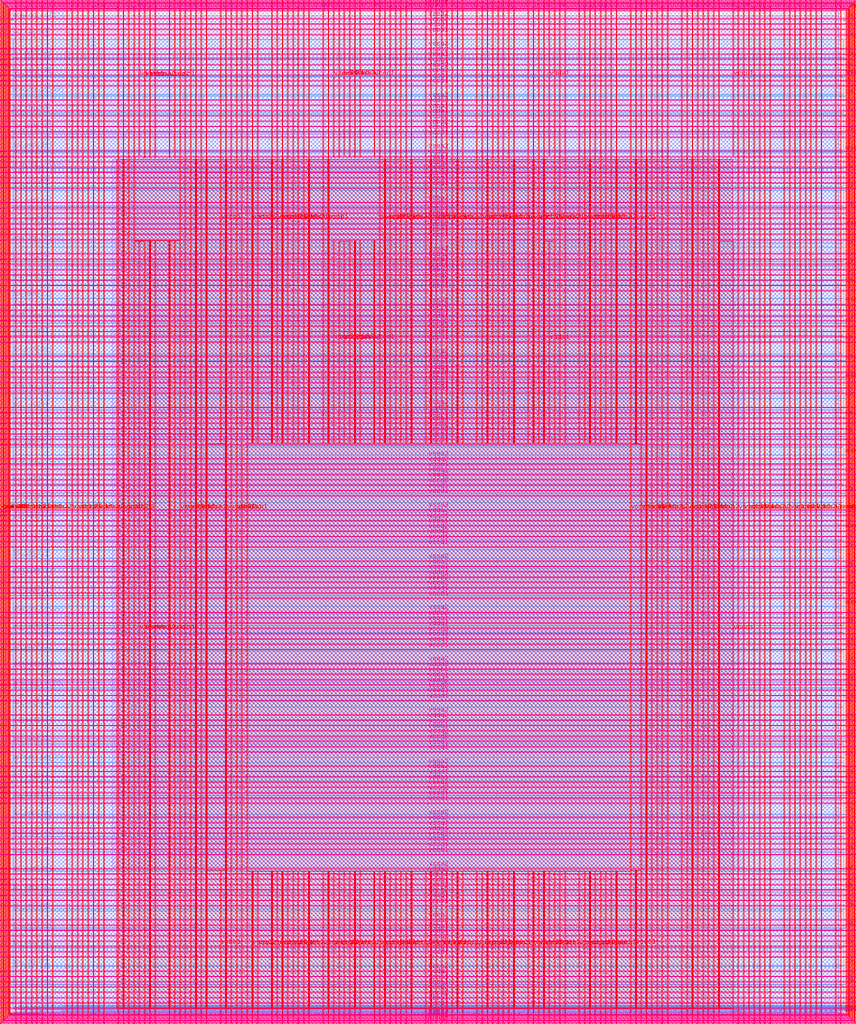
<source format=lef>
VERSION 5.7 ;
  NOWIREEXTENSIONATPIN ON ;
  DIVIDERCHAR "/" ;
  BUSBITCHARS "[]" ;
MACRO user_project_wrapper
  CLASS BLOCK ;
  FOREIGN user_project_wrapper ;
  ORIGIN 0.000 0.000 ;
  SIZE 2920.000 BY 3520.000 ;
  PIN analog_io[0]
    DIRECTION INOUT ;
    USE SIGNAL ;
    PORT
      LAYER met3 ;
        RECT 2917.600 1426.380 2924.800 1427.580 ;
    END
  END analog_io[0]
  PIN analog_io[10]
    DIRECTION INOUT ;
    USE SIGNAL ;
    PORT
      LAYER met2 ;
        RECT 2230.490 3517.600 2231.050 3524.800 ;
    END
  END analog_io[10]
  PIN analog_io[11]
    DIRECTION INOUT ;
    USE SIGNAL ;
    PORT
      LAYER met2 ;
        RECT 1905.730 3517.600 1906.290 3524.800 ;
    END
  END analog_io[11]
  PIN analog_io[12]
    DIRECTION INOUT ;
    USE SIGNAL ;
    PORT
      LAYER met2 ;
        RECT 1581.430 3517.600 1581.990 3524.800 ;
    END
  END analog_io[12]
  PIN analog_io[13]
    DIRECTION INOUT ;
    USE SIGNAL ;
    PORT
      LAYER met2 ;
        RECT 1257.130 3517.600 1257.690 3524.800 ;
    END
  END analog_io[13]
  PIN analog_io[14]
    DIRECTION INOUT ;
    USE SIGNAL ;
    PORT
      LAYER met2 ;
        RECT 932.370 3517.600 932.930 3524.800 ;
    END
  END analog_io[14]
  PIN analog_io[15]
    DIRECTION INOUT ;
    USE SIGNAL ;
    PORT
      LAYER met2 ;
        RECT 608.070 3517.600 608.630 3524.800 ;
    END
  END analog_io[15]
  PIN analog_io[16]
    DIRECTION INOUT ;
    USE SIGNAL ;
    PORT
      LAYER met2 ;
        RECT 283.770 3517.600 284.330 3524.800 ;
    END
  END analog_io[16]
  PIN analog_io[17]
    DIRECTION INOUT ;
    USE SIGNAL ;
    PORT
      LAYER met3 ;
        RECT -4.800 3486.100 2.400 3487.300 ;
    END
  END analog_io[17]
  PIN analog_io[18]
    DIRECTION INOUT ;
    USE SIGNAL ;
    PORT
      LAYER met3 ;
        RECT -4.800 3224.980 2.400 3226.180 ;
    END
  END analog_io[18]
  PIN analog_io[19]
    DIRECTION INOUT ;
    USE SIGNAL ;
    PORT
      LAYER met3 ;
        RECT -4.800 2964.540 2.400 2965.740 ;
    END
  END analog_io[19]
  PIN analog_io[1]
    DIRECTION INOUT ;
    USE SIGNAL ;
    PORT
      LAYER met3 ;
        RECT 2917.600 1692.260 2924.800 1693.460 ;
    END
  END analog_io[1]
  PIN analog_io[20]
    DIRECTION INOUT ;
    USE SIGNAL ;
    PORT
      LAYER met3 ;
        RECT -4.800 2703.420 2.400 2704.620 ;
    END
  END analog_io[20]
  PIN analog_io[21]
    DIRECTION INOUT ;
    USE SIGNAL ;
    PORT
      LAYER met3 ;
        RECT -4.800 2442.980 2.400 2444.180 ;
    END
  END analog_io[21]
  PIN analog_io[22]
    DIRECTION INOUT ;
    USE SIGNAL ;
    PORT
      LAYER met3 ;
        RECT -4.800 2182.540 2.400 2183.740 ;
    END
  END analog_io[22]
  PIN analog_io[23]
    DIRECTION INOUT ;
    USE SIGNAL ;
    PORT
      LAYER met3 ;
        RECT -4.800 1921.420 2.400 1922.620 ;
    END
  END analog_io[23]
  PIN analog_io[24]
    DIRECTION INOUT ;
    USE SIGNAL ;
    PORT
      LAYER met3 ;
        RECT -4.800 1660.980 2.400 1662.180 ;
    END
  END analog_io[24]
  PIN analog_io[25]
    DIRECTION INOUT ;
    USE SIGNAL ;
    PORT
      LAYER met3 ;
        RECT -4.800 1399.860 2.400 1401.060 ;
    END
  END analog_io[25]
  PIN analog_io[26]
    DIRECTION INOUT ;
    USE SIGNAL ;
    PORT
      LAYER met3 ;
        RECT -4.800 1139.420 2.400 1140.620 ;
    END
  END analog_io[26]
  PIN analog_io[27]
    DIRECTION INOUT ;
    USE SIGNAL ;
    PORT
      LAYER met3 ;
        RECT -4.800 878.980 2.400 880.180 ;
    END
  END analog_io[27]
  PIN analog_io[28]
    DIRECTION INOUT ;
    USE SIGNAL ;
    PORT
      LAYER met3 ;
        RECT -4.800 617.860 2.400 619.060 ;
    END
  END analog_io[28]
  PIN analog_io[2]
    DIRECTION INOUT ;
    USE SIGNAL ;
    PORT
      LAYER met3 ;
        RECT 2917.600 1958.140 2924.800 1959.340 ;
    END
  END analog_io[2]
  PIN analog_io[3]
    DIRECTION INOUT ;
    USE SIGNAL ;
    PORT
      LAYER met3 ;
        RECT 2917.600 2223.340 2924.800 2224.540 ;
    END
  END analog_io[3]
  PIN analog_io[4]
    DIRECTION INOUT ;
    USE SIGNAL ;
    PORT
      LAYER met3 ;
        RECT 2917.600 2489.220 2924.800 2490.420 ;
    END
  END analog_io[4]
  PIN analog_io[5]
    DIRECTION INOUT ;
    USE SIGNAL ;
    PORT
      LAYER met3 ;
        RECT 2917.600 2755.100 2924.800 2756.300 ;
    END
  END analog_io[5]
  PIN analog_io[6]
    DIRECTION INOUT ;
    USE SIGNAL ;
    PORT
      LAYER met3 ;
        RECT 2917.600 3020.300 2924.800 3021.500 ;
    END
  END analog_io[6]
  PIN analog_io[7]
    DIRECTION INOUT ;
    USE SIGNAL ;
    PORT
      LAYER met3 ;
        RECT 2917.600 3286.180 2924.800 3287.380 ;
    END
  END analog_io[7]
  PIN analog_io[8]
    DIRECTION INOUT ;
    USE SIGNAL ;
    PORT
      LAYER met2 ;
        RECT 2879.090 3517.600 2879.650 3524.800 ;
    END
  END analog_io[8]
  PIN analog_io[9]
    DIRECTION INOUT ;
    USE SIGNAL ;
    PORT
      LAYER met2 ;
        RECT 2554.790 3517.600 2555.350 3524.800 ;
    END
  END analog_io[9]
  PIN io_in[0]
    DIRECTION INPUT ;
    USE SIGNAL ;
    PORT
      LAYER met3 ;
        RECT 2917.600 32.380 2924.800 33.580 ;
    END
  END io_in[0]
  PIN io_in[10]
    DIRECTION INPUT ;
    USE SIGNAL ;
    PORT
      LAYER met3 ;
        RECT 2917.600 2289.980 2924.800 2291.180 ;
    END
  END io_in[10]
  PIN io_in[11]
    DIRECTION INPUT ;
    USE SIGNAL ;
    PORT
      LAYER met3 ;
        RECT 2917.600 2555.860 2924.800 2557.060 ;
    END
  END io_in[11]
  PIN io_in[12]
    DIRECTION INPUT ;
    USE SIGNAL ;
    PORT
      LAYER met3 ;
        RECT 2917.600 2821.060 2924.800 2822.260 ;
    END
  END io_in[12]
  PIN io_in[13]
    DIRECTION INPUT ;
    USE SIGNAL ;
    PORT
      LAYER met3 ;
        RECT 2917.600 3086.940 2924.800 3088.140 ;
    END
  END io_in[13]
  PIN io_in[14]
    DIRECTION INPUT ;
    USE SIGNAL ;
    PORT
      LAYER met3 ;
        RECT 2917.600 3352.820 2924.800 3354.020 ;
    END
  END io_in[14]
  PIN io_in[15]
    DIRECTION INPUT ;
    USE SIGNAL ;
    PORT
      LAYER met2 ;
        RECT 2798.130 3517.600 2798.690 3524.800 ;
    END
  END io_in[15]
  PIN io_in[16]
    DIRECTION INPUT ;
    USE SIGNAL ;
    PORT
      LAYER met2 ;
        RECT 2473.830 3517.600 2474.390 3524.800 ;
    END
  END io_in[16]
  PIN io_in[17]
    DIRECTION INPUT ;
    USE SIGNAL ;
    PORT
      LAYER met2 ;
        RECT 2149.070 3517.600 2149.630 3524.800 ;
    END
  END io_in[17]
  PIN io_in[18]
    DIRECTION INPUT ;
    USE SIGNAL ;
    PORT
      LAYER met2 ;
        RECT 1824.770 3517.600 1825.330 3524.800 ;
    END
  END io_in[18]
  PIN io_in[19]
    DIRECTION INPUT ;
    USE SIGNAL ;
    PORT
      LAYER met2 ;
        RECT 1500.470 3517.600 1501.030 3524.800 ;
    END
  END io_in[19]
  PIN io_in[1]
    DIRECTION INPUT ;
    USE SIGNAL ;
    PORT
      LAYER met3 ;
        RECT 2917.600 230.940 2924.800 232.140 ;
    END
  END io_in[1]
  PIN io_in[20]
    DIRECTION INPUT ;
    USE SIGNAL ;
    PORT
      LAYER met2 ;
        RECT 1175.710 3517.600 1176.270 3524.800 ;
    END
  END io_in[20]
  PIN io_in[21]
    DIRECTION INPUT ;
    USE SIGNAL ;
    PORT
      LAYER met2 ;
        RECT 851.410 3517.600 851.970 3524.800 ;
    END
  END io_in[21]
  PIN io_in[22]
    DIRECTION INPUT ;
    USE SIGNAL ;
    PORT
      LAYER met2 ;
        RECT 527.110 3517.600 527.670 3524.800 ;
    END
  END io_in[22]
  PIN io_in[23]
    DIRECTION INPUT ;
    USE SIGNAL ;
    PORT
      LAYER met2 ;
        RECT 202.350 3517.600 202.910 3524.800 ;
    END
  END io_in[23]
  PIN io_in[24]
    DIRECTION INPUT ;
    USE SIGNAL ;
    PORT
      LAYER met3 ;
        RECT -4.800 3420.820 2.400 3422.020 ;
    END
  END io_in[24]
  PIN io_in[25]
    DIRECTION INPUT ;
    USE SIGNAL ;
    PORT
      LAYER met3 ;
        RECT -4.800 3159.700 2.400 3160.900 ;
    END
  END io_in[25]
  PIN io_in[26]
    DIRECTION INPUT ;
    USE SIGNAL ;
    PORT
      LAYER met3 ;
        RECT -4.800 2899.260 2.400 2900.460 ;
    END
  END io_in[26]
  PIN io_in[27]
    DIRECTION INPUT ;
    USE SIGNAL ;
    PORT
      LAYER met3 ;
        RECT -4.800 2638.820 2.400 2640.020 ;
    END
  END io_in[27]
  PIN io_in[28]
    DIRECTION INPUT ;
    USE SIGNAL ;
    PORT
      LAYER met3 ;
        RECT -4.800 2377.700 2.400 2378.900 ;
    END
  END io_in[28]
  PIN io_in[29]
    DIRECTION INPUT ;
    USE SIGNAL ;
    PORT
      LAYER met3 ;
        RECT -4.800 2117.260 2.400 2118.460 ;
    END
  END io_in[29]
  PIN io_in[2]
    DIRECTION INPUT ;
    USE SIGNAL ;
    PORT
      LAYER met3 ;
        RECT 2917.600 430.180 2924.800 431.380 ;
    END
  END io_in[2]
  PIN io_in[30]
    DIRECTION INPUT ;
    USE SIGNAL ;
    PORT
      LAYER met3 ;
        RECT -4.800 1856.140 2.400 1857.340 ;
    END
  END io_in[30]
  PIN io_in[31]
    DIRECTION INPUT ;
    USE SIGNAL ;
    PORT
      LAYER met3 ;
        RECT -4.800 1595.700 2.400 1596.900 ;
    END
  END io_in[31]
  PIN io_in[32]
    DIRECTION INPUT ;
    USE SIGNAL ;
    PORT
      LAYER met3 ;
        RECT -4.800 1335.260 2.400 1336.460 ;
    END
  END io_in[32]
  PIN io_in[33]
    DIRECTION INPUT ;
    USE SIGNAL ;
    PORT
      LAYER met3 ;
        RECT -4.800 1074.140 2.400 1075.340 ;
    END
  END io_in[33]
  PIN io_in[34]
    DIRECTION INPUT ;
    USE SIGNAL ;
    PORT
      LAYER met3 ;
        RECT -4.800 813.700 2.400 814.900 ;
    END
  END io_in[34]
  PIN io_in[35]
    DIRECTION INPUT ;
    USE SIGNAL ;
    PORT
      LAYER met3 ;
        RECT -4.800 552.580 2.400 553.780 ;
    END
  END io_in[35]
  PIN io_in[36]
    DIRECTION INPUT ;
    USE SIGNAL ;
    PORT
      LAYER met3 ;
        RECT -4.800 357.420 2.400 358.620 ;
    END
  END io_in[36]
  PIN io_in[37]
    DIRECTION INPUT ;
    USE SIGNAL ;
    PORT
      LAYER met3 ;
        RECT -4.800 161.580 2.400 162.780 ;
    END
  END io_in[37]
  PIN io_in[3]
    DIRECTION INPUT ;
    USE SIGNAL ;
    PORT
      LAYER met3 ;
        RECT 2917.600 629.420 2924.800 630.620 ;
    END
  END io_in[3]
  PIN io_in[4]
    DIRECTION INPUT ;
    USE SIGNAL ;
    PORT
      LAYER met3 ;
        RECT 2917.600 828.660 2924.800 829.860 ;
    END
  END io_in[4]
  PIN io_in[5]
    DIRECTION INPUT ;
    USE SIGNAL ;
    PORT
      LAYER met3 ;
        RECT 2917.600 1027.900 2924.800 1029.100 ;
    END
  END io_in[5]
  PIN io_in[6]
    DIRECTION INPUT ;
    USE SIGNAL ;
    PORT
      LAYER met3 ;
        RECT 2917.600 1227.140 2924.800 1228.340 ;
    END
  END io_in[6]
  PIN io_in[7]
    DIRECTION INPUT ;
    USE SIGNAL ;
    PORT
      LAYER met3 ;
        RECT 2917.600 1493.020 2924.800 1494.220 ;
    END
  END io_in[7]
  PIN io_in[8]
    DIRECTION INPUT ;
    USE SIGNAL ;
    PORT
      LAYER met3 ;
        RECT 2917.600 1758.900 2924.800 1760.100 ;
    END
  END io_in[8]
  PIN io_in[9]
    DIRECTION INPUT ;
    USE SIGNAL ;
    PORT
      LAYER met3 ;
        RECT 2917.600 2024.100 2924.800 2025.300 ;
    END
  END io_in[9]
  PIN io_oeb[0]
    DIRECTION OUTPUT TRISTATE ;
    USE SIGNAL ;
    PORT
      LAYER met3 ;
        RECT 2917.600 164.980 2924.800 166.180 ;
    END
  END io_oeb[0]
  PIN io_oeb[10]
    DIRECTION OUTPUT TRISTATE ;
    USE SIGNAL ;
    PORT
      LAYER met3 ;
        RECT 2917.600 2422.580 2924.800 2423.780 ;
    END
  END io_oeb[10]
  PIN io_oeb[11]
    DIRECTION OUTPUT TRISTATE ;
    USE SIGNAL ;
    PORT
      LAYER met3 ;
        RECT 2917.600 2688.460 2924.800 2689.660 ;
    END
  END io_oeb[11]
  PIN io_oeb[12]
    DIRECTION OUTPUT TRISTATE ;
    USE SIGNAL ;
    PORT
      LAYER met3 ;
        RECT 2917.600 2954.340 2924.800 2955.540 ;
    END
  END io_oeb[12]
  PIN io_oeb[13]
    DIRECTION OUTPUT TRISTATE ;
    USE SIGNAL ;
    PORT
      LAYER met3 ;
        RECT 2917.600 3219.540 2924.800 3220.740 ;
    END
  END io_oeb[13]
  PIN io_oeb[14]
    DIRECTION OUTPUT TRISTATE ;
    USE SIGNAL ;
    PORT
      LAYER met3 ;
        RECT 2917.600 3485.420 2924.800 3486.620 ;
    END
  END io_oeb[14]
  PIN io_oeb[15]
    DIRECTION OUTPUT TRISTATE ;
    USE SIGNAL ;
    PORT
      LAYER met2 ;
        RECT 2635.750 3517.600 2636.310 3524.800 ;
    END
  END io_oeb[15]
  PIN io_oeb[16]
    DIRECTION OUTPUT TRISTATE ;
    USE SIGNAL ;
    PORT
      LAYER met2 ;
        RECT 2311.450 3517.600 2312.010 3524.800 ;
    END
  END io_oeb[16]
  PIN io_oeb[17]
    DIRECTION OUTPUT TRISTATE ;
    USE SIGNAL ;
    PORT
      LAYER met2 ;
        RECT 1987.150 3517.600 1987.710 3524.800 ;
    END
  END io_oeb[17]
  PIN io_oeb[18]
    DIRECTION OUTPUT TRISTATE ;
    USE SIGNAL ;
    PORT
      LAYER met2 ;
        RECT 1662.390 3517.600 1662.950 3524.800 ;
    END
  END io_oeb[18]
  PIN io_oeb[19]
    DIRECTION OUTPUT TRISTATE ;
    USE SIGNAL ;
    PORT
      LAYER met2 ;
        RECT 1338.090 3517.600 1338.650 3524.800 ;
    END
  END io_oeb[19]
  PIN io_oeb[1]
    DIRECTION OUTPUT TRISTATE ;
    USE SIGNAL ;
    PORT
      LAYER met3 ;
        RECT 2917.600 364.220 2924.800 365.420 ;
    END
  END io_oeb[1]
  PIN io_oeb[20]
    DIRECTION OUTPUT TRISTATE ;
    USE SIGNAL ;
    PORT
      LAYER met2 ;
        RECT 1013.790 3517.600 1014.350 3524.800 ;
    END
  END io_oeb[20]
  PIN io_oeb[21]
    DIRECTION OUTPUT TRISTATE ;
    USE SIGNAL ;
    PORT
      LAYER met2 ;
        RECT 689.030 3517.600 689.590 3524.800 ;
    END
  END io_oeb[21]
  PIN io_oeb[22]
    DIRECTION OUTPUT TRISTATE ;
    USE SIGNAL ;
    PORT
      LAYER met2 ;
        RECT 364.730 3517.600 365.290 3524.800 ;
    END
  END io_oeb[22]
  PIN io_oeb[23]
    DIRECTION OUTPUT TRISTATE ;
    USE SIGNAL ;
    PORT
      LAYER met2 ;
        RECT 40.430 3517.600 40.990 3524.800 ;
    END
  END io_oeb[23]
  PIN io_oeb[24]
    DIRECTION OUTPUT TRISTATE ;
    USE SIGNAL ;
    PORT
      LAYER met3 ;
        RECT -4.800 3290.260 2.400 3291.460 ;
    END
  END io_oeb[24]
  PIN io_oeb[25]
    DIRECTION OUTPUT TRISTATE ;
    USE SIGNAL ;
    PORT
      LAYER met3 ;
        RECT -4.800 3029.820 2.400 3031.020 ;
    END
  END io_oeb[25]
  PIN io_oeb[26]
    DIRECTION OUTPUT TRISTATE ;
    USE SIGNAL ;
    PORT
      LAYER met3 ;
        RECT -4.800 2768.700 2.400 2769.900 ;
    END
  END io_oeb[26]
  PIN io_oeb[27]
    DIRECTION OUTPUT TRISTATE ;
    USE SIGNAL ;
    PORT
      LAYER met3 ;
        RECT -4.800 2508.260 2.400 2509.460 ;
    END
  END io_oeb[27]
  PIN io_oeb[28]
    DIRECTION OUTPUT TRISTATE ;
    USE SIGNAL ;
    PORT
      LAYER met3 ;
        RECT -4.800 2247.140 2.400 2248.340 ;
    END
  END io_oeb[28]
  PIN io_oeb[29]
    DIRECTION OUTPUT TRISTATE ;
    USE SIGNAL ;
    PORT
      LAYER met3 ;
        RECT -4.800 1986.700 2.400 1987.900 ;
    END
  END io_oeb[29]
  PIN io_oeb[2]
    DIRECTION OUTPUT TRISTATE ;
    USE SIGNAL ;
    PORT
      LAYER met3 ;
        RECT 2917.600 563.460 2924.800 564.660 ;
    END
  END io_oeb[2]
  PIN io_oeb[30]
    DIRECTION OUTPUT TRISTATE ;
    USE SIGNAL ;
    PORT
      LAYER met3 ;
        RECT -4.800 1726.260 2.400 1727.460 ;
    END
  END io_oeb[30]
  PIN io_oeb[31]
    DIRECTION OUTPUT TRISTATE ;
    USE SIGNAL ;
    PORT
      LAYER met3 ;
        RECT -4.800 1465.140 2.400 1466.340 ;
    END
  END io_oeb[31]
  PIN io_oeb[32]
    DIRECTION OUTPUT TRISTATE ;
    USE SIGNAL ;
    PORT
      LAYER met3 ;
        RECT -4.800 1204.700 2.400 1205.900 ;
    END
  END io_oeb[32]
  PIN io_oeb[33]
    DIRECTION OUTPUT TRISTATE ;
    USE SIGNAL ;
    PORT
      LAYER met3 ;
        RECT -4.800 943.580 2.400 944.780 ;
    END
  END io_oeb[33]
  PIN io_oeb[34]
    DIRECTION OUTPUT TRISTATE ;
    USE SIGNAL ;
    PORT
      LAYER met3 ;
        RECT -4.800 683.140 2.400 684.340 ;
    END
  END io_oeb[34]
  PIN io_oeb[35]
    DIRECTION OUTPUT TRISTATE ;
    USE SIGNAL ;
    PORT
      LAYER met3 ;
        RECT -4.800 422.700 2.400 423.900 ;
    END
  END io_oeb[35]
  PIN io_oeb[36]
    DIRECTION OUTPUT TRISTATE ;
    USE SIGNAL ;
    PORT
      LAYER met3 ;
        RECT -4.800 226.860 2.400 228.060 ;
    END
  END io_oeb[36]
  PIN io_oeb[37]
    DIRECTION OUTPUT TRISTATE ;
    USE SIGNAL ;
    PORT
      LAYER met3 ;
        RECT -4.800 31.700 2.400 32.900 ;
    END
  END io_oeb[37]
  PIN io_oeb[3]
    DIRECTION OUTPUT TRISTATE ;
    USE SIGNAL ;
    PORT
      LAYER met3 ;
        RECT 2917.600 762.700 2924.800 763.900 ;
    END
  END io_oeb[3]
  PIN io_oeb[4]
    DIRECTION OUTPUT TRISTATE ;
    USE SIGNAL ;
    PORT
      LAYER met3 ;
        RECT 2917.600 961.940 2924.800 963.140 ;
    END
  END io_oeb[4]
  PIN io_oeb[5]
    DIRECTION OUTPUT TRISTATE ;
    USE SIGNAL ;
    PORT
      LAYER met3 ;
        RECT 2917.600 1161.180 2924.800 1162.380 ;
    END
  END io_oeb[5]
  PIN io_oeb[6]
    DIRECTION OUTPUT TRISTATE ;
    USE SIGNAL ;
    PORT
      LAYER met3 ;
        RECT 2917.600 1360.420 2924.800 1361.620 ;
    END
  END io_oeb[6]
  PIN io_oeb[7]
    DIRECTION OUTPUT TRISTATE ;
    USE SIGNAL ;
    PORT
      LAYER met3 ;
        RECT 2917.600 1625.620 2924.800 1626.820 ;
    END
  END io_oeb[7]
  PIN io_oeb[8]
    DIRECTION OUTPUT TRISTATE ;
    USE SIGNAL ;
    PORT
      LAYER met3 ;
        RECT 2917.600 1891.500 2924.800 1892.700 ;
    END
  END io_oeb[8]
  PIN io_oeb[9]
    DIRECTION OUTPUT TRISTATE ;
    USE SIGNAL ;
    PORT
      LAYER met3 ;
        RECT 2917.600 2157.380 2924.800 2158.580 ;
    END
  END io_oeb[9]
  PIN io_out[0]
    DIRECTION OUTPUT TRISTATE ;
    USE SIGNAL ;
    PORT
      LAYER met3 ;
        RECT 2917.600 98.340 2924.800 99.540 ;
    END
  END io_out[0]
  PIN io_out[10]
    DIRECTION OUTPUT TRISTATE ;
    USE SIGNAL ;
    PORT
      LAYER met3 ;
        RECT 2917.600 2356.620 2924.800 2357.820 ;
    END
  END io_out[10]
  PIN io_out[11]
    DIRECTION OUTPUT TRISTATE ;
    USE SIGNAL ;
    PORT
      LAYER met3 ;
        RECT 2917.600 2621.820 2924.800 2623.020 ;
    END
  END io_out[11]
  PIN io_out[12]
    DIRECTION OUTPUT TRISTATE ;
    USE SIGNAL ;
    PORT
      LAYER met3 ;
        RECT 2917.600 2887.700 2924.800 2888.900 ;
    END
  END io_out[12]
  PIN io_out[13]
    DIRECTION OUTPUT TRISTATE ;
    USE SIGNAL ;
    PORT
      LAYER met3 ;
        RECT 2917.600 3153.580 2924.800 3154.780 ;
    END
  END io_out[13]
  PIN io_out[14]
    DIRECTION OUTPUT TRISTATE ;
    USE SIGNAL ;
    PORT
      LAYER met3 ;
        RECT 2917.600 3418.780 2924.800 3419.980 ;
    END
  END io_out[14]
  PIN io_out[15]
    DIRECTION OUTPUT TRISTATE ;
    USE SIGNAL ;
    PORT
      LAYER met2 ;
        RECT 2717.170 3517.600 2717.730 3524.800 ;
    END
  END io_out[15]
  PIN io_out[16]
    DIRECTION OUTPUT TRISTATE ;
    USE SIGNAL ;
    PORT
      LAYER met2 ;
        RECT 2392.410 3517.600 2392.970 3524.800 ;
    END
  END io_out[16]
  PIN io_out[17]
    DIRECTION OUTPUT TRISTATE ;
    USE SIGNAL ;
    PORT
      LAYER met2 ;
        RECT 2068.110 3517.600 2068.670 3524.800 ;
    END
  END io_out[17]
  PIN io_out[18]
    DIRECTION OUTPUT TRISTATE ;
    USE SIGNAL ;
    PORT
      LAYER met2 ;
        RECT 1743.810 3517.600 1744.370 3524.800 ;
    END
  END io_out[18]
  PIN io_out[19]
    DIRECTION OUTPUT TRISTATE ;
    USE SIGNAL ;
    PORT
      LAYER met2 ;
        RECT 1419.050 3517.600 1419.610 3524.800 ;
    END
  END io_out[19]
  PIN io_out[1]
    DIRECTION OUTPUT TRISTATE ;
    USE SIGNAL ;
    PORT
      LAYER met3 ;
        RECT 2917.600 297.580 2924.800 298.780 ;
    END
  END io_out[1]
  PIN io_out[20]
    DIRECTION OUTPUT TRISTATE ;
    USE SIGNAL ;
    PORT
      LAYER met2 ;
        RECT 1094.750 3517.600 1095.310 3524.800 ;
    END
  END io_out[20]
  PIN io_out[21]
    DIRECTION OUTPUT TRISTATE ;
    USE SIGNAL ;
    PORT
      LAYER met2 ;
        RECT 770.450 3517.600 771.010 3524.800 ;
    END
  END io_out[21]
  PIN io_out[22]
    DIRECTION OUTPUT TRISTATE ;
    USE SIGNAL ;
    PORT
      LAYER met2 ;
        RECT 445.690 3517.600 446.250 3524.800 ;
    END
  END io_out[22]
  PIN io_out[23]
    DIRECTION OUTPUT TRISTATE ;
    USE SIGNAL ;
    PORT
      LAYER met2 ;
        RECT 121.390 3517.600 121.950 3524.800 ;
    END
  END io_out[23]
  PIN io_out[24]
    DIRECTION OUTPUT TRISTATE ;
    USE SIGNAL ;
    PORT
      LAYER met3 ;
        RECT -4.800 3355.540 2.400 3356.740 ;
    END
  END io_out[24]
  PIN io_out[25]
    DIRECTION OUTPUT TRISTATE ;
    USE SIGNAL ;
    PORT
      LAYER met3 ;
        RECT -4.800 3095.100 2.400 3096.300 ;
    END
  END io_out[25]
  PIN io_out[26]
    DIRECTION OUTPUT TRISTATE ;
    USE SIGNAL ;
    PORT
      LAYER met3 ;
        RECT -4.800 2833.980 2.400 2835.180 ;
    END
  END io_out[26]
  PIN io_out[27]
    DIRECTION OUTPUT TRISTATE ;
    USE SIGNAL ;
    PORT
      LAYER met3 ;
        RECT -4.800 2573.540 2.400 2574.740 ;
    END
  END io_out[27]
  PIN io_out[28]
    DIRECTION OUTPUT TRISTATE ;
    USE SIGNAL ;
    PORT
      LAYER met3 ;
        RECT -4.800 2312.420 2.400 2313.620 ;
    END
  END io_out[28]
  PIN io_out[29]
    DIRECTION OUTPUT TRISTATE ;
    USE SIGNAL ;
    PORT
      LAYER met3 ;
        RECT -4.800 2051.980 2.400 2053.180 ;
    END
  END io_out[29]
  PIN io_out[2]
    DIRECTION OUTPUT TRISTATE ;
    USE SIGNAL ;
    PORT
      LAYER met3 ;
        RECT 2917.600 496.820 2924.800 498.020 ;
    END
  END io_out[2]
  PIN io_out[30]
    DIRECTION OUTPUT TRISTATE ;
    USE SIGNAL ;
    PORT
      LAYER met3 ;
        RECT -4.800 1791.540 2.400 1792.740 ;
    END
  END io_out[30]
  PIN io_out[31]
    DIRECTION OUTPUT TRISTATE ;
    USE SIGNAL ;
    PORT
      LAYER met3 ;
        RECT -4.800 1530.420 2.400 1531.620 ;
    END
  END io_out[31]
  PIN io_out[32]
    DIRECTION OUTPUT TRISTATE ;
    USE SIGNAL ;
    PORT
      LAYER met3 ;
        RECT -4.800 1269.980 2.400 1271.180 ;
    END
  END io_out[32]
  PIN io_out[33]
    DIRECTION OUTPUT TRISTATE ;
    USE SIGNAL ;
    PORT
      LAYER met3 ;
        RECT -4.800 1008.860 2.400 1010.060 ;
    END
  END io_out[33]
  PIN io_out[34]
    DIRECTION OUTPUT TRISTATE ;
    USE SIGNAL ;
    PORT
      LAYER met3 ;
        RECT -4.800 748.420 2.400 749.620 ;
    END
  END io_out[34]
  PIN io_out[35]
    DIRECTION OUTPUT TRISTATE ;
    USE SIGNAL ;
    PORT
      LAYER met3 ;
        RECT -4.800 487.300 2.400 488.500 ;
    END
  END io_out[35]
  PIN io_out[36]
    DIRECTION OUTPUT TRISTATE ;
    USE SIGNAL ;
    PORT
      LAYER met3 ;
        RECT -4.800 292.140 2.400 293.340 ;
    END
  END io_out[36]
  PIN io_out[37]
    DIRECTION OUTPUT TRISTATE ;
    USE SIGNAL ;
    PORT
      LAYER met3 ;
        RECT -4.800 96.300 2.400 97.500 ;
    END
  END io_out[37]
  PIN io_out[3]
    DIRECTION OUTPUT TRISTATE ;
    USE SIGNAL ;
    PORT
      LAYER met3 ;
        RECT 2917.600 696.060 2924.800 697.260 ;
    END
  END io_out[3]
  PIN io_out[4]
    DIRECTION OUTPUT TRISTATE ;
    USE SIGNAL ;
    PORT
      LAYER met3 ;
        RECT 2917.600 895.300 2924.800 896.500 ;
    END
  END io_out[4]
  PIN io_out[5]
    DIRECTION OUTPUT TRISTATE ;
    USE SIGNAL ;
    PORT
      LAYER met3 ;
        RECT 2917.600 1094.540 2924.800 1095.740 ;
    END
  END io_out[5]
  PIN io_out[6]
    DIRECTION OUTPUT TRISTATE ;
    USE SIGNAL ;
    PORT
      LAYER met3 ;
        RECT 2917.600 1293.780 2924.800 1294.980 ;
    END
  END io_out[6]
  PIN io_out[7]
    DIRECTION OUTPUT TRISTATE ;
    USE SIGNAL ;
    PORT
      LAYER met3 ;
        RECT 2917.600 1559.660 2924.800 1560.860 ;
    END
  END io_out[7]
  PIN io_out[8]
    DIRECTION OUTPUT TRISTATE ;
    USE SIGNAL ;
    PORT
      LAYER met3 ;
        RECT 2917.600 1824.860 2924.800 1826.060 ;
    END
  END io_out[8]
  PIN io_out[9]
    DIRECTION OUTPUT TRISTATE ;
    USE SIGNAL ;
    PORT
      LAYER met3 ;
        RECT 2917.600 2090.740 2924.800 2091.940 ;
    END
  END io_out[9]
  PIN la_data_in[0]
    DIRECTION INPUT ;
    USE SIGNAL ;
    PORT
      LAYER met2 ;
        RECT 629.230 -4.800 629.790 2.400 ;
    END
  END la_data_in[0]
  PIN la_data_in[100]
    DIRECTION INPUT ;
    USE SIGNAL ;
    PORT
      LAYER met2 ;
        RECT 2402.530 -4.800 2403.090 2.400 ;
    END
  END la_data_in[100]
  PIN la_data_in[101]
    DIRECTION INPUT ;
    USE SIGNAL ;
    PORT
      LAYER met2 ;
        RECT 2420.010 -4.800 2420.570 2.400 ;
    END
  END la_data_in[101]
  PIN la_data_in[102]
    DIRECTION INPUT ;
    USE SIGNAL ;
    PORT
      LAYER met2 ;
        RECT 2437.950 -4.800 2438.510 2.400 ;
    END
  END la_data_in[102]
  PIN la_data_in[103]
    DIRECTION INPUT ;
    USE SIGNAL ;
    PORT
      LAYER met2 ;
        RECT 2455.430 -4.800 2455.990 2.400 ;
    END
  END la_data_in[103]
  PIN la_data_in[104]
    DIRECTION INPUT ;
    USE SIGNAL ;
    PORT
      LAYER met2 ;
        RECT 2473.370 -4.800 2473.930 2.400 ;
    END
  END la_data_in[104]
  PIN la_data_in[105]
    DIRECTION INPUT ;
    USE SIGNAL ;
    PORT
      LAYER met2 ;
        RECT 2490.850 -4.800 2491.410 2.400 ;
    END
  END la_data_in[105]
  PIN la_data_in[106]
    DIRECTION INPUT ;
    USE SIGNAL ;
    PORT
      LAYER met2 ;
        RECT 2508.790 -4.800 2509.350 2.400 ;
    END
  END la_data_in[106]
  PIN la_data_in[107]
    DIRECTION INPUT ;
    USE SIGNAL ;
    PORT
      LAYER met2 ;
        RECT 2526.730 -4.800 2527.290 2.400 ;
    END
  END la_data_in[107]
  PIN la_data_in[108]
    DIRECTION INPUT ;
    USE SIGNAL ;
    PORT
      LAYER met2 ;
        RECT 2544.210 -4.800 2544.770 2.400 ;
    END
  END la_data_in[108]
  PIN la_data_in[109]
    DIRECTION INPUT ;
    USE SIGNAL ;
    PORT
      LAYER met2 ;
        RECT 2562.150 -4.800 2562.710 2.400 ;
    END
  END la_data_in[109]
  PIN la_data_in[10]
    DIRECTION INPUT ;
    USE SIGNAL ;
    PORT
      LAYER met2 ;
        RECT 806.330 -4.800 806.890 2.400 ;
    END
  END la_data_in[10]
  PIN la_data_in[110]
    DIRECTION INPUT ;
    USE SIGNAL ;
    PORT
      LAYER met2 ;
        RECT 2579.630 -4.800 2580.190 2.400 ;
    END
  END la_data_in[110]
  PIN la_data_in[111]
    DIRECTION INPUT ;
    USE SIGNAL ;
    PORT
      LAYER met2 ;
        RECT 2597.570 -4.800 2598.130 2.400 ;
    END
  END la_data_in[111]
  PIN la_data_in[112]
    DIRECTION INPUT ;
    USE SIGNAL ;
    PORT
      LAYER met2 ;
        RECT 2615.050 -4.800 2615.610 2.400 ;
    END
  END la_data_in[112]
  PIN la_data_in[113]
    DIRECTION INPUT ;
    USE SIGNAL ;
    PORT
      LAYER met2 ;
        RECT 2632.990 -4.800 2633.550 2.400 ;
    END
  END la_data_in[113]
  PIN la_data_in[114]
    DIRECTION INPUT ;
    USE SIGNAL ;
    PORT
      LAYER met2 ;
        RECT 2650.470 -4.800 2651.030 2.400 ;
    END
  END la_data_in[114]
  PIN la_data_in[115]
    DIRECTION INPUT ;
    USE SIGNAL ;
    PORT
      LAYER met2 ;
        RECT 2668.410 -4.800 2668.970 2.400 ;
    END
  END la_data_in[115]
  PIN la_data_in[116]
    DIRECTION INPUT ;
    USE SIGNAL ;
    PORT
      LAYER met2 ;
        RECT 2685.890 -4.800 2686.450 2.400 ;
    END
  END la_data_in[116]
  PIN la_data_in[117]
    DIRECTION INPUT ;
    USE SIGNAL ;
    PORT
      LAYER met2 ;
        RECT 2703.830 -4.800 2704.390 2.400 ;
    END
  END la_data_in[117]
  PIN la_data_in[118]
    DIRECTION INPUT ;
    USE SIGNAL ;
    PORT
      LAYER met2 ;
        RECT 2721.770 -4.800 2722.330 2.400 ;
    END
  END la_data_in[118]
  PIN la_data_in[119]
    DIRECTION INPUT ;
    USE SIGNAL ;
    PORT
      LAYER met2 ;
        RECT 2739.250 -4.800 2739.810 2.400 ;
    END
  END la_data_in[119]
  PIN la_data_in[11]
    DIRECTION INPUT ;
    USE SIGNAL ;
    PORT
      LAYER met2 ;
        RECT 824.270 -4.800 824.830 2.400 ;
    END
  END la_data_in[11]
  PIN la_data_in[120]
    DIRECTION INPUT ;
    USE SIGNAL ;
    PORT
      LAYER met2 ;
        RECT 2757.190 -4.800 2757.750 2.400 ;
    END
  END la_data_in[120]
  PIN la_data_in[121]
    DIRECTION INPUT ;
    USE SIGNAL ;
    PORT
      LAYER met2 ;
        RECT 2774.670 -4.800 2775.230 2.400 ;
    END
  END la_data_in[121]
  PIN la_data_in[122]
    DIRECTION INPUT ;
    USE SIGNAL ;
    PORT
      LAYER met2 ;
        RECT 2792.610 -4.800 2793.170 2.400 ;
    END
  END la_data_in[122]
  PIN la_data_in[123]
    DIRECTION INPUT ;
    USE SIGNAL ;
    PORT
      LAYER met2 ;
        RECT 2810.090 -4.800 2810.650 2.400 ;
    END
  END la_data_in[123]
  PIN la_data_in[124]
    DIRECTION INPUT ;
    USE SIGNAL ;
    PORT
      LAYER met2 ;
        RECT 2828.030 -4.800 2828.590 2.400 ;
    END
  END la_data_in[124]
  PIN la_data_in[125]
    DIRECTION INPUT ;
    USE SIGNAL ;
    PORT
      LAYER met2 ;
        RECT 2845.510 -4.800 2846.070 2.400 ;
    END
  END la_data_in[125]
  PIN la_data_in[126]
    DIRECTION INPUT ;
    USE SIGNAL ;
    PORT
      LAYER met2 ;
        RECT 2863.450 -4.800 2864.010 2.400 ;
    END
  END la_data_in[126]
  PIN la_data_in[127]
    DIRECTION INPUT ;
    USE SIGNAL ;
    PORT
      LAYER met2 ;
        RECT 2881.390 -4.800 2881.950 2.400 ;
    END
  END la_data_in[127]
  PIN la_data_in[12]
    DIRECTION INPUT ;
    USE SIGNAL ;
    PORT
      LAYER met2 ;
        RECT 841.750 -4.800 842.310 2.400 ;
    END
  END la_data_in[12]
  PIN la_data_in[13]
    DIRECTION INPUT ;
    USE SIGNAL ;
    PORT
      LAYER met2 ;
        RECT 859.690 -4.800 860.250 2.400 ;
    END
  END la_data_in[13]
  PIN la_data_in[14]
    DIRECTION INPUT ;
    USE SIGNAL ;
    PORT
      LAYER met2 ;
        RECT 877.170 -4.800 877.730 2.400 ;
    END
  END la_data_in[14]
  PIN la_data_in[15]
    DIRECTION INPUT ;
    USE SIGNAL ;
    PORT
      LAYER met2 ;
        RECT 895.110 -4.800 895.670 2.400 ;
    END
  END la_data_in[15]
  PIN la_data_in[16]
    DIRECTION INPUT ;
    USE SIGNAL ;
    PORT
      LAYER met2 ;
        RECT 912.590 -4.800 913.150 2.400 ;
    END
  END la_data_in[16]
  PIN la_data_in[17]
    DIRECTION INPUT ;
    USE SIGNAL ;
    PORT
      LAYER met2 ;
        RECT 930.530 -4.800 931.090 2.400 ;
    END
  END la_data_in[17]
  PIN la_data_in[18]
    DIRECTION INPUT ;
    USE SIGNAL ;
    PORT
      LAYER met2 ;
        RECT 948.470 -4.800 949.030 2.400 ;
    END
  END la_data_in[18]
  PIN la_data_in[19]
    DIRECTION INPUT ;
    USE SIGNAL ;
    PORT
      LAYER met2 ;
        RECT 965.950 -4.800 966.510 2.400 ;
    END
  END la_data_in[19]
  PIN la_data_in[1]
    DIRECTION INPUT ;
    USE SIGNAL ;
    PORT
      LAYER met2 ;
        RECT 646.710 -4.800 647.270 2.400 ;
    END
  END la_data_in[1]
  PIN la_data_in[20]
    DIRECTION INPUT ;
    USE SIGNAL ;
    PORT
      LAYER met2 ;
        RECT 983.890 -4.800 984.450 2.400 ;
    END
  END la_data_in[20]
  PIN la_data_in[21]
    DIRECTION INPUT ;
    USE SIGNAL ;
    PORT
      LAYER met2 ;
        RECT 1001.370 -4.800 1001.930 2.400 ;
    END
  END la_data_in[21]
  PIN la_data_in[22]
    DIRECTION INPUT ;
    USE SIGNAL ;
    PORT
      LAYER met2 ;
        RECT 1019.310 -4.800 1019.870 2.400 ;
    END
  END la_data_in[22]
  PIN la_data_in[23]
    DIRECTION INPUT ;
    USE SIGNAL ;
    PORT
      LAYER met2 ;
        RECT 1036.790 -4.800 1037.350 2.400 ;
    END
  END la_data_in[23]
  PIN la_data_in[24]
    DIRECTION INPUT ;
    USE SIGNAL ;
    PORT
      LAYER met2 ;
        RECT 1054.730 -4.800 1055.290 2.400 ;
    END
  END la_data_in[24]
  PIN la_data_in[25]
    DIRECTION INPUT ;
    USE SIGNAL ;
    PORT
      LAYER met2 ;
        RECT 1072.210 -4.800 1072.770 2.400 ;
    END
  END la_data_in[25]
  PIN la_data_in[26]
    DIRECTION INPUT ;
    USE SIGNAL ;
    PORT
      LAYER met2 ;
        RECT 1090.150 -4.800 1090.710 2.400 ;
    END
  END la_data_in[26]
  PIN la_data_in[27]
    DIRECTION INPUT ;
    USE SIGNAL ;
    PORT
      LAYER met2 ;
        RECT 1107.630 -4.800 1108.190 2.400 ;
    END
  END la_data_in[27]
  PIN la_data_in[28]
    DIRECTION INPUT ;
    USE SIGNAL ;
    PORT
      LAYER met2 ;
        RECT 1125.570 -4.800 1126.130 2.400 ;
    END
  END la_data_in[28]
  PIN la_data_in[29]
    DIRECTION INPUT ;
    USE SIGNAL ;
    PORT
      LAYER met2 ;
        RECT 1143.510 -4.800 1144.070 2.400 ;
    END
  END la_data_in[29]
  PIN la_data_in[2]
    DIRECTION INPUT ;
    USE SIGNAL ;
    PORT
      LAYER met2 ;
        RECT 664.650 -4.800 665.210 2.400 ;
    END
  END la_data_in[2]
  PIN la_data_in[30]
    DIRECTION INPUT ;
    USE SIGNAL ;
    PORT
      LAYER met2 ;
        RECT 1160.990 -4.800 1161.550 2.400 ;
    END
  END la_data_in[30]
  PIN la_data_in[31]
    DIRECTION INPUT ;
    USE SIGNAL ;
    PORT
      LAYER met2 ;
        RECT 1178.930 -4.800 1179.490 2.400 ;
    END
  END la_data_in[31]
  PIN la_data_in[32]
    DIRECTION INPUT ;
    USE SIGNAL ;
    PORT
      LAYER met2 ;
        RECT 1196.410 -4.800 1196.970 2.400 ;
    END
  END la_data_in[32]
  PIN la_data_in[33]
    DIRECTION INPUT ;
    USE SIGNAL ;
    PORT
      LAYER met2 ;
        RECT 1214.350 -4.800 1214.910 2.400 ;
    END
  END la_data_in[33]
  PIN la_data_in[34]
    DIRECTION INPUT ;
    USE SIGNAL ;
    PORT
      LAYER met2 ;
        RECT 1231.830 -4.800 1232.390 2.400 ;
    END
  END la_data_in[34]
  PIN la_data_in[35]
    DIRECTION INPUT ;
    USE SIGNAL ;
    PORT
      LAYER met2 ;
        RECT 1249.770 -4.800 1250.330 2.400 ;
    END
  END la_data_in[35]
  PIN la_data_in[36]
    DIRECTION INPUT ;
    USE SIGNAL ;
    PORT
      LAYER met2 ;
        RECT 1267.250 -4.800 1267.810 2.400 ;
    END
  END la_data_in[36]
  PIN la_data_in[37]
    DIRECTION INPUT ;
    USE SIGNAL ;
    PORT
      LAYER met2 ;
        RECT 1285.190 -4.800 1285.750 2.400 ;
    END
  END la_data_in[37]
  PIN la_data_in[38]
    DIRECTION INPUT ;
    USE SIGNAL ;
    PORT
      LAYER met2 ;
        RECT 1303.130 -4.800 1303.690 2.400 ;
    END
  END la_data_in[38]
  PIN la_data_in[39]
    DIRECTION INPUT ;
    USE SIGNAL ;
    PORT
      LAYER met2 ;
        RECT 1320.610 -4.800 1321.170 2.400 ;
    END
  END la_data_in[39]
  PIN la_data_in[3]
    DIRECTION INPUT ;
    USE SIGNAL ;
    PORT
      LAYER met2 ;
        RECT 682.130 -4.800 682.690 2.400 ;
    END
  END la_data_in[3]
  PIN la_data_in[40]
    DIRECTION INPUT ;
    USE SIGNAL ;
    PORT
      LAYER met2 ;
        RECT 1338.550 -4.800 1339.110 2.400 ;
    END
  END la_data_in[40]
  PIN la_data_in[41]
    DIRECTION INPUT ;
    USE SIGNAL ;
    PORT
      LAYER met2 ;
        RECT 1356.030 -4.800 1356.590 2.400 ;
    END
  END la_data_in[41]
  PIN la_data_in[42]
    DIRECTION INPUT ;
    USE SIGNAL ;
    PORT
      LAYER met2 ;
        RECT 1373.970 -4.800 1374.530 2.400 ;
    END
  END la_data_in[42]
  PIN la_data_in[43]
    DIRECTION INPUT ;
    USE SIGNAL ;
    PORT
      LAYER met2 ;
        RECT 1391.450 -4.800 1392.010 2.400 ;
    END
  END la_data_in[43]
  PIN la_data_in[44]
    DIRECTION INPUT ;
    USE SIGNAL ;
    PORT
      LAYER met2 ;
        RECT 1409.390 -4.800 1409.950 2.400 ;
    END
  END la_data_in[44]
  PIN la_data_in[45]
    DIRECTION INPUT ;
    USE SIGNAL ;
    PORT
      LAYER met2 ;
        RECT 1426.870 -4.800 1427.430 2.400 ;
    END
  END la_data_in[45]
  PIN la_data_in[46]
    DIRECTION INPUT ;
    USE SIGNAL ;
    PORT
      LAYER met2 ;
        RECT 1444.810 -4.800 1445.370 2.400 ;
    END
  END la_data_in[46]
  PIN la_data_in[47]
    DIRECTION INPUT ;
    USE SIGNAL ;
    PORT
      LAYER met2 ;
        RECT 1462.750 -4.800 1463.310 2.400 ;
    END
  END la_data_in[47]
  PIN la_data_in[48]
    DIRECTION INPUT ;
    USE SIGNAL ;
    PORT
      LAYER met2 ;
        RECT 1480.230 -4.800 1480.790 2.400 ;
    END
  END la_data_in[48]
  PIN la_data_in[49]
    DIRECTION INPUT ;
    USE SIGNAL ;
    PORT
      LAYER met2 ;
        RECT 1498.170 -4.800 1498.730 2.400 ;
    END
  END la_data_in[49]
  PIN la_data_in[4]
    DIRECTION INPUT ;
    USE SIGNAL ;
    PORT
      LAYER met2 ;
        RECT 700.070 -4.800 700.630 2.400 ;
    END
  END la_data_in[4]
  PIN la_data_in[50]
    DIRECTION INPUT ;
    USE SIGNAL ;
    PORT
      LAYER met2 ;
        RECT 1515.650 -4.800 1516.210 2.400 ;
    END
  END la_data_in[50]
  PIN la_data_in[51]
    DIRECTION INPUT ;
    USE SIGNAL ;
    PORT
      LAYER met2 ;
        RECT 1533.590 -4.800 1534.150 2.400 ;
    END
  END la_data_in[51]
  PIN la_data_in[52]
    DIRECTION INPUT ;
    USE SIGNAL ;
    PORT
      LAYER met2 ;
        RECT 1551.070 -4.800 1551.630 2.400 ;
    END
  END la_data_in[52]
  PIN la_data_in[53]
    DIRECTION INPUT ;
    USE SIGNAL ;
    PORT
      LAYER met2 ;
        RECT 1569.010 -4.800 1569.570 2.400 ;
    END
  END la_data_in[53]
  PIN la_data_in[54]
    DIRECTION INPUT ;
    USE SIGNAL ;
    PORT
      LAYER met2 ;
        RECT 1586.490 -4.800 1587.050 2.400 ;
    END
  END la_data_in[54]
  PIN la_data_in[55]
    DIRECTION INPUT ;
    USE SIGNAL ;
    PORT
      LAYER met2 ;
        RECT 1604.430 -4.800 1604.990 2.400 ;
    END
  END la_data_in[55]
  PIN la_data_in[56]
    DIRECTION INPUT ;
    USE SIGNAL ;
    PORT
      LAYER met2 ;
        RECT 1621.910 -4.800 1622.470 2.400 ;
    END
  END la_data_in[56]
  PIN la_data_in[57]
    DIRECTION INPUT ;
    USE SIGNAL ;
    PORT
      LAYER met2 ;
        RECT 1639.850 -4.800 1640.410 2.400 ;
    END
  END la_data_in[57]
  PIN la_data_in[58]
    DIRECTION INPUT ;
    USE SIGNAL ;
    PORT
      LAYER met2 ;
        RECT 1657.790 -4.800 1658.350 2.400 ;
    END
  END la_data_in[58]
  PIN la_data_in[59]
    DIRECTION INPUT ;
    USE SIGNAL ;
    PORT
      LAYER met2 ;
        RECT 1675.270 -4.800 1675.830 2.400 ;
    END
  END la_data_in[59]
  PIN la_data_in[5]
    DIRECTION INPUT ;
    USE SIGNAL ;
    PORT
      LAYER met2 ;
        RECT 717.550 -4.800 718.110 2.400 ;
    END
  END la_data_in[5]
  PIN la_data_in[60]
    DIRECTION INPUT ;
    USE SIGNAL ;
    PORT
      LAYER met2 ;
        RECT 1693.210 -4.800 1693.770 2.400 ;
    END
  END la_data_in[60]
  PIN la_data_in[61]
    DIRECTION INPUT ;
    USE SIGNAL ;
    PORT
      LAYER met2 ;
        RECT 1710.690 -4.800 1711.250 2.400 ;
    END
  END la_data_in[61]
  PIN la_data_in[62]
    DIRECTION INPUT ;
    USE SIGNAL ;
    PORT
      LAYER met2 ;
        RECT 1728.630 -4.800 1729.190 2.400 ;
    END
  END la_data_in[62]
  PIN la_data_in[63]
    DIRECTION INPUT ;
    USE SIGNAL ;
    PORT
      LAYER met2 ;
        RECT 1746.110 -4.800 1746.670 2.400 ;
    END
  END la_data_in[63]
  PIN la_data_in[64]
    DIRECTION INPUT ;
    USE SIGNAL ;
    PORT
      LAYER met2 ;
        RECT 1764.050 -4.800 1764.610 2.400 ;
    END
  END la_data_in[64]
  PIN la_data_in[65]
    DIRECTION INPUT ;
    USE SIGNAL ;
    PORT
      LAYER met2 ;
        RECT 1781.530 -4.800 1782.090 2.400 ;
    END
  END la_data_in[65]
  PIN la_data_in[66]
    DIRECTION INPUT ;
    USE SIGNAL ;
    PORT
      LAYER met2 ;
        RECT 1799.470 -4.800 1800.030 2.400 ;
    END
  END la_data_in[66]
  PIN la_data_in[67]
    DIRECTION INPUT ;
    USE SIGNAL ;
    PORT
      LAYER met2 ;
        RECT 1817.410 -4.800 1817.970 2.400 ;
    END
  END la_data_in[67]
  PIN la_data_in[68]
    DIRECTION INPUT ;
    USE SIGNAL ;
    PORT
      LAYER met2 ;
        RECT 1834.890 -4.800 1835.450 2.400 ;
    END
  END la_data_in[68]
  PIN la_data_in[69]
    DIRECTION INPUT ;
    USE SIGNAL ;
    PORT
      LAYER met2 ;
        RECT 1852.830 -4.800 1853.390 2.400 ;
    END
  END la_data_in[69]
  PIN la_data_in[6]
    DIRECTION INPUT ;
    USE SIGNAL ;
    PORT
      LAYER met2 ;
        RECT 735.490 -4.800 736.050 2.400 ;
    END
  END la_data_in[6]
  PIN la_data_in[70]
    DIRECTION INPUT ;
    USE SIGNAL ;
    PORT
      LAYER met2 ;
        RECT 1870.310 -4.800 1870.870 2.400 ;
    END
  END la_data_in[70]
  PIN la_data_in[71]
    DIRECTION INPUT ;
    USE SIGNAL ;
    PORT
      LAYER met2 ;
        RECT 1888.250 -4.800 1888.810 2.400 ;
    END
  END la_data_in[71]
  PIN la_data_in[72]
    DIRECTION INPUT ;
    USE SIGNAL ;
    PORT
      LAYER met2 ;
        RECT 1905.730 -4.800 1906.290 2.400 ;
    END
  END la_data_in[72]
  PIN la_data_in[73]
    DIRECTION INPUT ;
    USE SIGNAL ;
    PORT
      LAYER met2 ;
        RECT 1923.670 -4.800 1924.230 2.400 ;
    END
  END la_data_in[73]
  PIN la_data_in[74]
    DIRECTION INPUT ;
    USE SIGNAL ;
    PORT
      LAYER met2 ;
        RECT 1941.150 -4.800 1941.710 2.400 ;
    END
  END la_data_in[74]
  PIN la_data_in[75]
    DIRECTION INPUT ;
    USE SIGNAL ;
    PORT
      LAYER met2 ;
        RECT 1959.090 -4.800 1959.650 2.400 ;
    END
  END la_data_in[75]
  PIN la_data_in[76]
    DIRECTION INPUT ;
    USE SIGNAL ;
    PORT
      LAYER met2 ;
        RECT 1976.570 -4.800 1977.130 2.400 ;
    END
  END la_data_in[76]
  PIN la_data_in[77]
    DIRECTION INPUT ;
    USE SIGNAL ;
    PORT
      LAYER met2 ;
        RECT 1994.510 -4.800 1995.070 2.400 ;
    END
  END la_data_in[77]
  PIN la_data_in[78]
    DIRECTION INPUT ;
    USE SIGNAL ;
    PORT
      LAYER met2 ;
        RECT 2012.450 -4.800 2013.010 2.400 ;
    END
  END la_data_in[78]
  PIN la_data_in[79]
    DIRECTION INPUT ;
    USE SIGNAL ;
    PORT
      LAYER met2 ;
        RECT 2029.930 -4.800 2030.490 2.400 ;
    END
  END la_data_in[79]
  PIN la_data_in[7]
    DIRECTION INPUT ;
    USE SIGNAL ;
    PORT
      LAYER met2 ;
        RECT 752.970 -4.800 753.530 2.400 ;
    END
  END la_data_in[7]
  PIN la_data_in[80]
    DIRECTION INPUT ;
    USE SIGNAL ;
    PORT
      LAYER met2 ;
        RECT 2047.870 -4.800 2048.430 2.400 ;
    END
  END la_data_in[80]
  PIN la_data_in[81]
    DIRECTION INPUT ;
    USE SIGNAL ;
    PORT
      LAYER met2 ;
        RECT 2065.350 -4.800 2065.910 2.400 ;
    END
  END la_data_in[81]
  PIN la_data_in[82]
    DIRECTION INPUT ;
    USE SIGNAL ;
    PORT
      LAYER met2 ;
        RECT 2083.290 -4.800 2083.850 2.400 ;
    END
  END la_data_in[82]
  PIN la_data_in[83]
    DIRECTION INPUT ;
    USE SIGNAL ;
    PORT
      LAYER met2 ;
        RECT 2100.770 -4.800 2101.330 2.400 ;
    END
  END la_data_in[83]
  PIN la_data_in[84]
    DIRECTION INPUT ;
    USE SIGNAL ;
    PORT
      LAYER met2 ;
        RECT 2118.710 -4.800 2119.270 2.400 ;
    END
  END la_data_in[84]
  PIN la_data_in[85]
    DIRECTION INPUT ;
    USE SIGNAL ;
    PORT
      LAYER met2 ;
        RECT 2136.190 -4.800 2136.750 2.400 ;
    END
  END la_data_in[85]
  PIN la_data_in[86]
    DIRECTION INPUT ;
    USE SIGNAL ;
    PORT
      LAYER met2 ;
        RECT 2154.130 -4.800 2154.690 2.400 ;
    END
  END la_data_in[86]
  PIN la_data_in[87]
    DIRECTION INPUT ;
    USE SIGNAL ;
    PORT
      LAYER met2 ;
        RECT 2172.070 -4.800 2172.630 2.400 ;
    END
  END la_data_in[87]
  PIN la_data_in[88]
    DIRECTION INPUT ;
    USE SIGNAL ;
    PORT
      LAYER met2 ;
        RECT 2189.550 -4.800 2190.110 2.400 ;
    END
  END la_data_in[88]
  PIN la_data_in[89]
    DIRECTION INPUT ;
    USE SIGNAL ;
    PORT
      LAYER met2 ;
        RECT 2207.490 -4.800 2208.050 2.400 ;
    END
  END la_data_in[89]
  PIN la_data_in[8]
    DIRECTION INPUT ;
    USE SIGNAL ;
    PORT
      LAYER met2 ;
        RECT 770.910 -4.800 771.470 2.400 ;
    END
  END la_data_in[8]
  PIN la_data_in[90]
    DIRECTION INPUT ;
    USE SIGNAL ;
    PORT
      LAYER met2 ;
        RECT 2224.970 -4.800 2225.530 2.400 ;
    END
  END la_data_in[90]
  PIN la_data_in[91]
    DIRECTION INPUT ;
    USE SIGNAL ;
    PORT
      LAYER met2 ;
        RECT 2242.910 -4.800 2243.470 2.400 ;
    END
  END la_data_in[91]
  PIN la_data_in[92]
    DIRECTION INPUT ;
    USE SIGNAL ;
    PORT
      LAYER met2 ;
        RECT 2260.390 -4.800 2260.950 2.400 ;
    END
  END la_data_in[92]
  PIN la_data_in[93]
    DIRECTION INPUT ;
    USE SIGNAL ;
    PORT
      LAYER met2 ;
        RECT 2278.330 -4.800 2278.890 2.400 ;
    END
  END la_data_in[93]
  PIN la_data_in[94]
    DIRECTION INPUT ;
    USE SIGNAL ;
    PORT
      LAYER met2 ;
        RECT 2295.810 -4.800 2296.370 2.400 ;
    END
  END la_data_in[94]
  PIN la_data_in[95]
    DIRECTION INPUT ;
    USE SIGNAL ;
    PORT
      LAYER met2 ;
        RECT 2313.750 -4.800 2314.310 2.400 ;
    END
  END la_data_in[95]
  PIN la_data_in[96]
    DIRECTION INPUT ;
    USE SIGNAL ;
    PORT
      LAYER met2 ;
        RECT 2331.230 -4.800 2331.790 2.400 ;
    END
  END la_data_in[96]
  PIN la_data_in[97]
    DIRECTION INPUT ;
    USE SIGNAL ;
    PORT
      LAYER met2 ;
        RECT 2349.170 -4.800 2349.730 2.400 ;
    END
  END la_data_in[97]
  PIN la_data_in[98]
    DIRECTION INPUT ;
    USE SIGNAL ;
    PORT
      LAYER met2 ;
        RECT 2367.110 -4.800 2367.670 2.400 ;
    END
  END la_data_in[98]
  PIN la_data_in[99]
    DIRECTION INPUT ;
    USE SIGNAL ;
    PORT
      LAYER met2 ;
        RECT 2384.590 -4.800 2385.150 2.400 ;
    END
  END la_data_in[99]
  PIN la_data_in[9]
    DIRECTION INPUT ;
    USE SIGNAL ;
    PORT
      LAYER met2 ;
        RECT 788.850 -4.800 789.410 2.400 ;
    END
  END la_data_in[9]
  PIN la_data_out[0]
    DIRECTION OUTPUT TRISTATE ;
    USE SIGNAL ;
    PORT
      LAYER met2 ;
        RECT 634.750 -4.800 635.310 2.400 ;
    END
  END la_data_out[0]
  PIN la_data_out[100]
    DIRECTION OUTPUT TRISTATE ;
    USE SIGNAL ;
    PORT
      LAYER met2 ;
        RECT 2408.510 -4.800 2409.070 2.400 ;
    END
  END la_data_out[100]
  PIN la_data_out[101]
    DIRECTION OUTPUT TRISTATE ;
    USE SIGNAL ;
    PORT
      LAYER met2 ;
        RECT 2425.990 -4.800 2426.550 2.400 ;
    END
  END la_data_out[101]
  PIN la_data_out[102]
    DIRECTION OUTPUT TRISTATE ;
    USE SIGNAL ;
    PORT
      LAYER met2 ;
        RECT 2443.930 -4.800 2444.490 2.400 ;
    END
  END la_data_out[102]
  PIN la_data_out[103]
    DIRECTION OUTPUT TRISTATE ;
    USE SIGNAL ;
    PORT
      LAYER met2 ;
        RECT 2461.410 -4.800 2461.970 2.400 ;
    END
  END la_data_out[103]
  PIN la_data_out[104]
    DIRECTION OUTPUT TRISTATE ;
    USE SIGNAL ;
    PORT
      LAYER met2 ;
        RECT 2479.350 -4.800 2479.910 2.400 ;
    END
  END la_data_out[104]
  PIN la_data_out[105]
    DIRECTION OUTPUT TRISTATE ;
    USE SIGNAL ;
    PORT
      LAYER met2 ;
        RECT 2496.830 -4.800 2497.390 2.400 ;
    END
  END la_data_out[105]
  PIN la_data_out[106]
    DIRECTION OUTPUT TRISTATE ;
    USE SIGNAL ;
    PORT
      LAYER met2 ;
        RECT 2514.770 -4.800 2515.330 2.400 ;
    END
  END la_data_out[106]
  PIN la_data_out[107]
    DIRECTION OUTPUT TRISTATE ;
    USE SIGNAL ;
    PORT
      LAYER met2 ;
        RECT 2532.250 -4.800 2532.810 2.400 ;
    END
  END la_data_out[107]
  PIN la_data_out[108]
    DIRECTION OUTPUT TRISTATE ;
    USE SIGNAL ;
    PORT
      LAYER met2 ;
        RECT 2550.190 -4.800 2550.750 2.400 ;
    END
  END la_data_out[108]
  PIN la_data_out[109]
    DIRECTION OUTPUT TRISTATE ;
    USE SIGNAL ;
    PORT
      LAYER met2 ;
        RECT 2567.670 -4.800 2568.230 2.400 ;
    END
  END la_data_out[109]
  PIN la_data_out[10]
    DIRECTION OUTPUT TRISTATE ;
    USE SIGNAL ;
    PORT
      LAYER met2 ;
        RECT 812.310 -4.800 812.870 2.400 ;
    END
  END la_data_out[10]
  PIN la_data_out[110]
    DIRECTION OUTPUT TRISTATE ;
    USE SIGNAL ;
    PORT
      LAYER met2 ;
        RECT 2585.610 -4.800 2586.170 2.400 ;
    END
  END la_data_out[110]
  PIN la_data_out[111]
    DIRECTION OUTPUT TRISTATE ;
    USE SIGNAL ;
    PORT
      LAYER met2 ;
        RECT 2603.550 -4.800 2604.110 2.400 ;
    END
  END la_data_out[111]
  PIN la_data_out[112]
    DIRECTION OUTPUT TRISTATE ;
    USE SIGNAL ;
    PORT
      LAYER met2 ;
        RECT 2621.030 -4.800 2621.590 2.400 ;
    END
  END la_data_out[112]
  PIN la_data_out[113]
    DIRECTION OUTPUT TRISTATE ;
    USE SIGNAL ;
    PORT
      LAYER met2 ;
        RECT 2638.970 -4.800 2639.530 2.400 ;
    END
  END la_data_out[113]
  PIN la_data_out[114]
    DIRECTION OUTPUT TRISTATE ;
    USE SIGNAL ;
    PORT
      LAYER met2 ;
        RECT 2656.450 -4.800 2657.010 2.400 ;
    END
  END la_data_out[114]
  PIN la_data_out[115]
    DIRECTION OUTPUT TRISTATE ;
    USE SIGNAL ;
    PORT
      LAYER met2 ;
        RECT 2674.390 -4.800 2674.950 2.400 ;
    END
  END la_data_out[115]
  PIN la_data_out[116]
    DIRECTION OUTPUT TRISTATE ;
    USE SIGNAL ;
    PORT
      LAYER met2 ;
        RECT 2691.870 -4.800 2692.430 2.400 ;
    END
  END la_data_out[116]
  PIN la_data_out[117]
    DIRECTION OUTPUT TRISTATE ;
    USE SIGNAL ;
    PORT
      LAYER met2 ;
        RECT 2709.810 -4.800 2710.370 2.400 ;
    END
  END la_data_out[117]
  PIN la_data_out[118]
    DIRECTION OUTPUT TRISTATE ;
    USE SIGNAL ;
    PORT
      LAYER met2 ;
        RECT 2727.290 -4.800 2727.850 2.400 ;
    END
  END la_data_out[118]
  PIN la_data_out[119]
    DIRECTION OUTPUT TRISTATE ;
    USE SIGNAL ;
    PORT
      LAYER met2 ;
        RECT 2745.230 -4.800 2745.790 2.400 ;
    END
  END la_data_out[119]
  PIN la_data_out[11]
    DIRECTION OUTPUT TRISTATE ;
    USE SIGNAL ;
    PORT
      LAYER met2 ;
        RECT 830.250 -4.800 830.810 2.400 ;
    END
  END la_data_out[11]
  PIN la_data_out[120]
    DIRECTION OUTPUT TRISTATE ;
    USE SIGNAL ;
    PORT
      LAYER met2 ;
        RECT 2763.170 -4.800 2763.730 2.400 ;
    END
  END la_data_out[120]
  PIN la_data_out[121]
    DIRECTION OUTPUT TRISTATE ;
    USE SIGNAL ;
    PORT
      LAYER met2 ;
        RECT 2780.650 -4.800 2781.210 2.400 ;
    END
  END la_data_out[121]
  PIN la_data_out[122]
    DIRECTION OUTPUT TRISTATE ;
    USE SIGNAL ;
    PORT
      LAYER met2 ;
        RECT 2798.590 -4.800 2799.150 2.400 ;
    END
  END la_data_out[122]
  PIN la_data_out[123]
    DIRECTION OUTPUT TRISTATE ;
    USE SIGNAL ;
    PORT
      LAYER met2 ;
        RECT 2816.070 -4.800 2816.630 2.400 ;
    END
  END la_data_out[123]
  PIN la_data_out[124]
    DIRECTION OUTPUT TRISTATE ;
    USE SIGNAL ;
    PORT
      LAYER met2 ;
        RECT 2834.010 -4.800 2834.570 2.400 ;
    END
  END la_data_out[124]
  PIN la_data_out[125]
    DIRECTION OUTPUT TRISTATE ;
    USE SIGNAL ;
    PORT
      LAYER met2 ;
        RECT 2851.490 -4.800 2852.050 2.400 ;
    END
  END la_data_out[125]
  PIN la_data_out[126]
    DIRECTION OUTPUT TRISTATE ;
    USE SIGNAL ;
    PORT
      LAYER met2 ;
        RECT 2869.430 -4.800 2869.990 2.400 ;
    END
  END la_data_out[126]
  PIN la_data_out[127]
    DIRECTION OUTPUT TRISTATE ;
    USE SIGNAL ;
    PORT
      LAYER met2 ;
        RECT 2886.910 -4.800 2887.470 2.400 ;
    END
  END la_data_out[127]
  PIN la_data_out[12]
    DIRECTION OUTPUT TRISTATE ;
    USE SIGNAL ;
    PORT
      LAYER met2 ;
        RECT 847.730 -4.800 848.290 2.400 ;
    END
  END la_data_out[12]
  PIN la_data_out[13]
    DIRECTION OUTPUT TRISTATE ;
    USE SIGNAL ;
    PORT
      LAYER met2 ;
        RECT 865.670 -4.800 866.230 2.400 ;
    END
  END la_data_out[13]
  PIN la_data_out[14]
    DIRECTION OUTPUT TRISTATE ;
    USE SIGNAL ;
    PORT
      LAYER met2 ;
        RECT 883.150 -4.800 883.710 2.400 ;
    END
  END la_data_out[14]
  PIN la_data_out[15]
    DIRECTION OUTPUT TRISTATE ;
    USE SIGNAL ;
    PORT
      LAYER met2 ;
        RECT 901.090 -4.800 901.650 2.400 ;
    END
  END la_data_out[15]
  PIN la_data_out[16]
    DIRECTION OUTPUT TRISTATE ;
    USE SIGNAL ;
    PORT
      LAYER met2 ;
        RECT 918.570 -4.800 919.130 2.400 ;
    END
  END la_data_out[16]
  PIN la_data_out[17]
    DIRECTION OUTPUT TRISTATE ;
    USE SIGNAL ;
    PORT
      LAYER met2 ;
        RECT 936.510 -4.800 937.070 2.400 ;
    END
  END la_data_out[17]
  PIN la_data_out[18]
    DIRECTION OUTPUT TRISTATE ;
    USE SIGNAL ;
    PORT
      LAYER met2 ;
        RECT 953.990 -4.800 954.550 2.400 ;
    END
  END la_data_out[18]
  PIN la_data_out[19]
    DIRECTION OUTPUT TRISTATE ;
    USE SIGNAL ;
    PORT
      LAYER met2 ;
        RECT 971.930 -4.800 972.490 2.400 ;
    END
  END la_data_out[19]
  PIN la_data_out[1]
    DIRECTION OUTPUT TRISTATE ;
    USE SIGNAL ;
    PORT
      LAYER met2 ;
        RECT 652.690 -4.800 653.250 2.400 ;
    END
  END la_data_out[1]
  PIN la_data_out[20]
    DIRECTION OUTPUT TRISTATE ;
    USE SIGNAL ;
    PORT
      LAYER met2 ;
        RECT 989.410 -4.800 989.970 2.400 ;
    END
  END la_data_out[20]
  PIN la_data_out[21]
    DIRECTION OUTPUT TRISTATE ;
    USE SIGNAL ;
    PORT
      LAYER met2 ;
        RECT 1007.350 -4.800 1007.910 2.400 ;
    END
  END la_data_out[21]
  PIN la_data_out[22]
    DIRECTION OUTPUT TRISTATE ;
    USE SIGNAL ;
    PORT
      LAYER met2 ;
        RECT 1025.290 -4.800 1025.850 2.400 ;
    END
  END la_data_out[22]
  PIN la_data_out[23]
    DIRECTION OUTPUT TRISTATE ;
    USE SIGNAL ;
    PORT
      LAYER met2 ;
        RECT 1042.770 -4.800 1043.330 2.400 ;
    END
  END la_data_out[23]
  PIN la_data_out[24]
    DIRECTION OUTPUT TRISTATE ;
    USE SIGNAL ;
    PORT
      LAYER met2 ;
        RECT 1060.710 -4.800 1061.270 2.400 ;
    END
  END la_data_out[24]
  PIN la_data_out[25]
    DIRECTION OUTPUT TRISTATE ;
    USE SIGNAL ;
    PORT
      LAYER met2 ;
        RECT 1078.190 -4.800 1078.750 2.400 ;
    END
  END la_data_out[25]
  PIN la_data_out[26]
    DIRECTION OUTPUT TRISTATE ;
    USE SIGNAL ;
    PORT
      LAYER met2 ;
        RECT 1096.130 -4.800 1096.690 2.400 ;
    END
  END la_data_out[26]
  PIN la_data_out[27]
    DIRECTION OUTPUT TRISTATE ;
    USE SIGNAL ;
    PORT
      LAYER met2 ;
        RECT 1113.610 -4.800 1114.170 2.400 ;
    END
  END la_data_out[27]
  PIN la_data_out[28]
    DIRECTION OUTPUT TRISTATE ;
    USE SIGNAL ;
    PORT
      LAYER met2 ;
        RECT 1131.550 -4.800 1132.110 2.400 ;
    END
  END la_data_out[28]
  PIN la_data_out[29]
    DIRECTION OUTPUT TRISTATE ;
    USE SIGNAL ;
    PORT
      LAYER met2 ;
        RECT 1149.030 -4.800 1149.590 2.400 ;
    END
  END la_data_out[29]
  PIN la_data_out[2]
    DIRECTION OUTPUT TRISTATE ;
    USE SIGNAL ;
    PORT
      LAYER met2 ;
        RECT 670.630 -4.800 671.190 2.400 ;
    END
  END la_data_out[2]
  PIN la_data_out[30]
    DIRECTION OUTPUT TRISTATE ;
    USE SIGNAL ;
    PORT
      LAYER met2 ;
        RECT 1166.970 -4.800 1167.530 2.400 ;
    END
  END la_data_out[30]
  PIN la_data_out[31]
    DIRECTION OUTPUT TRISTATE ;
    USE SIGNAL ;
    PORT
      LAYER met2 ;
        RECT 1184.910 -4.800 1185.470 2.400 ;
    END
  END la_data_out[31]
  PIN la_data_out[32]
    DIRECTION OUTPUT TRISTATE ;
    USE SIGNAL ;
    PORT
      LAYER met2 ;
        RECT 1202.390 -4.800 1202.950 2.400 ;
    END
  END la_data_out[32]
  PIN la_data_out[33]
    DIRECTION OUTPUT TRISTATE ;
    USE SIGNAL ;
    PORT
      LAYER met2 ;
        RECT 1220.330 -4.800 1220.890 2.400 ;
    END
  END la_data_out[33]
  PIN la_data_out[34]
    DIRECTION OUTPUT TRISTATE ;
    USE SIGNAL ;
    PORT
      LAYER met2 ;
        RECT 1237.810 -4.800 1238.370 2.400 ;
    END
  END la_data_out[34]
  PIN la_data_out[35]
    DIRECTION OUTPUT TRISTATE ;
    USE SIGNAL ;
    PORT
      LAYER met2 ;
        RECT 1255.750 -4.800 1256.310 2.400 ;
    END
  END la_data_out[35]
  PIN la_data_out[36]
    DIRECTION OUTPUT TRISTATE ;
    USE SIGNAL ;
    PORT
      LAYER met2 ;
        RECT 1273.230 -4.800 1273.790 2.400 ;
    END
  END la_data_out[36]
  PIN la_data_out[37]
    DIRECTION OUTPUT TRISTATE ;
    USE SIGNAL ;
    PORT
      LAYER met2 ;
        RECT 1291.170 -4.800 1291.730 2.400 ;
    END
  END la_data_out[37]
  PIN la_data_out[38]
    DIRECTION OUTPUT TRISTATE ;
    USE SIGNAL ;
    PORT
      LAYER met2 ;
        RECT 1308.650 -4.800 1309.210 2.400 ;
    END
  END la_data_out[38]
  PIN la_data_out[39]
    DIRECTION OUTPUT TRISTATE ;
    USE SIGNAL ;
    PORT
      LAYER met2 ;
        RECT 1326.590 -4.800 1327.150 2.400 ;
    END
  END la_data_out[39]
  PIN la_data_out[3]
    DIRECTION OUTPUT TRISTATE ;
    USE SIGNAL ;
    PORT
      LAYER met2 ;
        RECT 688.110 -4.800 688.670 2.400 ;
    END
  END la_data_out[3]
  PIN la_data_out[40]
    DIRECTION OUTPUT TRISTATE ;
    USE SIGNAL ;
    PORT
      LAYER met2 ;
        RECT 1344.070 -4.800 1344.630 2.400 ;
    END
  END la_data_out[40]
  PIN la_data_out[41]
    DIRECTION OUTPUT TRISTATE ;
    USE SIGNAL ;
    PORT
      LAYER met2 ;
        RECT 1362.010 -4.800 1362.570 2.400 ;
    END
  END la_data_out[41]
  PIN la_data_out[42]
    DIRECTION OUTPUT TRISTATE ;
    USE SIGNAL ;
    PORT
      LAYER met2 ;
        RECT 1379.950 -4.800 1380.510 2.400 ;
    END
  END la_data_out[42]
  PIN la_data_out[43]
    DIRECTION OUTPUT TRISTATE ;
    USE SIGNAL ;
    PORT
      LAYER met2 ;
        RECT 1397.430 -4.800 1397.990 2.400 ;
    END
  END la_data_out[43]
  PIN la_data_out[44]
    DIRECTION OUTPUT TRISTATE ;
    USE SIGNAL ;
    PORT
      LAYER met2 ;
        RECT 1415.370 -4.800 1415.930 2.400 ;
    END
  END la_data_out[44]
  PIN la_data_out[45]
    DIRECTION OUTPUT TRISTATE ;
    USE SIGNAL ;
    PORT
      LAYER met2 ;
        RECT 1432.850 -4.800 1433.410 2.400 ;
    END
  END la_data_out[45]
  PIN la_data_out[46]
    DIRECTION OUTPUT TRISTATE ;
    USE SIGNAL ;
    PORT
      LAYER met2 ;
        RECT 1450.790 -4.800 1451.350 2.400 ;
    END
  END la_data_out[46]
  PIN la_data_out[47]
    DIRECTION OUTPUT TRISTATE ;
    USE SIGNAL ;
    PORT
      LAYER met2 ;
        RECT 1468.270 -4.800 1468.830 2.400 ;
    END
  END la_data_out[47]
  PIN la_data_out[48]
    DIRECTION OUTPUT TRISTATE ;
    USE SIGNAL ;
    PORT
      LAYER met2 ;
        RECT 1486.210 -4.800 1486.770 2.400 ;
    END
  END la_data_out[48]
  PIN la_data_out[49]
    DIRECTION OUTPUT TRISTATE ;
    USE SIGNAL ;
    PORT
      LAYER met2 ;
        RECT 1503.690 -4.800 1504.250 2.400 ;
    END
  END la_data_out[49]
  PIN la_data_out[4]
    DIRECTION OUTPUT TRISTATE ;
    USE SIGNAL ;
    PORT
      LAYER met2 ;
        RECT 706.050 -4.800 706.610 2.400 ;
    END
  END la_data_out[4]
  PIN la_data_out[50]
    DIRECTION OUTPUT TRISTATE ;
    USE SIGNAL ;
    PORT
      LAYER met2 ;
        RECT 1521.630 -4.800 1522.190 2.400 ;
    END
  END la_data_out[50]
  PIN la_data_out[51]
    DIRECTION OUTPUT TRISTATE ;
    USE SIGNAL ;
    PORT
      LAYER met2 ;
        RECT 1539.570 -4.800 1540.130 2.400 ;
    END
  END la_data_out[51]
  PIN la_data_out[52]
    DIRECTION OUTPUT TRISTATE ;
    USE SIGNAL ;
    PORT
      LAYER met2 ;
        RECT 1557.050 -4.800 1557.610 2.400 ;
    END
  END la_data_out[52]
  PIN la_data_out[53]
    DIRECTION OUTPUT TRISTATE ;
    USE SIGNAL ;
    PORT
      LAYER met2 ;
        RECT 1574.990 -4.800 1575.550 2.400 ;
    END
  END la_data_out[53]
  PIN la_data_out[54]
    DIRECTION OUTPUT TRISTATE ;
    USE SIGNAL ;
    PORT
      LAYER met2 ;
        RECT 1592.470 -4.800 1593.030 2.400 ;
    END
  END la_data_out[54]
  PIN la_data_out[55]
    DIRECTION OUTPUT TRISTATE ;
    USE SIGNAL ;
    PORT
      LAYER met2 ;
        RECT 1610.410 -4.800 1610.970 2.400 ;
    END
  END la_data_out[55]
  PIN la_data_out[56]
    DIRECTION OUTPUT TRISTATE ;
    USE SIGNAL ;
    PORT
      LAYER met2 ;
        RECT 1627.890 -4.800 1628.450 2.400 ;
    END
  END la_data_out[56]
  PIN la_data_out[57]
    DIRECTION OUTPUT TRISTATE ;
    USE SIGNAL ;
    PORT
      LAYER met2 ;
        RECT 1645.830 -4.800 1646.390 2.400 ;
    END
  END la_data_out[57]
  PIN la_data_out[58]
    DIRECTION OUTPUT TRISTATE ;
    USE SIGNAL ;
    PORT
      LAYER met2 ;
        RECT 1663.310 -4.800 1663.870 2.400 ;
    END
  END la_data_out[58]
  PIN la_data_out[59]
    DIRECTION OUTPUT TRISTATE ;
    USE SIGNAL ;
    PORT
      LAYER met2 ;
        RECT 1681.250 -4.800 1681.810 2.400 ;
    END
  END la_data_out[59]
  PIN la_data_out[5]
    DIRECTION OUTPUT TRISTATE ;
    USE SIGNAL ;
    PORT
      LAYER met2 ;
        RECT 723.530 -4.800 724.090 2.400 ;
    END
  END la_data_out[5]
  PIN la_data_out[60]
    DIRECTION OUTPUT TRISTATE ;
    USE SIGNAL ;
    PORT
      LAYER met2 ;
        RECT 1699.190 -4.800 1699.750 2.400 ;
    END
  END la_data_out[60]
  PIN la_data_out[61]
    DIRECTION OUTPUT TRISTATE ;
    USE SIGNAL ;
    PORT
      LAYER met2 ;
        RECT 1716.670 -4.800 1717.230 2.400 ;
    END
  END la_data_out[61]
  PIN la_data_out[62]
    DIRECTION OUTPUT TRISTATE ;
    USE SIGNAL ;
    PORT
      LAYER met2 ;
        RECT 1734.610 -4.800 1735.170 2.400 ;
    END
  END la_data_out[62]
  PIN la_data_out[63]
    DIRECTION OUTPUT TRISTATE ;
    USE SIGNAL ;
    PORT
      LAYER met2 ;
        RECT 1752.090 -4.800 1752.650 2.400 ;
    END
  END la_data_out[63]
  PIN la_data_out[64]
    DIRECTION OUTPUT TRISTATE ;
    USE SIGNAL ;
    PORT
      LAYER met2 ;
        RECT 1770.030 -4.800 1770.590 2.400 ;
    END
  END la_data_out[64]
  PIN la_data_out[65]
    DIRECTION OUTPUT TRISTATE ;
    USE SIGNAL ;
    PORT
      LAYER met2 ;
        RECT 1787.510 -4.800 1788.070 2.400 ;
    END
  END la_data_out[65]
  PIN la_data_out[66]
    DIRECTION OUTPUT TRISTATE ;
    USE SIGNAL ;
    PORT
      LAYER met2 ;
        RECT 1805.450 -4.800 1806.010 2.400 ;
    END
  END la_data_out[66]
  PIN la_data_out[67]
    DIRECTION OUTPUT TRISTATE ;
    USE SIGNAL ;
    PORT
      LAYER met2 ;
        RECT 1822.930 -4.800 1823.490 2.400 ;
    END
  END la_data_out[67]
  PIN la_data_out[68]
    DIRECTION OUTPUT TRISTATE ;
    USE SIGNAL ;
    PORT
      LAYER met2 ;
        RECT 1840.870 -4.800 1841.430 2.400 ;
    END
  END la_data_out[68]
  PIN la_data_out[69]
    DIRECTION OUTPUT TRISTATE ;
    USE SIGNAL ;
    PORT
      LAYER met2 ;
        RECT 1858.350 -4.800 1858.910 2.400 ;
    END
  END la_data_out[69]
  PIN la_data_out[6]
    DIRECTION OUTPUT TRISTATE ;
    USE SIGNAL ;
    PORT
      LAYER met2 ;
        RECT 741.470 -4.800 742.030 2.400 ;
    END
  END la_data_out[6]
  PIN la_data_out[70]
    DIRECTION OUTPUT TRISTATE ;
    USE SIGNAL ;
    PORT
      LAYER met2 ;
        RECT 1876.290 -4.800 1876.850 2.400 ;
    END
  END la_data_out[70]
  PIN la_data_out[71]
    DIRECTION OUTPUT TRISTATE ;
    USE SIGNAL ;
    PORT
      LAYER met2 ;
        RECT 1894.230 -4.800 1894.790 2.400 ;
    END
  END la_data_out[71]
  PIN la_data_out[72]
    DIRECTION OUTPUT TRISTATE ;
    USE SIGNAL ;
    PORT
      LAYER met2 ;
        RECT 1911.710 -4.800 1912.270 2.400 ;
    END
  END la_data_out[72]
  PIN la_data_out[73]
    DIRECTION OUTPUT TRISTATE ;
    USE SIGNAL ;
    PORT
      LAYER met2 ;
        RECT 1929.650 -4.800 1930.210 2.400 ;
    END
  END la_data_out[73]
  PIN la_data_out[74]
    DIRECTION OUTPUT TRISTATE ;
    USE SIGNAL ;
    PORT
      LAYER met2 ;
        RECT 1947.130 -4.800 1947.690 2.400 ;
    END
  END la_data_out[74]
  PIN la_data_out[75]
    DIRECTION OUTPUT TRISTATE ;
    USE SIGNAL ;
    PORT
      LAYER met2 ;
        RECT 1965.070 -4.800 1965.630 2.400 ;
    END
  END la_data_out[75]
  PIN la_data_out[76]
    DIRECTION OUTPUT TRISTATE ;
    USE SIGNAL ;
    PORT
      LAYER met2 ;
        RECT 1982.550 -4.800 1983.110 2.400 ;
    END
  END la_data_out[76]
  PIN la_data_out[77]
    DIRECTION OUTPUT TRISTATE ;
    USE SIGNAL ;
    PORT
      LAYER met2 ;
        RECT 2000.490 -4.800 2001.050 2.400 ;
    END
  END la_data_out[77]
  PIN la_data_out[78]
    DIRECTION OUTPUT TRISTATE ;
    USE SIGNAL ;
    PORT
      LAYER met2 ;
        RECT 2017.970 -4.800 2018.530 2.400 ;
    END
  END la_data_out[78]
  PIN la_data_out[79]
    DIRECTION OUTPUT TRISTATE ;
    USE SIGNAL ;
    PORT
      LAYER met2 ;
        RECT 2035.910 -4.800 2036.470 2.400 ;
    END
  END la_data_out[79]
  PIN la_data_out[7]
    DIRECTION OUTPUT TRISTATE ;
    USE SIGNAL ;
    PORT
      LAYER met2 ;
        RECT 758.950 -4.800 759.510 2.400 ;
    END
  END la_data_out[7]
  PIN la_data_out[80]
    DIRECTION OUTPUT TRISTATE ;
    USE SIGNAL ;
    PORT
      LAYER met2 ;
        RECT 2053.850 -4.800 2054.410 2.400 ;
    END
  END la_data_out[80]
  PIN la_data_out[81]
    DIRECTION OUTPUT TRISTATE ;
    USE SIGNAL ;
    PORT
      LAYER met2 ;
        RECT 2071.330 -4.800 2071.890 2.400 ;
    END
  END la_data_out[81]
  PIN la_data_out[82]
    DIRECTION OUTPUT TRISTATE ;
    USE SIGNAL ;
    PORT
      LAYER met2 ;
        RECT 2089.270 -4.800 2089.830 2.400 ;
    END
  END la_data_out[82]
  PIN la_data_out[83]
    DIRECTION OUTPUT TRISTATE ;
    USE SIGNAL ;
    PORT
      LAYER met2 ;
        RECT 2106.750 -4.800 2107.310 2.400 ;
    END
  END la_data_out[83]
  PIN la_data_out[84]
    DIRECTION OUTPUT TRISTATE ;
    USE SIGNAL ;
    PORT
      LAYER met2 ;
        RECT 2124.690 -4.800 2125.250 2.400 ;
    END
  END la_data_out[84]
  PIN la_data_out[85]
    DIRECTION OUTPUT TRISTATE ;
    USE SIGNAL ;
    PORT
      LAYER met2 ;
        RECT 2142.170 -4.800 2142.730 2.400 ;
    END
  END la_data_out[85]
  PIN la_data_out[86]
    DIRECTION OUTPUT TRISTATE ;
    USE SIGNAL ;
    PORT
      LAYER met2 ;
        RECT 2160.110 -4.800 2160.670 2.400 ;
    END
  END la_data_out[86]
  PIN la_data_out[87]
    DIRECTION OUTPUT TRISTATE ;
    USE SIGNAL ;
    PORT
      LAYER met2 ;
        RECT 2177.590 -4.800 2178.150 2.400 ;
    END
  END la_data_out[87]
  PIN la_data_out[88]
    DIRECTION OUTPUT TRISTATE ;
    USE SIGNAL ;
    PORT
      LAYER met2 ;
        RECT 2195.530 -4.800 2196.090 2.400 ;
    END
  END la_data_out[88]
  PIN la_data_out[89]
    DIRECTION OUTPUT TRISTATE ;
    USE SIGNAL ;
    PORT
      LAYER met2 ;
        RECT 2213.010 -4.800 2213.570 2.400 ;
    END
  END la_data_out[89]
  PIN la_data_out[8]
    DIRECTION OUTPUT TRISTATE ;
    USE SIGNAL ;
    PORT
      LAYER met2 ;
        RECT 776.890 -4.800 777.450 2.400 ;
    END
  END la_data_out[8]
  PIN la_data_out[90]
    DIRECTION OUTPUT TRISTATE ;
    USE SIGNAL ;
    PORT
      LAYER met2 ;
        RECT 2230.950 -4.800 2231.510 2.400 ;
    END
  END la_data_out[90]
  PIN la_data_out[91]
    DIRECTION OUTPUT TRISTATE ;
    USE SIGNAL ;
    PORT
      LAYER met2 ;
        RECT 2248.890 -4.800 2249.450 2.400 ;
    END
  END la_data_out[91]
  PIN la_data_out[92]
    DIRECTION OUTPUT TRISTATE ;
    USE SIGNAL ;
    PORT
      LAYER met2 ;
        RECT 2266.370 -4.800 2266.930 2.400 ;
    END
  END la_data_out[92]
  PIN la_data_out[93]
    DIRECTION OUTPUT TRISTATE ;
    USE SIGNAL ;
    PORT
      LAYER met2 ;
        RECT 2284.310 -4.800 2284.870 2.400 ;
    END
  END la_data_out[93]
  PIN la_data_out[94]
    DIRECTION OUTPUT TRISTATE ;
    USE SIGNAL ;
    PORT
      LAYER met2 ;
        RECT 2301.790 -4.800 2302.350 2.400 ;
    END
  END la_data_out[94]
  PIN la_data_out[95]
    DIRECTION OUTPUT TRISTATE ;
    USE SIGNAL ;
    PORT
      LAYER met2 ;
        RECT 2319.730 -4.800 2320.290 2.400 ;
    END
  END la_data_out[95]
  PIN la_data_out[96]
    DIRECTION OUTPUT TRISTATE ;
    USE SIGNAL ;
    PORT
      LAYER met2 ;
        RECT 2337.210 -4.800 2337.770 2.400 ;
    END
  END la_data_out[96]
  PIN la_data_out[97]
    DIRECTION OUTPUT TRISTATE ;
    USE SIGNAL ;
    PORT
      LAYER met2 ;
        RECT 2355.150 -4.800 2355.710 2.400 ;
    END
  END la_data_out[97]
  PIN la_data_out[98]
    DIRECTION OUTPUT TRISTATE ;
    USE SIGNAL ;
    PORT
      LAYER met2 ;
        RECT 2372.630 -4.800 2373.190 2.400 ;
    END
  END la_data_out[98]
  PIN la_data_out[99]
    DIRECTION OUTPUT TRISTATE ;
    USE SIGNAL ;
    PORT
      LAYER met2 ;
        RECT 2390.570 -4.800 2391.130 2.400 ;
    END
  END la_data_out[99]
  PIN la_data_out[9]
    DIRECTION OUTPUT TRISTATE ;
    USE SIGNAL ;
    PORT
      LAYER met2 ;
        RECT 794.370 -4.800 794.930 2.400 ;
    END
  END la_data_out[9]
  PIN la_oenb[0]
    DIRECTION INPUT ;
    USE SIGNAL ;
    PORT
      LAYER met2 ;
        RECT 640.730 -4.800 641.290 2.400 ;
    END
  END la_oenb[0]
  PIN la_oenb[100]
    DIRECTION INPUT ;
    USE SIGNAL ;
    PORT
      LAYER met2 ;
        RECT 2414.030 -4.800 2414.590 2.400 ;
    END
  END la_oenb[100]
  PIN la_oenb[101]
    DIRECTION INPUT ;
    USE SIGNAL ;
    PORT
      LAYER met2 ;
        RECT 2431.970 -4.800 2432.530 2.400 ;
    END
  END la_oenb[101]
  PIN la_oenb[102]
    DIRECTION INPUT ;
    USE SIGNAL ;
    PORT
      LAYER met2 ;
        RECT 2449.450 -4.800 2450.010 2.400 ;
    END
  END la_oenb[102]
  PIN la_oenb[103]
    DIRECTION INPUT ;
    USE SIGNAL ;
    PORT
      LAYER met2 ;
        RECT 2467.390 -4.800 2467.950 2.400 ;
    END
  END la_oenb[103]
  PIN la_oenb[104]
    DIRECTION INPUT ;
    USE SIGNAL ;
    PORT
      LAYER met2 ;
        RECT 2485.330 -4.800 2485.890 2.400 ;
    END
  END la_oenb[104]
  PIN la_oenb[105]
    DIRECTION INPUT ;
    USE SIGNAL ;
    PORT
      LAYER met2 ;
        RECT 2502.810 -4.800 2503.370 2.400 ;
    END
  END la_oenb[105]
  PIN la_oenb[106]
    DIRECTION INPUT ;
    USE SIGNAL ;
    PORT
      LAYER met2 ;
        RECT 2520.750 -4.800 2521.310 2.400 ;
    END
  END la_oenb[106]
  PIN la_oenb[107]
    DIRECTION INPUT ;
    USE SIGNAL ;
    PORT
      LAYER met2 ;
        RECT 2538.230 -4.800 2538.790 2.400 ;
    END
  END la_oenb[107]
  PIN la_oenb[108]
    DIRECTION INPUT ;
    USE SIGNAL ;
    PORT
      LAYER met2 ;
        RECT 2556.170 -4.800 2556.730 2.400 ;
    END
  END la_oenb[108]
  PIN la_oenb[109]
    DIRECTION INPUT ;
    USE SIGNAL ;
    PORT
      LAYER met2 ;
        RECT 2573.650 -4.800 2574.210 2.400 ;
    END
  END la_oenb[109]
  PIN la_oenb[10]
    DIRECTION INPUT ;
    USE SIGNAL ;
    PORT
      LAYER met2 ;
        RECT 818.290 -4.800 818.850 2.400 ;
    END
  END la_oenb[10]
  PIN la_oenb[110]
    DIRECTION INPUT ;
    USE SIGNAL ;
    PORT
      LAYER met2 ;
        RECT 2591.590 -4.800 2592.150 2.400 ;
    END
  END la_oenb[110]
  PIN la_oenb[111]
    DIRECTION INPUT ;
    USE SIGNAL ;
    PORT
      LAYER met2 ;
        RECT 2609.070 -4.800 2609.630 2.400 ;
    END
  END la_oenb[111]
  PIN la_oenb[112]
    DIRECTION INPUT ;
    USE SIGNAL ;
    PORT
      LAYER met2 ;
        RECT 2627.010 -4.800 2627.570 2.400 ;
    END
  END la_oenb[112]
  PIN la_oenb[113]
    DIRECTION INPUT ;
    USE SIGNAL ;
    PORT
      LAYER met2 ;
        RECT 2644.950 -4.800 2645.510 2.400 ;
    END
  END la_oenb[113]
  PIN la_oenb[114]
    DIRECTION INPUT ;
    USE SIGNAL ;
    PORT
      LAYER met2 ;
        RECT 2662.430 -4.800 2662.990 2.400 ;
    END
  END la_oenb[114]
  PIN la_oenb[115]
    DIRECTION INPUT ;
    USE SIGNAL ;
    PORT
      LAYER met2 ;
        RECT 2680.370 -4.800 2680.930 2.400 ;
    END
  END la_oenb[115]
  PIN la_oenb[116]
    DIRECTION INPUT ;
    USE SIGNAL ;
    PORT
      LAYER met2 ;
        RECT 2697.850 -4.800 2698.410 2.400 ;
    END
  END la_oenb[116]
  PIN la_oenb[117]
    DIRECTION INPUT ;
    USE SIGNAL ;
    PORT
      LAYER met2 ;
        RECT 2715.790 -4.800 2716.350 2.400 ;
    END
  END la_oenb[117]
  PIN la_oenb[118]
    DIRECTION INPUT ;
    USE SIGNAL ;
    PORT
      LAYER met2 ;
        RECT 2733.270 -4.800 2733.830 2.400 ;
    END
  END la_oenb[118]
  PIN la_oenb[119]
    DIRECTION INPUT ;
    USE SIGNAL ;
    PORT
      LAYER met2 ;
        RECT 2751.210 -4.800 2751.770 2.400 ;
    END
  END la_oenb[119]
  PIN la_oenb[11]
    DIRECTION INPUT ;
    USE SIGNAL ;
    PORT
      LAYER met2 ;
        RECT 835.770 -4.800 836.330 2.400 ;
    END
  END la_oenb[11]
  PIN la_oenb[120]
    DIRECTION INPUT ;
    USE SIGNAL ;
    PORT
      LAYER met2 ;
        RECT 2768.690 -4.800 2769.250 2.400 ;
    END
  END la_oenb[120]
  PIN la_oenb[121]
    DIRECTION INPUT ;
    USE SIGNAL ;
    PORT
      LAYER met2 ;
        RECT 2786.630 -4.800 2787.190 2.400 ;
    END
  END la_oenb[121]
  PIN la_oenb[122]
    DIRECTION INPUT ;
    USE SIGNAL ;
    PORT
      LAYER met2 ;
        RECT 2804.110 -4.800 2804.670 2.400 ;
    END
  END la_oenb[122]
  PIN la_oenb[123]
    DIRECTION INPUT ;
    USE SIGNAL ;
    PORT
      LAYER met2 ;
        RECT 2822.050 -4.800 2822.610 2.400 ;
    END
  END la_oenb[123]
  PIN la_oenb[124]
    DIRECTION INPUT ;
    USE SIGNAL ;
    PORT
      LAYER met2 ;
        RECT 2839.990 -4.800 2840.550 2.400 ;
    END
  END la_oenb[124]
  PIN la_oenb[125]
    DIRECTION INPUT ;
    USE SIGNAL ;
    PORT
      LAYER met2 ;
        RECT 2857.470 -4.800 2858.030 2.400 ;
    END
  END la_oenb[125]
  PIN la_oenb[126]
    DIRECTION INPUT ;
    USE SIGNAL ;
    PORT
      LAYER met2 ;
        RECT 2875.410 -4.800 2875.970 2.400 ;
    END
  END la_oenb[126]
  PIN la_oenb[127]
    DIRECTION INPUT ;
    USE SIGNAL ;
    PORT
      LAYER met2 ;
        RECT 2892.890 -4.800 2893.450 2.400 ;
    END
  END la_oenb[127]
  PIN la_oenb[12]
    DIRECTION INPUT ;
    USE SIGNAL ;
    PORT
      LAYER met2 ;
        RECT 853.710 -4.800 854.270 2.400 ;
    END
  END la_oenb[12]
  PIN la_oenb[13]
    DIRECTION INPUT ;
    USE SIGNAL ;
    PORT
      LAYER met2 ;
        RECT 871.190 -4.800 871.750 2.400 ;
    END
  END la_oenb[13]
  PIN la_oenb[14]
    DIRECTION INPUT ;
    USE SIGNAL ;
    PORT
      LAYER met2 ;
        RECT 889.130 -4.800 889.690 2.400 ;
    END
  END la_oenb[14]
  PIN la_oenb[15]
    DIRECTION INPUT ;
    USE SIGNAL ;
    PORT
      LAYER met2 ;
        RECT 907.070 -4.800 907.630 2.400 ;
    END
  END la_oenb[15]
  PIN la_oenb[16]
    DIRECTION INPUT ;
    USE SIGNAL ;
    PORT
      LAYER met2 ;
        RECT 924.550 -4.800 925.110 2.400 ;
    END
  END la_oenb[16]
  PIN la_oenb[17]
    DIRECTION INPUT ;
    USE SIGNAL ;
    PORT
      LAYER met2 ;
        RECT 942.490 -4.800 943.050 2.400 ;
    END
  END la_oenb[17]
  PIN la_oenb[18]
    DIRECTION INPUT ;
    USE SIGNAL ;
    PORT
      LAYER met2 ;
        RECT 959.970 -4.800 960.530 2.400 ;
    END
  END la_oenb[18]
  PIN la_oenb[19]
    DIRECTION INPUT ;
    USE SIGNAL ;
    PORT
      LAYER met2 ;
        RECT 977.910 -4.800 978.470 2.400 ;
    END
  END la_oenb[19]
  PIN la_oenb[1]
    DIRECTION INPUT ;
    USE SIGNAL ;
    PORT
      LAYER met2 ;
        RECT 658.670 -4.800 659.230 2.400 ;
    END
  END la_oenb[1]
  PIN la_oenb[20]
    DIRECTION INPUT ;
    USE SIGNAL ;
    PORT
      LAYER met2 ;
        RECT 995.390 -4.800 995.950 2.400 ;
    END
  END la_oenb[20]
  PIN la_oenb[21]
    DIRECTION INPUT ;
    USE SIGNAL ;
    PORT
      LAYER met2 ;
        RECT 1013.330 -4.800 1013.890 2.400 ;
    END
  END la_oenb[21]
  PIN la_oenb[22]
    DIRECTION INPUT ;
    USE SIGNAL ;
    PORT
      LAYER met2 ;
        RECT 1030.810 -4.800 1031.370 2.400 ;
    END
  END la_oenb[22]
  PIN la_oenb[23]
    DIRECTION INPUT ;
    USE SIGNAL ;
    PORT
      LAYER met2 ;
        RECT 1048.750 -4.800 1049.310 2.400 ;
    END
  END la_oenb[23]
  PIN la_oenb[24]
    DIRECTION INPUT ;
    USE SIGNAL ;
    PORT
      LAYER met2 ;
        RECT 1066.690 -4.800 1067.250 2.400 ;
    END
  END la_oenb[24]
  PIN la_oenb[25]
    DIRECTION INPUT ;
    USE SIGNAL ;
    PORT
      LAYER met2 ;
        RECT 1084.170 -4.800 1084.730 2.400 ;
    END
  END la_oenb[25]
  PIN la_oenb[26]
    DIRECTION INPUT ;
    USE SIGNAL ;
    PORT
      LAYER met2 ;
        RECT 1102.110 -4.800 1102.670 2.400 ;
    END
  END la_oenb[26]
  PIN la_oenb[27]
    DIRECTION INPUT ;
    USE SIGNAL ;
    PORT
      LAYER met2 ;
        RECT 1119.590 -4.800 1120.150 2.400 ;
    END
  END la_oenb[27]
  PIN la_oenb[28]
    DIRECTION INPUT ;
    USE SIGNAL ;
    PORT
      LAYER met2 ;
        RECT 1137.530 -4.800 1138.090 2.400 ;
    END
  END la_oenb[28]
  PIN la_oenb[29]
    DIRECTION INPUT ;
    USE SIGNAL ;
    PORT
      LAYER met2 ;
        RECT 1155.010 -4.800 1155.570 2.400 ;
    END
  END la_oenb[29]
  PIN la_oenb[2]
    DIRECTION INPUT ;
    USE SIGNAL ;
    PORT
      LAYER met2 ;
        RECT 676.150 -4.800 676.710 2.400 ;
    END
  END la_oenb[2]
  PIN la_oenb[30]
    DIRECTION INPUT ;
    USE SIGNAL ;
    PORT
      LAYER met2 ;
        RECT 1172.950 -4.800 1173.510 2.400 ;
    END
  END la_oenb[30]
  PIN la_oenb[31]
    DIRECTION INPUT ;
    USE SIGNAL ;
    PORT
      LAYER met2 ;
        RECT 1190.430 -4.800 1190.990 2.400 ;
    END
  END la_oenb[31]
  PIN la_oenb[32]
    DIRECTION INPUT ;
    USE SIGNAL ;
    PORT
      LAYER met2 ;
        RECT 1208.370 -4.800 1208.930 2.400 ;
    END
  END la_oenb[32]
  PIN la_oenb[33]
    DIRECTION INPUT ;
    USE SIGNAL ;
    PORT
      LAYER met2 ;
        RECT 1225.850 -4.800 1226.410 2.400 ;
    END
  END la_oenb[33]
  PIN la_oenb[34]
    DIRECTION INPUT ;
    USE SIGNAL ;
    PORT
      LAYER met2 ;
        RECT 1243.790 -4.800 1244.350 2.400 ;
    END
  END la_oenb[34]
  PIN la_oenb[35]
    DIRECTION INPUT ;
    USE SIGNAL ;
    PORT
      LAYER met2 ;
        RECT 1261.730 -4.800 1262.290 2.400 ;
    END
  END la_oenb[35]
  PIN la_oenb[36]
    DIRECTION INPUT ;
    USE SIGNAL ;
    PORT
      LAYER met2 ;
        RECT 1279.210 -4.800 1279.770 2.400 ;
    END
  END la_oenb[36]
  PIN la_oenb[37]
    DIRECTION INPUT ;
    USE SIGNAL ;
    PORT
      LAYER met2 ;
        RECT 1297.150 -4.800 1297.710 2.400 ;
    END
  END la_oenb[37]
  PIN la_oenb[38]
    DIRECTION INPUT ;
    USE SIGNAL ;
    PORT
      LAYER met2 ;
        RECT 1314.630 -4.800 1315.190 2.400 ;
    END
  END la_oenb[38]
  PIN la_oenb[39]
    DIRECTION INPUT ;
    USE SIGNAL ;
    PORT
      LAYER met2 ;
        RECT 1332.570 -4.800 1333.130 2.400 ;
    END
  END la_oenb[39]
  PIN la_oenb[3]
    DIRECTION INPUT ;
    USE SIGNAL ;
    PORT
      LAYER met2 ;
        RECT 694.090 -4.800 694.650 2.400 ;
    END
  END la_oenb[3]
  PIN la_oenb[40]
    DIRECTION INPUT ;
    USE SIGNAL ;
    PORT
      LAYER met2 ;
        RECT 1350.050 -4.800 1350.610 2.400 ;
    END
  END la_oenb[40]
  PIN la_oenb[41]
    DIRECTION INPUT ;
    USE SIGNAL ;
    PORT
      LAYER met2 ;
        RECT 1367.990 -4.800 1368.550 2.400 ;
    END
  END la_oenb[41]
  PIN la_oenb[42]
    DIRECTION INPUT ;
    USE SIGNAL ;
    PORT
      LAYER met2 ;
        RECT 1385.470 -4.800 1386.030 2.400 ;
    END
  END la_oenb[42]
  PIN la_oenb[43]
    DIRECTION INPUT ;
    USE SIGNAL ;
    PORT
      LAYER met2 ;
        RECT 1403.410 -4.800 1403.970 2.400 ;
    END
  END la_oenb[43]
  PIN la_oenb[44]
    DIRECTION INPUT ;
    USE SIGNAL ;
    PORT
      LAYER met2 ;
        RECT 1421.350 -4.800 1421.910 2.400 ;
    END
  END la_oenb[44]
  PIN la_oenb[45]
    DIRECTION INPUT ;
    USE SIGNAL ;
    PORT
      LAYER met2 ;
        RECT 1438.830 -4.800 1439.390 2.400 ;
    END
  END la_oenb[45]
  PIN la_oenb[46]
    DIRECTION INPUT ;
    USE SIGNAL ;
    PORT
      LAYER met2 ;
        RECT 1456.770 -4.800 1457.330 2.400 ;
    END
  END la_oenb[46]
  PIN la_oenb[47]
    DIRECTION INPUT ;
    USE SIGNAL ;
    PORT
      LAYER met2 ;
        RECT 1474.250 -4.800 1474.810 2.400 ;
    END
  END la_oenb[47]
  PIN la_oenb[48]
    DIRECTION INPUT ;
    USE SIGNAL ;
    PORT
      LAYER met2 ;
        RECT 1492.190 -4.800 1492.750 2.400 ;
    END
  END la_oenb[48]
  PIN la_oenb[49]
    DIRECTION INPUT ;
    USE SIGNAL ;
    PORT
      LAYER met2 ;
        RECT 1509.670 -4.800 1510.230 2.400 ;
    END
  END la_oenb[49]
  PIN la_oenb[4]
    DIRECTION INPUT ;
    USE SIGNAL ;
    PORT
      LAYER met2 ;
        RECT 712.030 -4.800 712.590 2.400 ;
    END
  END la_oenb[4]
  PIN la_oenb[50]
    DIRECTION INPUT ;
    USE SIGNAL ;
    PORT
      LAYER met2 ;
        RECT 1527.610 -4.800 1528.170 2.400 ;
    END
  END la_oenb[50]
  PIN la_oenb[51]
    DIRECTION INPUT ;
    USE SIGNAL ;
    PORT
      LAYER met2 ;
        RECT 1545.090 -4.800 1545.650 2.400 ;
    END
  END la_oenb[51]
  PIN la_oenb[52]
    DIRECTION INPUT ;
    USE SIGNAL ;
    PORT
      LAYER met2 ;
        RECT 1563.030 -4.800 1563.590 2.400 ;
    END
  END la_oenb[52]
  PIN la_oenb[53]
    DIRECTION INPUT ;
    USE SIGNAL ;
    PORT
      LAYER met2 ;
        RECT 1580.970 -4.800 1581.530 2.400 ;
    END
  END la_oenb[53]
  PIN la_oenb[54]
    DIRECTION INPUT ;
    USE SIGNAL ;
    PORT
      LAYER met2 ;
        RECT 1598.450 -4.800 1599.010 2.400 ;
    END
  END la_oenb[54]
  PIN la_oenb[55]
    DIRECTION INPUT ;
    USE SIGNAL ;
    PORT
      LAYER met2 ;
        RECT 1616.390 -4.800 1616.950 2.400 ;
    END
  END la_oenb[55]
  PIN la_oenb[56]
    DIRECTION INPUT ;
    USE SIGNAL ;
    PORT
      LAYER met2 ;
        RECT 1633.870 -4.800 1634.430 2.400 ;
    END
  END la_oenb[56]
  PIN la_oenb[57]
    DIRECTION INPUT ;
    USE SIGNAL ;
    PORT
      LAYER met2 ;
        RECT 1651.810 -4.800 1652.370 2.400 ;
    END
  END la_oenb[57]
  PIN la_oenb[58]
    DIRECTION INPUT ;
    USE SIGNAL ;
    PORT
      LAYER met2 ;
        RECT 1669.290 -4.800 1669.850 2.400 ;
    END
  END la_oenb[58]
  PIN la_oenb[59]
    DIRECTION INPUT ;
    USE SIGNAL ;
    PORT
      LAYER met2 ;
        RECT 1687.230 -4.800 1687.790 2.400 ;
    END
  END la_oenb[59]
  PIN la_oenb[5]
    DIRECTION INPUT ;
    USE SIGNAL ;
    PORT
      LAYER met2 ;
        RECT 729.510 -4.800 730.070 2.400 ;
    END
  END la_oenb[5]
  PIN la_oenb[60]
    DIRECTION INPUT ;
    USE SIGNAL ;
    PORT
      LAYER met2 ;
        RECT 1704.710 -4.800 1705.270 2.400 ;
    END
  END la_oenb[60]
  PIN la_oenb[61]
    DIRECTION INPUT ;
    USE SIGNAL ;
    PORT
      LAYER met2 ;
        RECT 1722.650 -4.800 1723.210 2.400 ;
    END
  END la_oenb[61]
  PIN la_oenb[62]
    DIRECTION INPUT ;
    USE SIGNAL ;
    PORT
      LAYER met2 ;
        RECT 1740.130 -4.800 1740.690 2.400 ;
    END
  END la_oenb[62]
  PIN la_oenb[63]
    DIRECTION INPUT ;
    USE SIGNAL ;
    PORT
      LAYER met2 ;
        RECT 1758.070 -4.800 1758.630 2.400 ;
    END
  END la_oenb[63]
  PIN la_oenb[64]
    DIRECTION INPUT ;
    USE SIGNAL ;
    PORT
      LAYER met2 ;
        RECT 1776.010 -4.800 1776.570 2.400 ;
    END
  END la_oenb[64]
  PIN la_oenb[65]
    DIRECTION INPUT ;
    USE SIGNAL ;
    PORT
      LAYER met2 ;
        RECT 1793.490 -4.800 1794.050 2.400 ;
    END
  END la_oenb[65]
  PIN la_oenb[66]
    DIRECTION INPUT ;
    USE SIGNAL ;
    PORT
      LAYER met2 ;
        RECT 1811.430 -4.800 1811.990 2.400 ;
    END
  END la_oenb[66]
  PIN la_oenb[67]
    DIRECTION INPUT ;
    USE SIGNAL ;
    PORT
      LAYER met2 ;
        RECT 1828.910 -4.800 1829.470 2.400 ;
    END
  END la_oenb[67]
  PIN la_oenb[68]
    DIRECTION INPUT ;
    USE SIGNAL ;
    PORT
      LAYER met2 ;
        RECT 1846.850 -4.800 1847.410 2.400 ;
    END
  END la_oenb[68]
  PIN la_oenb[69]
    DIRECTION INPUT ;
    USE SIGNAL ;
    PORT
      LAYER met2 ;
        RECT 1864.330 -4.800 1864.890 2.400 ;
    END
  END la_oenb[69]
  PIN la_oenb[6]
    DIRECTION INPUT ;
    USE SIGNAL ;
    PORT
      LAYER met2 ;
        RECT 747.450 -4.800 748.010 2.400 ;
    END
  END la_oenb[6]
  PIN la_oenb[70]
    DIRECTION INPUT ;
    USE SIGNAL ;
    PORT
      LAYER met2 ;
        RECT 1882.270 -4.800 1882.830 2.400 ;
    END
  END la_oenb[70]
  PIN la_oenb[71]
    DIRECTION INPUT ;
    USE SIGNAL ;
    PORT
      LAYER met2 ;
        RECT 1899.750 -4.800 1900.310 2.400 ;
    END
  END la_oenb[71]
  PIN la_oenb[72]
    DIRECTION INPUT ;
    USE SIGNAL ;
    PORT
      LAYER met2 ;
        RECT 1917.690 -4.800 1918.250 2.400 ;
    END
  END la_oenb[72]
  PIN la_oenb[73]
    DIRECTION INPUT ;
    USE SIGNAL ;
    PORT
      LAYER met2 ;
        RECT 1935.630 -4.800 1936.190 2.400 ;
    END
  END la_oenb[73]
  PIN la_oenb[74]
    DIRECTION INPUT ;
    USE SIGNAL ;
    PORT
      LAYER met2 ;
        RECT 1953.110 -4.800 1953.670 2.400 ;
    END
  END la_oenb[74]
  PIN la_oenb[75]
    DIRECTION INPUT ;
    USE SIGNAL ;
    PORT
      LAYER met2 ;
        RECT 1971.050 -4.800 1971.610 2.400 ;
    END
  END la_oenb[75]
  PIN la_oenb[76]
    DIRECTION INPUT ;
    USE SIGNAL ;
    PORT
      LAYER met2 ;
        RECT 1988.530 -4.800 1989.090 2.400 ;
    END
  END la_oenb[76]
  PIN la_oenb[77]
    DIRECTION INPUT ;
    USE SIGNAL ;
    PORT
      LAYER met2 ;
        RECT 2006.470 -4.800 2007.030 2.400 ;
    END
  END la_oenb[77]
  PIN la_oenb[78]
    DIRECTION INPUT ;
    USE SIGNAL ;
    PORT
      LAYER met2 ;
        RECT 2023.950 -4.800 2024.510 2.400 ;
    END
  END la_oenb[78]
  PIN la_oenb[79]
    DIRECTION INPUT ;
    USE SIGNAL ;
    PORT
      LAYER met2 ;
        RECT 2041.890 -4.800 2042.450 2.400 ;
    END
  END la_oenb[79]
  PIN la_oenb[7]
    DIRECTION INPUT ;
    USE SIGNAL ;
    PORT
      LAYER met2 ;
        RECT 764.930 -4.800 765.490 2.400 ;
    END
  END la_oenb[7]
  PIN la_oenb[80]
    DIRECTION INPUT ;
    USE SIGNAL ;
    PORT
      LAYER met2 ;
        RECT 2059.370 -4.800 2059.930 2.400 ;
    END
  END la_oenb[80]
  PIN la_oenb[81]
    DIRECTION INPUT ;
    USE SIGNAL ;
    PORT
      LAYER met2 ;
        RECT 2077.310 -4.800 2077.870 2.400 ;
    END
  END la_oenb[81]
  PIN la_oenb[82]
    DIRECTION INPUT ;
    USE SIGNAL ;
    PORT
      LAYER met2 ;
        RECT 2094.790 -4.800 2095.350 2.400 ;
    END
  END la_oenb[82]
  PIN la_oenb[83]
    DIRECTION INPUT ;
    USE SIGNAL ;
    PORT
      LAYER met2 ;
        RECT 2112.730 -4.800 2113.290 2.400 ;
    END
  END la_oenb[83]
  PIN la_oenb[84]
    DIRECTION INPUT ;
    USE SIGNAL ;
    PORT
      LAYER met2 ;
        RECT 2130.670 -4.800 2131.230 2.400 ;
    END
  END la_oenb[84]
  PIN la_oenb[85]
    DIRECTION INPUT ;
    USE SIGNAL ;
    PORT
      LAYER met2 ;
        RECT 2148.150 -4.800 2148.710 2.400 ;
    END
  END la_oenb[85]
  PIN la_oenb[86]
    DIRECTION INPUT ;
    USE SIGNAL ;
    PORT
      LAYER met2 ;
        RECT 2166.090 -4.800 2166.650 2.400 ;
    END
  END la_oenb[86]
  PIN la_oenb[87]
    DIRECTION INPUT ;
    USE SIGNAL ;
    PORT
      LAYER met2 ;
        RECT 2183.570 -4.800 2184.130 2.400 ;
    END
  END la_oenb[87]
  PIN la_oenb[88]
    DIRECTION INPUT ;
    USE SIGNAL ;
    PORT
      LAYER met2 ;
        RECT 2201.510 -4.800 2202.070 2.400 ;
    END
  END la_oenb[88]
  PIN la_oenb[89]
    DIRECTION INPUT ;
    USE SIGNAL ;
    PORT
      LAYER met2 ;
        RECT 2218.990 -4.800 2219.550 2.400 ;
    END
  END la_oenb[89]
  PIN la_oenb[8]
    DIRECTION INPUT ;
    USE SIGNAL ;
    PORT
      LAYER met2 ;
        RECT 782.870 -4.800 783.430 2.400 ;
    END
  END la_oenb[8]
  PIN la_oenb[90]
    DIRECTION INPUT ;
    USE SIGNAL ;
    PORT
      LAYER met2 ;
        RECT 2236.930 -4.800 2237.490 2.400 ;
    END
  END la_oenb[90]
  PIN la_oenb[91]
    DIRECTION INPUT ;
    USE SIGNAL ;
    PORT
      LAYER met2 ;
        RECT 2254.410 -4.800 2254.970 2.400 ;
    END
  END la_oenb[91]
  PIN la_oenb[92]
    DIRECTION INPUT ;
    USE SIGNAL ;
    PORT
      LAYER met2 ;
        RECT 2272.350 -4.800 2272.910 2.400 ;
    END
  END la_oenb[92]
  PIN la_oenb[93]
    DIRECTION INPUT ;
    USE SIGNAL ;
    PORT
      LAYER met2 ;
        RECT 2290.290 -4.800 2290.850 2.400 ;
    END
  END la_oenb[93]
  PIN la_oenb[94]
    DIRECTION INPUT ;
    USE SIGNAL ;
    PORT
      LAYER met2 ;
        RECT 2307.770 -4.800 2308.330 2.400 ;
    END
  END la_oenb[94]
  PIN la_oenb[95]
    DIRECTION INPUT ;
    USE SIGNAL ;
    PORT
      LAYER met2 ;
        RECT 2325.710 -4.800 2326.270 2.400 ;
    END
  END la_oenb[95]
  PIN la_oenb[96]
    DIRECTION INPUT ;
    USE SIGNAL ;
    PORT
      LAYER met2 ;
        RECT 2343.190 -4.800 2343.750 2.400 ;
    END
  END la_oenb[96]
  PIN la_oenb[97]
    DIRECTION INPUT ;
    USE SIGNAL ;
    PORT
      LAYER met2 ;
        RECT 2361.130 -4.800 2361.690 2.400 ;
    END
  END la_oenb[97]
  PIN la_oenb[98]
    DIRECTION INPUT ;
    USE SIGNAL ;
    PORT
      LAYER met2 ;
        RECT 2378.610 -4.800 2379.170 2.400 ;
    END
  END la_oenb[98]
  PIN la_oenb[99]
    DIRECTION INPUT ;
    USE SIGNAL ;
    PORT
      LAYER met2 ;
        RECT 2396.550 -4.800 2397.110 2.400 ;
    END
  END la_oenb[99]
  PIN la_oenb[9]
    DIRECTION INPUT ;
    USE SIGNAL ;
    PORT
      LAYER met2 ;
        RECT 800.350 -4.800 800.910 2.400 ;
    END
  END la_oenb[9]
  PIN user_clock2
    DIRECTION INPUT ;
    USE SIGNAL ;
    PORT
      LAYER met2 ;
        RECT 2898.870 -4.800 2899.430 2.400 ;
    END
  END user_clock2
  PIN user_irq[0]
    DIRECTION OUTPUT TRISTATE ;
    USE SIGNAL ;
    PORT
      LAYER met2 ;
        RECT 2904.850 -4.800 2905.410 2.400 ;
    END
  END user_irq[0]
  PIN user_irq[1]
    DIRECTION OUTPUT TRISTATE ;
    USE SIGNAL ;
    PORT
      LAYER met2 ;
        RECT 2910.830 -4.800 2911.390 2.400 ;
    END
  END user_irq[1]
  PIN user_irq[2]
    DIRECTION OUTPUT TRISTATE ;
    USE SIGNAL ;
    PORT
      LAYER met2 ;
        RECT 2916.810 -4.800 2917.370 2.400 ;
    END
  END user_irq[2]
  PIN vccd1
    DIRECTION INOUT ;
    USE POWER ;
    PORT
      LAYER met4 ;
        RECT -10.030 -4.670 -6.930 3524.350 ;
    END
    PORT
      LAYER met5 ;
        RECT -10.030 -4.670 2929.650 -1.570 ;
    END
    PORT
      LAYER met5 ;
        RECT -10.030 3521.250 2929.650 3524.350 ;
    END
    PORT
      LAYER met4 ;
        RECT 2926.550 -4.670 2929.650 3524.350 ;
    END
    PORT
      LAYER met4 ;
        RECT 8.970 -38.270 12.070 3557.950 ;
    END
    PORT
      LAYER met4 ;
        RECT 188.970 -38.270 192.070 3557.950 ;
    END
    PORT
      LAYER met4 ;
        RECT 368.970 -38.270 372.070 3557.950 ;
    END
    PORT
      LAYER met4 ;
        RECT 548.970 -38.270 552.070 2712.115 ;
    END
    PORT
      LAYER met4 ;
        RECT 548.970 3003.685 552.070 3557.950 ;
    END
    PORT
      LAYER met4 ;
        RECT 728.970 -38.270 732.070 500.340 ;
    END
    PORT
      LAYER met4 ;
        RECT 728.970 1998.380 732.070 3557.950 ;
    END
    PORT
      LAYER met4 ;
        RECT 908.970 -38.270 912.070 496.675 ;
    END
    PORT
      LAYER met4 ;
        RECT 908.970 2000.685 912.070 3557.950 ;
    END
    PORT
      LAYER met4 ;
        RECT 1088.970 -38.270 1092.070 496.675 ;
    END
    PORT
      LAYER met4 ;
        RECT 1088.970 2000.685 1092.070 3557.950 ;
    END
    PORT
      LAYER met4 ;
        RECT 1268.970 -38.270 1272.070 496.675 ;
    END
    PORT
      LAYER met4 ;
        RECT 1268.970 2000.685 1272.070 2712.795 ;
    END
    PORT
      LAYER met4 ;
        RECT 1268.970 3006.405 1272.070 3557.950 ;
    END
    PORT
      LAYER met4 ;
        RECT 1448.970 -38.270 1452.070 496.675 ;
    END
    PORT
      LAYER met4 ;
        RECT 1448.970 2000.685 1452.070 3557.950 ;
    END
    PORT
      LAYER met4 ;
        RECT 1628.970 -38.270 1632.070 496.675 ;
    END
    PORT
      LAYER met4 ;
        RECT 1628.970 2000.685 1632.070 3557.950 ;
    END
    PORT
      LAYER met4 ;
        RECT 1808.970 -38.270 1812.070 496.675 ;
    END
    PORT
      LAYER met4 ;
        RECT 1808.970 2000.685 1812.070 3557.950 ;
    END
    PORT
      LAYER met4 ;
        RECT 1988.970 -38.270 1992.070 496.675 ;
    END
    PORT
      LAYER met4 ;
        RECT 1988.970 2000.685 1992.070 3557.950 ;
    END
    PORT
      LAYER met4 ;
        RECT 2168.970 -38.270 2172.070 3557.950 ;
    END
    PORT
      LAYER met4 ;
        RECT 2348.970 -38.270 2352.070 3557.950 ;
    END
    PORT
      LAYER met4 ;
        RECT 2528.970 -38.270 2532.070 2710.340 ;
    END
    PORT
      LAYER met4 ;
        RECT 2528.970 3008.860 2532.070 3557.950 ;
    END
    PORT
      LAYER met4 ;
        RECT 2708.970 -38.270 2712.070 3557.950 ;
    END
    PORT
      LAYER met4 ;
        RECT 2888.970 -38.270 2892.070 3557.950 ;
    END
    PORT
      LAYER met5 ;
        RECT -43.630 14.330 2963.250 17.430 ;
    END
    PORT
      LAYER met5 ;
        RECT -43.630 194.330 2963.250 197.430 ;
    END
    PORT
      LAYER met5 ;
        RECT -43.630 374.330 2963.250 377.430 ;
    END
    PORT
      LAYER met5 ;
        RECT -43.630 554.330 2963.250 557.430 ;
    END
    PORT
      LAYER met5 ;
        RECT -43.630 734.330 2963.250 737.430 ;
    END
    PORT
      LAYER met5 ;
        RECT -43.630 914.330 2963.250 917.430 ;
    END
    PORT
      LAYER met5 ;
        RECT -43.630 1094.330 2963.250 1097.430 ;
    END
    PORT
      LAYER met5 ;
        RECT -43.630 1274.330 2963.250 1277.430 ;
    END
    PORT
      LAYER met5 ;
        RECT -43.630 1454.330 2963.250 1457.430 ;
    END
    PORT
      LAYER met5 ;
        RECT -43.630 1634.330 2963.250 1637.430 ;
    END
    PORT
      LAYER met5 ;
        RECT -43.630 1814.330 2963.250 1817.430 ;
    END
    PORT
      LAYER met5 ;
        RECT -43.630 1994.330 2963.250 1997.430 ;
    END
    PORT
      LAYER met5 ;
        RECT -43.630 2174.330 2963.250 2177.430 ;
    END
    PORT
      LAYER met5 ;
        RECT -43.630 2354.330 2963.250 2357.430 ;
    END
    PORT
      LAYER met5 ;
        RECT -43.630 2534.330 2963.250 2537.430 ;
    END
    PORT
      LAYER met5 ;
        RECT -43.630 2714.330 2963.250 2717.430 ;
    END
    PORT
      LAYER met5 ;
        RECT -43.630 2894.330 2963.250 2897.430 ;
    END
    PORT
      LAYER met5 ;
        RECT -43.630 3074.330 2963.250 3077.430 ;
    END
    PORT
      LAYER met5 ;
        RECT -43.630 3254.330 2963.250 3257.430 ;
    END
    PORT
      LAYER met5 ;
        RECT -43.630 3434.330 2963.250 3437.430 ;
    END
  END vccd1
  PIN vccd2
    DIRECTION INOUT ;
    USE POWER ;
    PORT
      LAYER met4 ;
        RECT -19.630 -14.270 -16.530 3533.950 ;
    END
    PORT
      LAYER met5 ;
        RECT -19.630 -14.270 2939.250 -11.170 ;
    END
    PORT
      LAYER met5 ;
        RECT -19.630 3530.850 2939.250 3533.950 ;
    END
    PORT
      LAYER met4 ;
        RECT 2936.150 -14.270 2939.250 3533.950 ;
    END
    PORT
      LAYER met4 ;
        RECT 46.170 -38.270 49.270 3557.950 ;
    END
    PORT
      LAYER met4 ;
        RECT 226.170 -38.270 229.270 3557.950 ;
    END
    PORT
      LAYER met4 ;
        RECT 406.170 -38.270 409.270 3557.950 ;
    END
    PORT
      LAYER met4 ;
        RECT 586.170 -38.270 589.270 3557.950 ;
    END
    PORT
      LAYER met4 ;
        RECT 766.170 -38.270 769.270 3557.950 ;
    END
    PORT
      LAYER met4 ;
        RECT 946.170 -38.270 949.270 496.675 ;
    END
    PORT
      LAYER met4 ;
        RECT 946.170 2000.685 949.270 3557.950 ;
    END
    PORT
      LAYER met4 ;
        RECT 1126.170 -38.270 1129.270 496.675 ;
    END
    PORT
      LAYER met4 ;
        RECT 1126.170 2000.685 1129.270 2712.795 ;
    END
    PORT
      LAYER met4 ;
        RECT 1126.170 3006.405 1129.270 3557.950 ;
    END
    PORT
      LAYER met4 ;
        RECT 1306.170 -38.270 1309.270 496.675 ;
    END
    PORT
      LAYER met4 ;
        RECT 1306.170 2000.685 1309.270 3557.950 ;
    END
    PORT
      LAYER met4 ;
        RECT 1486.170 -38.270 1489.270 496.675 ;
    END
    PORT
      LAYER met4 ;
        RECT 1486.170 2000.685 1489.270 3557.950 ;
    END
    PORT
      LAYER met4 ;
        RECT 1666.170 -38.270 1669.270 496.675 ;
    END
    PORT
      LAYER met4 ;
        RECT 1666.170 2000.685 1669.270 3557.950 ;
    END
    PORT
      LAYER met4 ;
        RECT 1846.170 -38.270 1849.270 496.675 ;
    END
    PORT
      LAYER met4 ;
        RECT 1846.170 2000.685 1849.270 3557.950 ;
    END
    PORT
      LAYER met4 ;
        RECT 2026.170 -38.270 2029.270 496.675 ;
    END
    PORT
      LAYER met4 ;
        RECT 2026.170 2000.685 2029.270 3557.950 ;
    END
    PORT
      LAYER met4 ;
        RECT 2206.170 -38.270 2209.270 3557.950 ;
    END
    PORT
      LAYER met4 ;
        RECT 2386.170 -38.270 2389.270 3557.950 ;
    END
    PORT
      LAYER met4 ;
        RECT 2566.170 -38.270 2569.270 3557.950 ;
    END
    PORT
      LAYER met4 ;
        RECT 2746.170 -38.270 2749.270 3557.950 ;
    END
    PORT
      LAYER met5 ;
        RECT -43.630 51.530 2963.250 54.630 ;
    END
    PORT
      LAYER met5 ;
        RECT -43.630 231.530 2963.250 234.630 ;
    END
    PORT
      LAYER met5 ;
        RECT -43.630 411.530 2963.250 414.630 ;
    END
    PORT
      LAYER met5 ;
        RECT -43.630 591.530 2963.250 594.630 ;
    END
    PORT
      LAYER met5 ;
        RECT -43.630 771.530 2963.250 774.630 ;
    END
    PORT
      LAYER met5 ;
        RECT -43.630 951.530 2963.250 954.630 ;
    END
    PORT
      LAYER met5 ;
        RECT -43.630 1131.530 2963.250 1134.630 ;
    END
    PORT
      LAYER met5 ;
        RECT -43.630 1311.530 2963.250 1314.630 ;
    END
    PORT
      LAYER met5 ;
        RECT -43.630 1491.530 2963.250 1494.630 ;
    END
    PORT
      LAYER met5 ;
        RECT -43.630 1671.530 2963.250 1674.630 ;
    END
    PORT
      LAYER met5 ;
        RECT -43.630 1851.530 2963.250 1854.630 ;
    END
    PORT
      LAYER met5 ;
        RECT -43.630 2031.530 2963.250 2034.630 ;
    END
    PORT
      LAYER met5 ;
        RECT -43.630 2211.530 2963.250 2214.630 ;
    END
    PORT
      LAYER met5 ;
        RECT -43.630 2391.530 2963.250 2394.630 ;
    END
    PORT
      LAYER met5 ;
        RECT -43.630 2571.530 2963.250 2574.630 ;
    END
    PORT
      LAYER met5 ;
        RECT -43.630 2751.530 2963.250 2754.630 ;
    END
    PORT
      LAYER met5 ;
        RECT -43.630 2931.530 2963.250 2934.630 ;
    END
    PORT
      LAYER met5 ;
        RECT -43.630 3111.530 2963.250 3114.630 ;
    END
    PORT
      LAYER met5 ;
        RECT -43.630 3291.530 2963.250 3294.630 ;
    END
    PORT
      LAYER met5 ;
        RECT -43.630 3471.530 2963.250 3474.630 ;
    END
  END vccd2
  PIN vdda1
    DIRECTION INOUT ;
    USE POWER ;
    PORT
      LAYER met4 ;
        RECT -29.230 -23.870 -26.130 3543.550 ;
    END
    PORT
      LAYER met5 ;
        RECT -29.230 -23.870 2948.850 -20.770 ;
    END
    PORT
      LAYER met5 ;
        RECT -29.230 3540.450 2948.850 3543.550 ;
    END
    PORT
      LAYER met4 ;
        RECT 2945.750 -23.870 2948.850 3543.550 ;
    END
    PORT
      LAYER met4 ;
        RECT 83.370 -38.270 86.470 3557.950 ;
    END
    PORT
      LAYER met4 ;
        RECT 263.370 -38.270 266.470 3557.950 ;
    END
    PORT
      LAYER met4 ;
        RECT 443.370 -38.270 446.470 2710.340 ;
    END
    PORT
      LAYER met4 ;
        RECT 443.370 3008.860 446.470 3557.950 ;
    END
    PORT
      LAYER met4 ;
        RECT 623.370 -38.270 626.470 3557.950 ;
    END
    PORT
      LAYER met4 ;
        RECT 803.370 -38.270 806.470 3557.950 ;
    END
    PORT
      LAYER met4 ;
        RECT 983.370 -38.270 986.470 496.675 ;
    END
    PORT
      LAYER met4 ;
        RECT 983.370 2000.685 986.470 3557.950 ;
    END
    PORT
      LAYER met4 ;
        RECT 1163.370 -38.270 1166.470 496.675 ;
    END
    PORT
      LAYER met4 ;
        RECT 1163.370 2000.685 1166.470 2710.340 ;
    END
    PORT
      LAYER met4 ;
        RECT 1163.370 3008.860 1166.470 3557.950 ;
    END
    PORT
      LAYER met4 ;
        RECT 1343.370 -38.270 1346.470 496.675 ;
    END
    PORT
      LAYER met4 ;
        RECT 1343.370 2000.685 1346.470 3557.950 ;
    END
    PORT
      LAYER met4 ;
        RECT 1523.370 -38.270 1526.470 496.675 ;
    END
    PORT
      LAYER met4 ;
        RECT 1523.370 2000.685 1526.470 3557.950 ;
    END
    PORT
      LAYER met4 ;
        RECT 1703.370 -38.270 1706.470 496.675 ;
    END
    PORT
      LAYER met4 ;
        RECT 1703.370 2000.685 1706.470 3557.950 ;
    END
    PORT
      LAYER met4 ;
        RECT 1883.370 -38.270 1886.470 496.675 ;
    END
    PORT
      LAYER met4 ;
        RECT 1883.370 2000.685 1886.470 2710.340 ;
    END
    PORT
      LAYER met4 ;
        RECT 1883.370 3008.860 1886.470 3557.950 ;
    END
    PORT
      LAYER met4 ;
        RECT 2063.370 -38.270 2066.470 496.675 ;
    END
    PORT
      LAYER met4 ;
        RECT 2063.370 2000.685 2066.470 3557.950 ;
    END
    PORT
      LAYER met4 ;
        RECT 2243.370 -38.270 2246.470 3557.950 ;
    END
    PORT
      LAYER met4 ;
        RECT 2423.370 -38.270 2426.470 3557.950 ;
    END
    PORT
      LAYER met4 ;
        RECT 2603.370 -38.270 2606.470 3557.950 ;
    END
    PORT
      LAYER met4 ;
        RECT 2783.370 -38.270 2786.470 3557.950 ;
    END
    PORT
      LAYER met5 ;
        RECT -43.630 88.730 2963.250 91.830 ;
    END
    PORT
      LAYER met5 ;
        RECT -43.630 268.730 2963.250 271.830 ;
    END
    PORT
      LAYER met5 ;
        RECT -43.630 448.730 2963.250 451.830 ;
    END
    PORT
      LAYER met5 ;
        RECT -43.630 628.730 2963.250 631.830 ;
    END
    PORT
      LAYER met5 ;
        RECT -43.630 808.730 2963.250 811.830 ;
    END
    PORT
      LAYER met5 ;
        RECT -43.630 988.730 2963.250 991.830 ;
    END
    PORT
      LAYER met5 ;
        RECT -43.630 1168.730 2963.250 1171.830 ;
    END
    PORT
      LAYER met5 ;
        RECT -43.630 1348.730 2963.250 1351.830 ;
    END
    PORT
      LAYER met5 ;
        RECT -43.630 1528.730 2963.250 1531.830 ;
    END
    PORT
      LAYER met5 ;
        RECT -43.630 1708.730 2963.250 1711.830 ;
    END
    PORT
      LAYER met5 ;
        RECT -43.630 1888.730 2963.250 1891.830 ;
    END
    PORT
      LAYER met5 ;
        RECT -43.630 2068.730 2963.250 2071.830 ;
    END
    PORT
      LAYER met5 ;
        RECT -43.630 2248.730 2963.250 2251.830 ;
    END
    PORT
      LAYER met5 ;
        RECT -43.630 2428.730 2963.250 2431.830 ;
    END
    PORT
      LAYER met5 ;
        RECT -43.630 2608.730 2963.250 2611.830 ;
    END
    PORT
      LAYER met5 ;
        RECT -43.630 2788.730 2963.250 2791.830 ;
    END
    PORT
      LAYER met5 ;
        RECT -43.630 2968.730 2963.250 2971.830 ;
    END
    PORT
      LAYER met5 ;
        RECT -43.630 3148.730 2963.250 3151.830 ;
    END
    PORT
      LAYER met5 ;
        RECT -43.630 3328.730 2963.250 3331.830 ;
    END
  END vdda1
  PIN vdda2
    DIRECTION INOUT ;
    USE POWER ;
    PORT
      LAYER met4 ;
        RECT -38.830 -33.470 -35.730 3553.150 ;
    END
    PORT
      LAYER met5 ;
        RECT -38.830 -33.470 2958.450 -30.370 ;
    END
    PORT
      LAYER met5 ;
        RECT -38.830 3550.050 2958.450 3553.150 ;
    END
    PORT
      LAYER met4 ;
        RECT 2955.350 -33.470 2958.450 3553.150 ;
    END
    PORT
      LAYER met4 ;
        RECT 120.570 -38.270 123.670 3557.950 ;
    END
    PORT
      LAYER met4 ;
        RECT 300.570 -38.270 303.670 3557.950 ;
    END
    PORT
      LAYER met4 ;
        RECT 480.570 -38.270 483.670 2712.115 ;
    END
    PORT
      LAYER met4 ;
        RECT 480.570 3003.685 483.670 3557.950 ;
    END
    PORT
      LAYER met4 ;
        RECT 660.570 -38.270 663.670 3557.950 ;
    END
    PORT
      LAYER met4 ;
        RECT 840.570 -38.270 843.670 496.675 ;
    END
    PORT
      LAYER met4 ;
        RECT 840.570 2000.685 843.670 3557.950 ;
    END
    PORT
      LAYER met4 ;
        RECT 1020.570 -38.270 1023.670 496.675 ;
    END
    PORT
      LAYER met4 ;
        RECT 1020.570 2000.685 1023.670 3557.950 ;
    END
    PORT
      LAYER met4 ;
        RECT 1200.570 -38.270 1203.670 496.675 ;
    END
    PORT
      LAYER met4 ;
        RECT 1200.570 2000.685 1203.670 2712.795 ;
    END
    PORT
      LAYER met4 ;
        RECT 1200.570 3006.405 1203.670 3557.950 ;
    END
    PORT
      LAYER met4 ;
        RECT 1380.570 -38.270 1383.670 496.675 ;
    END
    PORT
      LAYER met4 ;
        RECT 1380.570 2000.685 1383.670 3557.950 ;
    END
    PORT
      LAYER met4 ;
        RECT 1560.570 -38.270 1563.670 496.675 ;
    END
    PORT
      LAYER met4 ;
        RECT 1560.570 2000.685 1563.670 3557.950 ;
    END
    PORT
      LAYER met4 ;
        RECT 1740.570 -38.270 1743.670 496.675 ;
    END
    PORT
      LAYER met4 ;
        RECT 1740.570 2000.685 1743.670 3557.950 ;
    END
    PORT
      LAYER met4 ;
        RECT 1920.570 -38.270 1923.670 496.675 ;
    END
    PORT
      LAYER met4 ;
        RECT 1920.570 2000.685 1923.670 3557.950 ;
    END
    PORT
      LAYER met4 ;
        RECT 2100.570 -38.270 2103.670 496.675 ;
    END
    PORT
      LAYER met4 ;
        RECT 2100.570 2000.685 2103.670 3557.950 ;
    END
    PORT
      LAYER met4 ;
        RECT 2280.570 -38.270 2283.670 3557.950 ;
    END
    PORT
      LAYER met4 ;
        RECT 2460.570 -38.270 2463.670 3557.950 ;
    END
    PORT
      LAYER met4 ;
        RECT 2640.570 -38.270 2643.670 3557.950 ;
    END
    PORT
      LAYER met4 ;
        RECT 2820.570 -38.270 2823.670 3557.950 ;
    END
    PORT
      LAYER met5 ;
        RECT -43.630 125.930 2963.250 129.030 ;
    END
    PORT
      LAYER met5 ;
        RECT -43.630 305.930 2963.250 309.030 ;
    END
    PORT
      LAYER met5 ;
        RECT -43.630 485.930 2963.250 489.030 ;
    END
    PORT
      LAYER met5 ;
        RECT -43.630 665.930 2963.250 669.030 ;
    END
    PORT
      LAYER met5 ;
        RECT -43.630 845.930 2963.250 849.030 ;
    END
    PORT
      LAYER met5 ;
        RECT -43.630 1025.930 2963.250 1029.030 ;
    END
    PORT
      LAYER met5 ;
        RECT -43.630 1205.930 2963.250 1209.030 ;
    END
    PORT
      LAYER met5 ;
        RECT -43.630 1385.930 2963.250 1389.030 ;
    END
    PORT
      LAYER met5 ;
        RECT -43.630 1565.930 2963.250 1569.030 ;
    END
    PORT
      LAYER met5 ;
        RECT -43.630 1745.930 2963.250 1749.030 ;
    END
    PORT
      LAYER met5 ;
        RECT -43.630 1925.930 2963.250 1929.030 ;
    END
    PORT
      LAYER met5 ;
        RECT -43.630 2105.930 2963.250 2109.030 ;
    END
    PORT
      LAYER met5 ;
        RECT -43.630 2285.930 2963.250 2289.030 ;
    END
    PORT
      LAYER met5 ;
        RECT -43.630 2465.930 2963.250 2469.030 ;
    END
    PORT
      LAYER met5 ;
        RECT -43.630 2645.930 2963.250 2649.030 ;
    END
    PORT
      LAYER met5 ;
        RECT -43.630 2825.930 2963.250 2829.030 ;
    END
    PORT
      LAYER met5 ;
        RECT -43.630 3005.930 2963.250 3009.030 ;
    END
    PORT
      LAYER met5 ;
        RECT -43.630 3185.930 2963.250 3189.030 ;
    END
    PORT
      LAYER met5 ;
        RECT -43.630 3365.930 2963.250 3369.030 ;
    END
  END vdda2
  PIN vssa1
    DIRECTION INOUT ;
    USE GROUND ;
    PORT
      LAYER met4 ;
        RECT -34.030 -28.670 -30.930 3548.350 ;
    END
    PORT
      LAYER met5 ;
        RECT -34.030 -28.670 2953.650 -25.570 ;
    END
    PORT
      LAYER met5 ;
        RECT -34.030 3545.250 2953.650 3548.350 ;
    END
    PORT
      LAYER met4 ;
        RECT 2950.550 -28.670 2953.650 3548.350 ;
    END
    PORT
      LAYER met4 ;
        RECT 101.970 -38.270 105.070 3557.950 ;
    END
    PORT
      LAYER met4 ;
        RECT 281.970 -38.270 285.070 3557.950 ;
    END
    PORT
      LAYER met4 ;
        RECT 461.970 -38.270 465.070 2712.115 ;
    END
    PORT
      LAYER met4 ;
        RECT 461.970 3003.685 465.070 3557.950 ;
    END
    PORT
      LAYER met4 ;
        RECT 641.970 -38.270 645.070 3557.950 ;
    END
    PORT
      LAYER met4 ;
        RECT 821.970 -38.270 825.070 3557.950 ;
    END
    PORT
      LAYER met4 ;
        RECT 1001.970 -38.270 1005.070 496.675 ;
    END
    PORT
      LAYER met4 ;
        RECT 1001.970 2000.685 1005.070 3557.950 ;
    END
    PORT
      LAYER met4 ;
        RECT 1181.970 -38.270 1185.070 496.675 ;
    END
    PORT
      LAYER met4 ;
        RECT 1181.970 2000.685 1185.070 2712.795 ;
    END
    PORT
      LAYER met4 ;
        RECT 1181.970 3006.405 1185.070 3557.950 ;
    END
    PORT
      LAYER met4 ;
        RECT 1361.970 -38.270 1365.070 496.675 ;
    END
    PORT
      LAYER met4 ;
        RECT 1361.970 2000.685 1365.070 3557.950 ;
    END
    PORT
      LAYER met4 ;
        RECT 1541.970 -38.270 1545.070 496.675 ;
    END
    PORT
      LAYER met4 ;
        RECT 1541.970 2000.685 1545.070 3557.950 ;
    END
    PORT
      LAYER met4 ;
        RECT 1721.970 -38.270 1725.070 496.675 ;
    END
    PORT
      LAYER met4 ;
        RECT 1721.970 2000.685 1725.070 3557.950 ;
    END
    PORT
      LAYER met4 ;
        RECT 1901.970 -38.270 1905.070 496.675 ;
    END
    PORT
      LAYER met4 ;
        RECT 1901.970 2000.685 1905.070 3557.950 ;
    END
    PORT
      LAYER met4 ;
        RECT 2081.970 -38.270 2085.070 496.675 ;
    END
    PORT
      LAYER met4 ;
        RECT 2081.970 2000.685 2085.070 3557.950 ;
    END
    PORT
      LAYER met4 ;
        RECT 2261.970 -38.270 2265.070 3557.950 ;
    END
    PORT
      LAYER met4 ;
        RECT 2441.970 -38.270 2445.070 3557.950 ;
    END
    PORT
      LAYER met4 ;
        RECT 2621.970 -38.270 2625.070 3557.950 ;
    END
    PORT
      LAYER met4 ;
        RECT 2801.970 -38.270 2805.070 3557.950 ;
    END
    PORT
      LAYER met5 ;
        RECT -43.630 107.330 2963.250 110.430 ;
    END
    PORT
      LAYER met5 ;
        RECT -43.630 287.330 2963.250 290.430 ;
    END
    PORT
      LAYER met5 ;
        RECT -43.630 467.330 2963.250 470.430 ;
    END
    PORT
      LAYER met5 ;
        RECT -43.630 647.330 2963.250 650.430 ;
    END
    PORT
      LAYER met5 ;
        RECT -43.630 827.330 2963.250 830.430 ;
    END
    PORT
      LAYER met5 ;
        RECT -43.630 1007.330 2963.250 1010.430 ;
    END
    PORT
      LAYER met5 ;
        RECT -43.630 1187.330 2963.250 1190.430 ;
    END
    PORT
      LAYER met5 ;
        RECT -43.630 1367.330 2963.250 1370.430 ;
    END
    PORT
      LAYER met5 ;
        RECT -43.630 1547.330 2963.250 1550.430 ;
    END
    PORT
      LAYER met5 ;
        RECT -43.630 1727.330 2963.250 1730.430 ;
    END
    PORT
      LAYER met5 ;
        RECT -43.630 1907.330 2963.250 1910.430 ;
    END
    PORT
      LAYER met5 ;
        RECT -43.630 2087.330 2963.250 2090.430 ;
    END
    PORT
      LAYER met5 ;
        RECT -43.630 2267.330 2963.250 2270.430 ;
    END
    PORT
      LAYER met5 ;
        RECT -43.630 2447.330 2963.250 2450.430 ;
    END
    PORT
      LAYER met5 ;
        RECT -43.630 2627.330 2963.250 2630.430 ;
    END
    PORT
      LAYER met5 ;
        RECT -43.630 2807.330 2963.250 2810.430 ;
    END
    PORT
      LAYER met5 ;
        RECT -43.630 2987.330 2963.250 2990.430 ;
    END
    PORT
      LAYER met5 ;
        RECT -43.630 3167.330 2963.250 3170.430 ;
    END
    PORT
      LAYER met5 ;
        RECT -43.630 3347.330 2963.250 3350.430 ;
    END
  END vssa1
  PIN vssa2
    DIRECTION INOUT ;
    USE GROUND ;
    PORT
      LAYER met4 ;
        RECT -43.630 -38.270 -40.530 3557.950 ;
    END
    PORT
      LAYER met5 ;
        RECT -43.630 -38.270 2963.250 -35.170 ;
    END
    PORT
      LAYER met5 ;
        RECT -43.630 3554.850 2963.250 3557.950 ;
    END
    PORT
      LAYER met4 ;
        RECT 2960.150 -38.270 2963.250 3557.950 ;
    END
    PORT
      LAYER met4 ;
        RECT 139.170 -38.270 142.270 3557.950 ;
    END
    PORT
      LAYER met4 ;
        RECT 319.170 -38.270 322.270 3557.950 ;
    END
    PORT
      LAYER met4 ;
        RECT 499.170 -38.270 502.270 2712.115 ;
    END
    PORT
      LAYER met4 ;
        RECT 499.170 3003.685 502.270 3557.950 ;
    END
    PORT
      LAYER met4 ;
        RECT 679.170 -38.270 682.270 3557.950 ;
    END
    PORT
      LAYER met4 ;
        RECT 859.170 -38.270 862.270 496.675 ;
    END
    PORT
      LAYER met4 ;
        RECT 859.170 2000.685 862.270 3557.950 ;
    END
    PORT
      LAYER met4 ;
        RECT 1039.170 -38.270 1042.270 496.675 ;
    END
    PORT
      LAYER met4 ;
        RECT 1039.170 2000.685 1042.270 3557.950 ;
    END
    PORT
      LAYER met4 ;
        RECT 1219.170 -38.270 1222.270 496.675 ;
    END
    PORT
      LAYER met4 ;
        RECT 1219.170 2000.685 1222.270 2712.795 ;
    END
    PORT
      LAYER met4 ;
        RECT 1219.170 3006.405 1222.270 3557.950 ;
    END
    PORT
      LAYER met4 ;
        RECT 1399.170 -38.270 1402.270 496.675 ;
    END
    PORT
      LAYER met4 ;
        RECT 1399.170 2000.685 1402.270 3557.950 ;
    END
    PORT
      LAYER met4 ;
        RECT 1579.170 -38.270 1582.270 496.675 ;
    END
    PORT
      LAYER met4 ;
        RECT 1579.170 2000.685 1582.270 3557.950 ;
    END
    PORT
      LAYER met4 ;
        RECT 1759.170 -38.270 1762.270 496.675 ;
    END
    PORT
      LAYER met4 ;
        RECT 1759.170 2000.685 1762.270 3557.950 ;
    END
    PORT
      LAYER met4 ;
        RECT 1939.170 -38.270 1942.270 496.675 ;
    END
    PORT
      LAYER met4 ;
        RECT 1939.170 2000.685 1942.270 3557.950 ;
    END
    PORT
      LAYER met4 ;
        RECT 2119.170 -38.270 2122.270 496.675 ;
    END
    PORT
      LAYER met4 ;
        RECT 2119.170 2000.685 2122.270 3557.950 ;
    END
    PORT
      LAYER met4 ;
        RECT 2299.170 -38.270 2302.270 3557.950 ;
    END
    PORT
      LAYER met4 ;
        RECT 2479.170 -38.270 2482.270 3557.950 ;
    END
    PORT
      LAYER met4 ;
        RECT 2659.170 -38.270 2662.270 3557.950 ;
    END
    PORT
      LAYER met4 ;
        RECT 2839.170 -38.270 2842.270 3557.950 ;
    END
    PORT
      LAYER met5 ;
        RECT -43.630 144.530 2963.250 147.630 ;
    END
    PORT
      LAYER met5 ;
        RECT -43.630 324.530 2963.250 327.630 ;
    END
    PORT
      LAYER met5 ;
        RECT -43.630 504.530 2963.250 507.630 ;
    END
    PORT
      LAYER met5 ;
        RECT -43.630 684.530 2963.250 687.630 ;
    END
    PORT
      LAYER met5 ;
        RECT -43.630 864.530 2963.250 867.630 ;
    END
    PORT
      LAYER met5 ;
        RECT -43.630 1044.530 2963.250 1047.630 ;
    END
    PORT
      LAYER met5 ;
        RECT -43.630 1224.530 2963.250 1227.630 ;
    END
    PORT
      LAYER met5 ;
        RECT -43.630 1404.530 2963.250 1407.630 ;
    END
    PORT
      LAYER met5 ;
        RECT -43.630 1584.530 2963.250 1587.630 ;
    END
    PORT
      LAYER met5 ;
        RECT -43.630 1764.530 2963.250 1767.630 ;
    END
    PORT
      LAYER met5 ;
        RECT -43.630 1944.530 2963.250 1947.630 ;
    END
    PORT
      LAYER met5 ;
        RECT -43.630 2124.530 2963.250 2127.630 ;
    END
    PORT
      LAYER met5 ;
        RECT -43.630 2304.530 2963.250 2307.630 ;
    END
    PORT
      LAYER met5 ;
        RECT -43.630 2484.530 2963.250 2487.630 ;
    END
    PORT
      LAYER met5 ;
        RECT -43.630 2664.530 2963.250 2667.630 ;
    END
    PORT
      LAYER met5 ;
        RECT -43.630 2844.530 2963.250 2847.630 ;
    END
    PORT
      LAYER met5 ;
        RECT -43.630 3024.530 2963.250 3027.630 ;
    END
    PORT
      LAYER met5 ;
        RECT -43.630 3204.530 2963.250 3207.630 ;
    END
    PORT
      LAYER met5 ;
        RECT -43.630 3384.530 2963.250 3387.630 ;
    END
  END vssa2
  PIN vssd1
    DIRECTION INOUT ;
    USE GROUND ;
    PORT
      LAYER met4 ;
        RECT -14.830 -9.470 -11.730 3529.150 ;
    END
    PORT
      LAYER met5 ;
        RECT -14.830 -9.470 2934.450 -6.370 ;
    END
    PORT
      LAYER met5 ;
        RECT -14.830 3526.050 2934.450 3529.150 ;
    END
    PORT
      LAYER met4 ;
        RECT 2931.350 -9.470 2934.450 3529.150 ;
    END
    PORT
      LAYER met4 ;
        RECT 27.570 -38.270 30.670 3557.950 ;
    END
    PORT
      LAYER met4 ;
        RECT 207.570 -38.270 210.670 3557.950 ;
    END
    PORT
      LAYER met4 ;
        RECT 387.570 -38.270 390.670 3557.950 ;
    END
    PORT
      LAYER met4 ;
        RECT 567.570 -38.270 570.670 2712.115 ;
    END
    PORT
      LAYER met4 ;
        RECT 567.570 3003.685 570.670 3557.950 ;
    END
    PORT
      LAYER met4 ;
        RECT 747.570 -38.270 750.670 3557.950 ;
    END
    PORT
      LAYER met4 ;
        RECT 927.570 -38.270 930.670 496.675 ;
    END
    PORT
      LAYER met4 ;
        RECT 927.570 2000.685 930.670 3557.950 ;
    END
    PORT
      LAYER met4 ;
        RECT 1107.570 -38.270 1110.670 496.675 ;
    END
    PORT
      LAYER met4 ;
        RECT 1107.570 2000.685 1110.670 3557.950 ;
    END
    PORT
      LAYER met4 ;
        RECT 1287.570 -38.270 1290.670 496.675 ;
    END
    PORT
      LAYER met4 ;
        RECT 1287.570 2000.685 1290.670 3557.950 ;
    END
    PORT
      LAYER met4 ;
        RECT 1467.570 -38.270 1470.670 496.675 ;
    END
    PORT
      LAYER met4 ;
        RECT 1467.570 2000.685 1470.670 3557.950 ;
    END
    PORT
      LAYER met4 ;
        RECT 1647.570 -38.270 1650.670 496.675 ;
    END
    PORT
      LAYER met4 ;
        RECT 1647.570 2000.685 1650.670 3557.950 ;
    END
    PORT
      LAYER met4 ;
        RECT 1827.570 -38.270 1830.670 496.675 ;
    END
    PORT
      LAYER met4 ;
        RECT 1827.570 2000.685 1830.670 3557.950 ;
    END
    PORT
      LAYER met4 ;
        RECT 2007.570 -38.270 2010.670 496.675 ;
    END
    PORT
      LAYER met4 ;
        RECT 2007.570 2000.685 2010.670 3557.950 ;
    END
    PORT
      LAYER met4 ;
        RECT 2187.570 -38.270 2190.670 500.340 ;
    END
    PORT
      LAYER met4 ;
        RECT 2187.570 1998.380 2190.670 3557.950 ;
    END
    PORT
      LAYER met4 ;
        RECT 2367.570 -38.270 2370.670 3557.950 ;
    END
    PORT
      LAYER met4 ;
        RECT 2547.570 -38.270 2550.670 3557.950 ;
    END
    PORT
      LAYER met4 ;
        RECT 2727.570 -38.270 2730.670 3557.950 ;
    END
    PORT
      LAYER met4 ;
        RECT 2907.570 -38.270 2910.670 3557.950 ;
    END
    PORT
      LAYER met5 ;
        RECT -43.630 32.930 2963.250 36.030 ;
    END
    PORT
      LAYER met5 ;
        RECT -43.630 212.930 2963.250 216.030 ;
    END
    PORT
      LAYER met5 ;
        RECT -43.630 392.930 2963.250 396.030 ;
    END
    PORT
      LAYER met5 ;
        RECT -43.630 572.930 2963.250 576.030 ;
    END
    PORT
      LAYER met5 ;
        RECT -43.630 752.930 2963.250 756.030 ;
    END
    PORT
      LAYER met5 ;
        RECT -43.630 932.930 2963.250 936.030 ;
    END
    PORT
      LAYER met5 ;
        RECT -43.630 1112.930 2963.250 1116.030 ;
    END
    PORT
      LAYER met5 ;
        RECT -43.630 1292.930 2963.250 1296.030 ;
    END
    PORT
      LAYER met5 ;
        RECT -43.630 1472.930 2963.250 1476.030 ;
    END
    PORT
      LAYER met5 ;
        RECT -43.630 1652.930 2963.250 1656.030 ;
    END
    PORT
      LAYER met5 ;
        RECT -43.630 1832.930 2963.250 1836.030 ;
    END
    PORT
      LAYER met5 ;
        RECT -43.630 2012.930 2963.250 2016.030 ;
    END
    PORT
      LAYER met5 ;
        RECT -43.630 2192.930 2963.250 2196.030 ;
    END
    PORT
      LAYER met5 ;
        RECT -43.630 2372.930 2963.250 2376.030 ;
    END
    PORT
      LAYER met5 ;
        RECT -43.630 2552.930 2963.250 2556.030 ;
    END
    PORT
      LAYER met5 ;
        RECT -43.630 2732.930 2963.250 2736.030 ;
    END
    PORT
      LAYER met5 ;
        RECT -43.630 2912.930 2963.250 2916.030 ;
    END
    PORT
      LAYER met5 ;
        RECT -43.630 3092.930 2963.250 3096.030 ;
    END
    PORT
      LAYER met5 ;
        RECT -43.630 3272.930 2963.250 3276.030 ;
    END
    PORT
      LAYER met5 ;
        RECT -43.630 3452.930 2963.250 3456.030 ;
    END
  END vssd1
  PIN vssd2
    DIRECTION INOUT ;
    USE GROUND ;
    PORT
      LAYER met4 ;
        RECT -24.430 -19.070 -21.330 3538.750 ;
    END
    PORT
      LAYER met5 ;
        RECT -24.430 -19.070 2944.050 -15.970 ;
    END
    PORT
      LAYER met5 ;
        RECT -24.430 3535.650 2944.050 3538.750 ;
    END
    PORT
      LAYER met4 ;
        RECT 2940.950 -19.070 2944.050 3538.750 ;
    END
    PORT
      LAYER met4 ;
        RECT 64.770 -38.270 67.870 3557.950 ;
    END
    PORT
      LAYER met4 ;
        RECT 244.770 -38.270 247.870 3557.950 ;
    END
    PORT
      LAYER met4 ;
        RECT 424.770 -38.270 427.870 3557.950 ;
    END
    PORT
      LAYER met4 ;
        RECT 604.770 -38.270 607.870 3557.950 ;
    END
    PORT
      LAYER met4 ;
        RECT 784.770 -38.270 787.870 3557.950 ;
    END
    PORT
      LAYER met4 ;
        RECT 964.770 -38.270 967.870 496.675 ;
    END
    PORT
      LAYER met4 ;
        RECT 964.770 2000.685 967.870 3557.950 ;
    END
    PORT
      LAYER met4 ;
        RECT 1144.770 -38.270 1147.870 496.675 ;
    END
    PORT
      LAYER met4 ;
        RECT 1144.770 2000.685 1147.870 2712.795 ;
    END
    PORT
      LAYER met4 ;
        RECT 1144.770 3006.405 1147.870 3557.950 ;
    END
    PORT
      LAYER met4 ;
        RECT 1324.770 -38.270 1327.870 496.675 ;
    END
    PORT
      LAYER met4 ;
        RECT 1324.770 2000.685 1327.870 3557.950 ;
    END
    PORT
      LAYER met4 ;
        RECT 1504.770 -38.270 1507.870 496.675 ;
    END
    PORT
      LAYER met4 ;
        RECT 1504.770 2000.685 1507.870 3557.950 ;
    END
    PORT
      LAYER met4 ;
        RECT 1684.770 -38.270 1687.870 496.675 ;
    END
    PORT
      LAYER met4 ;
        RECT 1684.770 2000.685 1687.870 3557.950 ;
    END
    PORT
      LAYER met4 ;
        RECT 1864.770 -38.270 1867.870 496.675 ;
    END
    PORT
      LAYER met4 ;
        RECT 1864.770 2000.685 1867.870 3557.950 ;
    END
    PORT
      LAYER met4 ;
        RECT 2044.770 -38.270 2047.870 496.675 ;
    END
    PORT
      LAYER met4 ;
        RECT 2044.770 2000.685 2047.870 3557.950 ;
    END
    PORT
      LAYER met4 ;
        RECT 2224.770 -38.270 2227.870 3557.950 ;
    END
    PORT
      LAYER met4 ;
        RECT 2404.770 -38.270 2407.870 3557.950 ;
    END
    PORT
      LAYER met4 ;
        RECT 2584.770 -38.270 2587.870 3557.950 ;
    END
    PORT
      LAYER met4 ;
        RECT 2764.770 -38.270 2767.870 3557.950 ;
    END
    PORT
      LAYER met5 ;
        RECT -43.630 70.130 2963.250 73.230 ;
    END
    PORT
      LAYER met5 ;
        RECT -43.630 250.130 2963.250 253.230 ;
    END
    PORT
      LAYER met5 ;
        RECT -43.630 430.130 2963.250 433.230 ;
    END
    PORT
      LAYER met5 ;
        RECT -43.630 610.130 2963.250 613.230 ;
    END
    PORT
      LAYER met5 ;
        RECT -43.630 790.130 2963.250 793.230 ;
    END
    PORT
      LAYER met5 ;
        RECT -43.630 970.130 2963.250 973.230 ;
    END
    PORT
      LAYER met5 ;
        RECT -43.630 1150.130 2963.250 1153.230 ;
    END
    PORT
      LAYER met5 ;
        RECT -43.630 1330.130 2963.250 1333.230 ;
    END
    PORT
      LAYER met5 ;
        RECT -43.630 1510.130 2963.250 1513.230 ;
    END
    PORT
      LAYER met5 ;
        RECT -43.630 1690.130 2963.250 1693.230 ;
    END
    PORT
      LAYER met5 ;
        RECT -43.630 1870.130 2963.250 1873.230 ;
    END
    PORT
      LAYER met5 ;
        RECT -43.630 2050.130 2963.250 2053.230 ;
    END
    PORT
      LAYER met5 ;
        RECT -43.630 2230.130 2963.250 2233.230 ;
    END
    PORT
      LAYER met5 ;
        RECT -43.630 2410.130 2963.250 2413.230 ;
    END
    PORT
      LAYER met5 ;
        RECT -43.630 2590.130 2963.250 2593.230 ;
    END
    PORT
      LAYER met5 ;
        RECT -43.630 2770.130 2963.250 2773.230 ;
    END
    PORT
      LAYER met5 ;
        RECT -43.630 2950.130 2963.250 2953.230 ;
    END
    PORT
      LAYER met5 ;
        RECT -43.630 3130.130 2963.250 3133.230 ;
    END
    PORT
      LAYER met5 ;
        RECT -43.630 3310.130 2963.250 3313.230 ;
    END
    PORT
      LAYER met5 ;
        RECT -43.630 3490.130 2963.250 3493.230 ;
    END
  END vssd2
  PIN wb_clk_i
    DIRECTION INPUT ;
    USE SIGNAL ;
    PORT
      LAYER met2 ;
        RECT 2.710 -4.800 3.270 2.400 ;
    END
  END wb_clk_i
  PIN wb_rst_i
    DIRECTION INPUT ;
    USE SIGNAL ;
    PORT
      LAYER met2 ;
        RECT 8.230 -4.800 8.790 2.400 ;
    END
  END wb_rst_i
  PIN wbs_ack_o
    DIRECTION OUTPUT TRISTATE ;
    USE SIGNAL ;
    PORT
      LAYER met2 ;
        RECT 14.210 -4.800 14.770 2.400 ;
    END
  END wbs_ack_o
  PIN wbs_adr_i[0]
    DIRECTION INPUT ;
    USE SIGNAL ;
    PORT
      LAYER met2 ;
        RECT 38.130 -4.800 38.690 2.400 ;
    END
  END wbs_adr_i[0]
  PIN wbs_adr_i[10]
    DIRECTION INPUT ;
    USE SIGNAL ;
    PORT
      LAYER met2 ;
        RECT 239.150 -4.800 239.710 2.400 ;
    END
  END wbs_adr_i[10]
  PIN wbs_adr_i[11]
    DIRECTION INPUT ;
    USE SIGNAL ;
    PORT
      LAYER met2 ;
        RECT 256.630 -4.800 257.190 2.400 ;
    END
  END wbs_adr_i[11]
  PIN wbs_adr_i[12]
    DIRECTION INPUT ;
    USE SIGNAL ;
    PORT
      LAYER met2 ;
        RECT 274.570 -4.800 275.130 2.400 ;
    END
  END wbs_adr_i[12]
  PIN wbs_adr_i[13]
    DIRECTION INPUT ;
    USE SIGNAL ;
    PORT
      LAYER met2 ;
        RECT 292.050 -4.800 292.610 2.400 ;
    END
  END wbs_adr_i[13]
  PIN wbs_adr_i[14]
    DIRECTION INPUT ;
    USE SIGNAL ;
    PORT
      LAYER met2 ;
        RECT 309.990 -4.800 310.550 2.400 ;
    END
  END wbs_adr_i[14]
  PIN wbs_adr_i[15]
    DIRECTION INPUT ;
    USE SIGNAL ;
    PORT
      LAYER met2 ;
        RECT 327.470 -4.800 328.030 2.400 ;
    END
  END wbs_adr_i[15]
  PIN wbs_adr_i[16]
    DIRECTION INPUT ;
    USE SIGNAL ;
    PORT
      LAYER met2 ;
        RECT 345.410 -4.800 345.970 2.400 ;
    END
  END wbs_adr_i[16]
  PIN wbs_adr_i[17]
    DIRECTION INPUT ;
    USE SIGNAL ;
    PORT
      LAYER met2 ;
        RECT 362.890 -4.800 363.450 2.400 ;
    END
  END wbs_adr_i[17]
  PIN wbs_adr_i[18]
    DIRECTION INPUT ;
    USE SIGNAL ;
    PORT
      LAYER met2 ;
        RECT 380.830 -4.800 381.390 2.400 ;
    END
  END wbs_adr_i[18]
  PIN wbs_adr_i[19]
    DIRECTION INPUT ;
    USE SIGNAL ;
    PORT
      LAYER met2 ;
        RECT 398.310 -4.800 398.870 2.400 ;
    END
  END wbs_adr_i[19]
  PIN wbs_adr_i[1]
    DIRECTION INPUT ;
    USE SIGNAL ;
    PORT
      LAYER met2 ;
        RECT 61.590 -4.800 62.150 2.400 ;
    END
  END wbs_adr_i[1]
  PIN wbs_adr_i[20]
    DIRECTION INPUT ;
    USE SIGNAL ;
    PORT
      LAYER met2 ;
        RECT 416.250 -4.800 416.810 2.400 ;
    END
  END wbs_adr_i[20]
  PIN wbs_adr_i[21]
    DIRECTION INPUT ;
    USE SIGNAL ;
    PORT
      LAYER met2 ;
        RECT 434.190 -4.800 434.750 2.400 ;
    END
  END wbs_adr_i[21]
  PIN wbs_adr_i[22]
    DIRECTION INPUT ;
    USE SIGNAL ;
    PORT
      LAYER met2 ;
        RECT 451.670 -4.800 452.230 2.400 ;
    END
  END wbs_adr_i[22]
  PIN wbs_adr_i[23]
    DIRECTION INPUT ;
    USE SIGNAL ;
    PORT
      LAYER met2 ;
        RECT 469.610 -4.800 470.170 2.400 ;
    END
  END wbs_adr_i[23]
  PIN wbs_adr_i[24]
    DIRECTION INPUT ;
    USE SIGNAL ;
    PORT
      LAYER met2 ;
        RECT 487.090 -4.800 487.650 2.400 ;
    END
  END wbs_adr_i[24]
  PIN wbs_adr_i[25]
    DIRECTION INPUT ;
    USE SIGNAL ;
    PORT
      LAYER met2 ;
        RECT 505.030 -4.800 505.590 2.400 ;
    END
  END wbs_adr_i[25]
  PIN wbs_adr_i[26]
    DIRECTION INPUT ;
    USE SIGNAL ;
    PORT
      LAYER met2 ;
        RECT 522.510 -4.800 523.070 2.400 ;
    END
  END wbs_adr_i[26]
  PIN wbs_adr_i[27]
    DIRECTION INPUT ;
    USE SIGNAL ;
    PORT
      LAYER met2 ;
        RECT 540.450 -4.800 541.010 2.400 ;
    END
  END wbs_adr_i[27]
  PIN wbs_adr_i[28]
    DIRECTION INPUT ;
    USE SIGNAL ;
    PORT
      LAYER met2 ;
        RECT 557.930 -4.800 558.490 2.400 ;
    END
  END wbs_adr_i[28]
  PIN wbs_adr_i[29]
    DIRECTION INPUT ;
    USE SIGNAL ;
    PORT
      LAYER met2 ;
        RECT 575.870 -4.800 576.430 2.400 ;
    END
  END wbs_adr_i[29]
  PIN wbs_adr_i[2]
    DIRECTION INPUT ;
    USE SIGNAL ;
    PORT
      LAYER met2 ;
        RECT 85.050 -4.800 85.610 2.400 ;
    END
  END wbs_adr_i[2]
  PIN wbs_adr_i[30]
    DIRECTION INPUT ;
    USE SIGNAL ;
    PORT
      LAYER met2 ;
        RECT 593.810 -4.800 594.370 2.400 ;
    END
  END wbs_adr_i[30]
  PIN wbs_adr_i[31]
    DIRECTION INPUT ;
    USE SIGNAL ;
    PORT
      LAYER met2 ;
        RECT 611.290 -4.800 611.850 2.400 ;
    END
  END wbs_adr_i[31]
  PIN wbs_adr_i[3]
    DIRECTION INPUT ;
    USE SIGNAL ;
    PORT
      LAYER met2 ;
        RECT 108.970 -4.800 109.530 2.400 ;
    END
  END wbs_adr_i[3]
  PIN wbs_adr_i[4]
    DIRECTION INPUT ;
    USE SIGNAL ;
    PORT
      LAYER met2 ;
        RECT 132.430 -4.800 132.990 2.400 ;
    END
  END wbs_adr_i[4]
  PIN wbs_adr_i[5]
    DIRECTION INPUT ;
    USE SIGNAL ;
    PORT
      LAYER met2 ;
        RECT 150.370 -4.800 150.930 2.400 ;
    END
  END wbs_adr_i[5]
  PIN wbs_adr_i[6]
    DIRECTION INPUT ;
    USE SIGNAL ;
    PORT
      LAYER met2 ;
        RECT 167.850 -4.800 168.410 2.400 ;
    END
  END wbs_adr_i[6]
  PIN wbs_adr_i[7]
    DIRECTION INPUT ;
    USE SIGNAL ;
    PORT
      LAYER met2 ;
        RECT 185.790 -4.800 186.350 2.400 ;
    END
  END wbs_adr_i[7]
  PIN wbs_adr_i[8]
    DIRECTION INPUT ;
    USE SIGNAL ;
    PORT
      LAYER met2 ;
        RECT 203.270 -4.800 203.830 2.400 ;
    END
  END wbs_adr_i[8]
  PIN wbs_adr_i[9]
    DIRECTION INPUT ;
    USE SIGNAL ;
    PORT
      LAYER met2 ;
        RECT 221.210 -4.800 221.770 2.400 ;
    END
  END wbs_adr_i[9]
  PIN wbs_cyc_i
    DIRECTION INPUT ;
    USE SIGNAL ;
    PORT
      LAYER met2 ;
        RECT 20.190 -4.800 20.750 2.400 ;
    END
  END wbs_cyc_i
  PIN wbs_dat_i[0]
    DIRECTION INPUT ;
    USE SIGNAL ;
    PORT
      LAYER met2 ;
        RECT 43.650 -4.800 44.210 2.400 ;
    END
  END wbs_dat_i[0]
  PIN wbs_dat_i[10]
    DIRECTION INPUT ;
    USE SIGNAL ;
    PORT
      LAYER met2 ;
        RECT 244.670 -4.800 245.230 2.400 ;
    END
  END wbs_dat_i[10]
  PIN wbs_dat_i[11]
    DIRECTION INPUT ;
    USE SIGNAL ;
    PORT
      LAYER met2 ;
        RECT 262.610 -4.800 263.170 2.400 ;
    END
  END wbs_dat_i[11]
  PIN wbs_dat_i[12]
    DIRECTION INPUT ;
    USE SIGNAL ;
    PORT
      LAYER met2 ;
        RECT 280.090 -4.800 280.650 2.400 ;
    END
  END wbs_dat_i[12]
  PIN wbs_dat_i[13]
    DIRECTION INPUT ;
    USE SIGNAL ;
    PORT
      LAYER met2 ;
        RECT 298.030 -4.800 298.590 2.400 ;
    END
  END wbs_dat_i[13]
  PIN wbs_dat_i[14]
    DIRECTION INPUT ;
    USE SIGNAL ;
    PORT
      LAYER met2 ;
        RECT 315.970 -4.800 316.530 2.400 ;
    END
  END wbs_dat_i[14]
  PIN wbs_dat_i[15]
    DIRECTION INPUT ;
    USE SIGNAL ;
    PORT
      LAYER met2 ;
        RECT 333.450 -4.800 334.010 2.400 ;
    END
  END wbs_dat_i[15]
  PIN wbs_dat_i[16]
    DIRECTION INPUT ;
    USE SIGNAL ;
    PORT
      LAYER met2 ;
        RECT 351.390 -4.800 351.950 2.400 ;
    END
  END wbs_dat_i[16]
  PIN wbs_dat_i[17]
    DIRECTION INPUT ;
    USE SIGNAL ;
    PORT
      LAYER met2 ;
        RECT 368.870 -4.800 369.430 2.400 ;
    END
  END wbs_dat_i[17]
  PIN wbs_dat_i[18]
    DIRECTION INPUT ;
    USE SIGNAL ;
    PORT
      LAYER met2 ;
        RECT 386.810 -4.800 387.370 2.400 ;
    END
  END wbs_dat_i[18]
  PIN wbs_dat_i[19]
    DIRECTION INPUT ;
    USE SIGNAL ;
    PORT
      LAYER met2 ;
        RECT 404.290 -4.800 404.850 2.400 ;
    END
  END wbs_dat_i[19]
  PIN wbs_dat_i[1]
    DIRECTION INPUT ;
    USE SIGNAL ;
    PORT
      LAYER met2 ;
        RECT 67.570 -4.800 68.130 2.400 ;
    END
  END wbs_dat_i[1]
  PIN wbs_dat_i[20]
    DIRECTION INPUT ;
    USE SIGNAL ;
    PORT
      LAYER met2 ;
        RECT 422.230 -4.800 422.790 2.400 ;
    END
  END wbs_dat_i[20]
  PIN wbs_dat_i[21]
    DIRECTION INPUT ;
    USE SIGNAL ;
    PORT
      LAYER met2 ;
        RECT 439.710 -4.800 440.270 2.400 ;
    END
  END wbs_dat_i[21]
  PIN wbs_dat_i[22]
    DIRECTION INPUT ;
    USE SIGNAL ;
    PORT
      LAYER met2 ;
        RECT 457.650 -4.800 458.210 2.400 ;
    END
  END wbs_dat_i[22]
  PIN wbs_dat_i[23]
    DIRECTION INPUT ;
    USE SIGNAL ;
    PORT
      LAYER met2 ;
        RECT 475.590 -4.800 476.150 2.400 ;
    END
  END wbs_dat_i[23]
  PIN wbs_dat_i[24]
    DIRECTION INPUT ;
    USE SIGNAL ;
    PORT
      LAYER met2 ;
        RECT 493.070 -4.800 493.630 2.400 ;
    END
  END wbs_dat_i[24]
  PIN wbs_dat_i[25]
    DIRECTION INPUT ;
    USE SIGNAL ;
    PORT
      LAYER met2 ;
        RECT 511.010 -4.800 511.570 2.400 ;
    END
  END wbs_dat_i[25]
  PIN wbs_dat_i[26]
    DIRECTION INPUT ;
    USE SIGNAL ;
    PORT
      LAYER met2 ;
        RECT 528.490 -4.800 529.050 2.400 ;
    END
  END wbs_dat_i[26]
  PIN wbs_dat_i[27]
    DIRECTION INPUT ;
    USE SIGNAL ;
    PORT
      LAYER met2 ;
        RECT 546.430 -4.800 546.990 2.400 ;
    END
  END wbs_dat_i[27]
  PIN wbs_dat_i[28]
    DIRECTION INPUT ;
    USE SIGNAL ;
    PORT
      LAYER met2 ;
        RECT 563.910 -4.800 564.470 2.400 ;
    END
  END wbs_dat_i[28]
  PIN wbs_dat_i[29]
    DIRECTION INPUT ;
    USE SIGNAL ;
    PORT
      LAYER met2 ;
        RECT 581.850 -4.800 582.410 2.400 ;
    END
  END wbs_dat_i[29]
  PIN wbs_dat_i[2]
    DIRECTION INPUT ;
    USE SIGNAL ;
    PORT
      LAYER met2 ;
        RECT 91.030 -4.800 91.590 2.400 ;
    END
  END wbs_dat_i[2]
  PIN wbs_dat_i[30]
    DIRECTION INPUT ;
    USE SIGNAL ;
    PORT
      LAYER met2 ;
        RECT 599.330 -4.800 599.890 2.400 ;
    END
  END wbs_dat_i[30]
  PIN wbs_dat_i[31]
    DIRECTION INPUT ;
    USE SIGNAL ;
    PORT
      LAYER met2 ;
        RECT 617.270 -4.800 617.830 2.400 ;
    END
  END wbs_dat_i[31]
  PIN wbs_dat_i[3]
    DIRECTION INPUT ;
    USE SIGNAL ;
    PORT
      LAYER met2 ;
        RECT 114.950 -4.800 115.510 2.400 ;
    END
  END wbs_dat_i[3]
  PIN wbs_dat_i[4]
    DIRECTION INPUT ;
    USE SIGNAL ;
    PORT
      LAYER met2 ;
        RECT 138.410 -4.800 138.970 2.400 ;
    END
  END wbs_dat_i[4]
  PIN wbs_dat_i[5]
    DIRECTION INPUT ;
    USE SIGNAL ;
    PORT
      LAYER met2 ;
        RECT 156.350 -4.800 156.910 2.400 ;
    END
  END wbs_dat_i[5]
  PIN wbs_dat_i[6]
    DIRECTION INPUT ;
    USE SIGNAL ;
    PORT
      LAYER met2 ;
        RECT 173.830 -4.800 174.390 2.400 ;
    END
  END wbs_dat_i[6]
  PIN wbs_dat_i[7]
    DIRECTION INPUT ;
    USE SIGNAL ;
    PORT
      LAYER met2 ;
        RECT 191.770 -4.800 192.330 2.400 ;
    END
  END wbs_dat_i[7]
  PIN wbs_dat_i[8]
    DIRECTION INPUT ;
    USE SIGNAL ;
    PORT
      LAYER met2 ;
        RECT 209.250 -4.800 209.810 2.400 ;
    END
  END wbs_dat_i[8]
  PIN wbs_dat_i[9]
    DIRECTION INPUT ;
    USE SIGNAL ;
    PORT
      LAYER met2 ;
        RECT 227.190 -4.800 227.750 2.400 ;
    END
  END wbs_dat_i[9]
  PIN wbs_dat_o[0]
    DIRECTION OUTPUT TRISTATE ;
    USE SIGNAL ;
    PORT
      LAYER met2 ;
        RECT 49.630 -4.800 50.190 2.400 ;
    END
  END wbs_dat_o[0]
  PIN wbs_dat_o[10]
    DIRECTION OUTPUT TRISTATE ;
    USE SIGNAL ;
    PORT
      LAYER met2 ;
        RECT 250.650 -4.800 251.210 2.400 ;
    END
  END wbs_dat_o[10]
  PIN wbs_dat_o[11]
    DIRECTION OUTPUT TRISTATE ;
    USE SIGNAL ;
    PORT
      LAYER met2 ;
        RECT 268.590 -4.800 269.150 2.400 ;
    END
  END wbs_dat_o[11]
  PIN wbs_dat_o[12]
    DIRECTION OUTPUT TRISTATE ;
    USE SIGNAL ;
    PORT
      LAYER met2 ;
        RECT 286.070 -4.800 286.630 2.400 ;
    END
  END wbs_dat_o[12]
  PIN wbs_dat_o[13]
    DIRECTION OUTPUT TRISTATE ;
    USE SIGNAL ;
    PORT
      LAYER met2 ;
        RECT 304.010 -4.800 304.570 2.400 ;
    END
  END wbs_dat_o[13]
  PIN wbs_dat_o[14]
    DIRECTION OUTPUT TRISTATE ;
    USE SIGNAL ;
    PORT
      LAYER met2 ;
        RECT 321.490 -4.800 322.050 2.400 ;
    END
  END wbs_dat_o[14]
  PIN wbs_dat_o[15]
    DIRECTION OUTPUT TRISTATE ;
    USE SIGNAL ;
    PORT
      LAYER met2 ;
        RECT 339.430 -4.800 339.990 2.400 ;
    END
  END wbs_dat_o[15]
  PIN wbs_dat_o[16]
    DIRECTION OUTPUT TRISTATE ;
    USE SIGNAL ;
    PORT
      LAYER met2 ;
        RECT 357.370 -4.800 357.930 2.400 ;
    END
  END wbs_dat_o[16]
  PIN wbs_dat_o[17]
    DIRECTION OUTPUT TRISTATE ;
    USE SIGNAL ;
    PORT
      LAYER met2 ;
        RECT 374.850 -4.800 375.410 2.400 ;
    END
  END wbs_dat_o[17]
  PIN wbs_dat_o[18]
    DIRECTION OUTPUT TRISTATE ;
    USE SIGNAL ;
    PORT
      LAYER met2 ;
        RECT 392.790 -4.800 393.350 2.400 ;
    END
  END wbs_dat_o[18]
  PIN wbs_dat_o[19]
    DIRECTION OUTPUT TRISTATE ;
    USE SIGNAL ;
    PORT
      LAYER met2 ;
        RECT 410.270 -4.800 410.830 2.400 ;
    END
  END wbs_dat_o[19]
  PIN wbs_dat_o[1]
    DIRECTION OUTPUT TRISTATE ;
    USE SIGNAL ;
    PORT
      LAYER met2 ;
        RECT 73.550 -4.800 74.110 2.400 ;
    END
  END wbs_dat_o[1]
  PIN wbs_dat_o[20]
    DIRECTION OUTPUT TRISTATE ;
    USE SIGNAL ;
    PORT
      LAYER met2 ;
        RECT 428.210 -4.800 428.770 2.400 ;
    END
  END wbs_dat_o[20]
  PIN wbs_dat_o[21]
    DIRECTION OUTPUT TRISTATE ;
    USE SIGNAL ;
    PORT
      LAYER met2 ;
        RECT 445.690 -4.800 446.250 2.400 ;
    END
  END wbs_dat_o[21]
  PIN wbs_dat_o[22]
    DIRECTION OUTPUT TRISTATE ;
    USE SIGNAL ;
    PORT
      LAYER met2 ;
        RECT 463.630 -4.800 464.190 2.400 ;
    END
  END wbs_dat_o[22]
  PIN wbs_dat_o[23]
    DIRECTION OUTPUT TRISTATE ;
    USE SIGNAL ;
    PORT
      LAYER met2 ;
        RECT 481.110 -4.800 481.670 2.400 ;
    END
  END wbs_dat_o[23]
  PIN wbs_dat_o[24]
    DIRECTION OUTPUT TRISTATE ;
    USE SIGNAL ;
    PORT
      LAYER met2 ;
        RECT 499.050 -4.800 499.610 2.400 ;
    END
  END wbs_dat_o[24]
  PIN wbs_dat_o[25]
    DIRECTION OUTPUT TRISTATE ;
    USE SIGNAL ;
    PORT
      LAYER met2 ;
        RECT 516.530 -4.800 517.090 2.400 ;
    END
  END wbs_dat_o[25]
  PIN wbs_dat_o[26]
    DIRECTION OUTPUT TRISTATE ;
    USE SIGNAL ;
    PORT
      LAYER met2 ;
        RECT 534.470 -4.800 535.030 2.400 ;
    END
  END wbs_dat_o[26]
  PIN wbs_dat_o[27]
    DIRECTION OUTPUT TRISTATE ;
    USE SIGNAL ;
    PORT
      LAYER met2 ;
        RECT 552.410 -4.800 552.970 2.400 ;
    END
  END wbs_dat_o[27]
  PIN wbs_dat_o[28]
    DIRECTION OUTPUT TRISTATE ;
    USE SIGNAL ;
    PORT
      LAYER met2 ;
        RECT 569.890 -4.800 570.450 2.400 ;
    END
  END wbs_dat_o[28]
  PIN wbs_dat_o[29]
    DIRECTION OUTPUT TRISTATE ;
    USE SIGNAL ;
    PORT
      LAYER met2 ;
        RECT 587.830 -4.800 588.390 2.400 ;
    END
  END wbs_dat_o[29]
  PIN wbs_dat_o[2]
    DIRECTION OUTPUT TRISTATE ;
    USE SIGNAL ;
    PORT
      LAYER met2 ;
        RECT 97.010 -4.800 97.570 2.400 ;
    END
  END wbs_dat_o[2]
  PIN wbs_dat_o[30]
    DIRECTION OUTPUT TRISTATE ;
    USE SIGNAL ;
    PORT
      LAYER met2 ;
        RECT 605.310 -4.800 605.870 2.400 ;
    END
  END wbs_dat_o[30]
  PIN wbs_dat_o[31]
    DIRECTION OUTPUT TRISTATE ;
    USE SIGNAL ;
    PORT
      LAYER met2 ;
        RECT 623.250 -4.800 623.810 2.400 ;
    END
  END wbs_dat_o[31]
  PIN wbs_dat_o[3]
    DIRECTION OUTPUT TRISTATE ;
    USE SIGNAL ;
    PORT
      LAYER met2 ;
        RECT 120.930 -4.800 121.490 2.400 ;
    END
  END wbs_dat_o[3]
  PIN wbs_dat_o[4]
    DIRECTION OUTPUT TRISTATE ;
    USE SIGNAL ;
    PORT
      LAYER met2 ;
        RECT 144.390 -4.800 144.950 2.400 ;
    END
  END wbs_dat_o[4]
  PIN wbs_dat_o[5]
    DIRECTION OUTPUT TRISTATE ;
    USE SIGNAL ;
    PORT
      LAYER met2 ;
        RECT 161.870 -4.800 162.430 2.400 ;
    END
  END wbs_dat_o[5]
  PIN wbs_dat_o[6]
    DIRECTION OUTPUT TRISTATE ;
    USE SIGNAL ;
    PORT
      LAYER met2 ;
        RECT 179.810 -4.800 180.370 2.400 ;
    END
  END wbs_dat_o[6]
  PIN wbs_dat_o[7]
    DIRECTION OUTPUT TRISTATE ;
    USE SIGNAL ;
    PORT
      LAYER met2 ;
        RECT 197.750 -4.800 198.310 2.400 ;
    END
  END wbs_dat_o[7]
  PIN wbs_dat_o[8]
    DIRECTION OUTPUT TRISTATE ;
    USE SIGNAL ;
    PORT
      LAYER met2 ;
        RECT 215.230 -4.800 215.790 2.400 ;
    END
  END wbs_dat_o[8]
  PIN wbs_dat_o[9]
    DIRECTION OUTPUT TRISTATE ;
    USE SIGNAL ;
    PORT
      LAYER met2 ;
        RECT 233.170 -4.800 233.730 2.400 ;
    END
  END wbs_dat_o[9]
  PIN wbs_sel_i[0]
    DIRECTION INPUT ;
    USE SIGNAL ;
    PORT
      LAYER met2 ;
        RECT 55.610 -4.800 56.170 2.400 ;
    END
  END wbs_sel_i[0]
  PIN wbs_sel_i[1]
    DIRECTION INPUT ;
    USE SIGNAL ;
    PORT
      LAYER met2 ;
        RECT 79.530 -4.800 80.090 2.400 ;
    END
  END wbs_sel_i[1]
  PIN wbs_sel_i[2]
    DIRECTION INPUT ;
    USE SIGNAL ;
    PORT
      LAYER met2 ;
        RECT 102.990 -4.800 103.550 2.400 ;
    END
  END wbs_sel_i[2]
  PIN wbs_sel_i[3]
    DIRECTION INPUT ;
    USE SIGNAL ;
    PORT
      LAYER met2 ;
        RECT 126.450 -4.800 127.010 2.400 ;
    END
  END wbs_sel_i[3]
  PIN wbs_stb_i
    DIRECTION INPUT ;
    USE SIGNAL ;
    PORT
      LAYER met2 ;
        RECT 26.170 -4.800 26.730 2.400 ;
    END
  END wbs_stb_i
  PIN wbs_we_i
    DIRECTION INPUT ;
    USE SIGNAL ;
    PORT
      LAYER met2 ;
        RECT 32.150 -4.800 32.710 2.400 ;
    END
  END wbs_we_i
  OBS
      LAYER li1 ;
        RECT 349.520 510.795 2570.400 2998.405 ;
      LAYER met1 ;
        RECT 0.070 10.240 2901.610 3501.960 ;
      LAYER met2 ;
        RECT 0.100 3517.320 40.150 3517.600 ;
        RECT 41.270 3517.320 121.110 3517.600 ;
        RECT 122.230 3517.320 202.070 3517.600 ;
        RECT 203.190 3517.320 283.490 3517.600 ;
        RECT 284.610 3517.320 364.450 3517.600 ;
        RECT 365.570 3517.320 445.410 3517.600 ;
        RECT 446.530 3517.320 526.830 3517.600 ;
        RECT 527.950 3517.320 607.790 3517.600 ;
        RECT 608.910 3517.320 688.750 3517.600 ;
        RECT 689.870 3517.320 770.170 3517.600 ;
        RECT 771.290 3517.320 851.130 3517.600 ;
        RECT 852.250 3517.320 932.090 3517.600 ;
        RECT 933.210 3517.320 1013.510 3517.600 ;
        RECT 1014.630 3517.320 1094.470 3517.600 ;
        RECT 1095.590 3517.320 1175.430 3517.600 ;
        RECT 1176.550 3517.320 1256.850 3517.600 ;
        RECT 1257.970 3517.320 1337.810 3517.600 ;
        RECT 1338.930 3517.320 1418.770 3517.600 ;
        RECT 1419.890 3517.320 1500.190 3517.600 ;
        RECT 1501.310 3517.320 1581.150 3517.600 ;
        RECT 1582.270 3517.320 1662.110 3517.600 ;
        RECT 1663.230 3517.320 1743.530 3517.600 ;
        RECT 1744.650 3517.320 1824.490 3517.600 ;
        RECT 1825.610 3517.320 1905.450 3517.600 ;
        RECT 1906.570 3517.320 1986.870 3517.600 ;
        RECT 1987.990 3517.320 2067.830 3517.600 ;
        RECT 2068.950 3517.320 2148.790 3517.600 ;
        RECT 2149.910 3517.320 2230.210 3517.600 ;
        RECT 2231.330 3517.320 2311.170 3517.600 ;
        RECT 2312.290 3517.320 2392.130 3517.600 ;
        RECT 2393.250 3517.320 2473.550 3517.600 ;
        RECT 2474.670 3517.320 2554.510 3517.600 ;
        RECT 2555.630 3517.320 2635.470 3517.600 ;
        RECT 2636.590 3517.320 2716.890 3517.600 ;
        RECT 2718.010 3517.320 2797.850 3517.600 ;
        RECT 2798.970 3517.320 2878.810 3517.600 ;
        RECT 2879.930 3517.320 2901.590 3517.600 ;
        RECT 0.100 2.680 2901.590 3517.320 ;
        RECT 0.100 1.630 2.430 2.680 ;
        RECT 3.550 1.630 7.950 2.680 ;
        RECT 9.070 1.630 13.930 2.680 ;
        RECT 15.050 1.630 19.910 2.680 ;
        RECT 21.030 1.630 25.890 2.680 ;
        RECT 27.010 1.630 31.870 2.680 ;
        RECT 32.990 1.630 37.850 2.680 ;
        RECT 38.970 1.630 43.370 2.680 ;
        RECT 44.490 1.630 49.350 2.680 ;
        RECT 50.470 1.630 55.330 2.680 ;
        RECT 56.450 1.630 61.310 2.680 ;
        RECT 62.430 1.630 67.290 2.680 ;
        RECT 68.410 1.630 73.270 2.680 ;
        RECT 74.390 1.630 79.250 2.680 ;
        RECT 80.370 1.630 84.770 2.680 ;
        RECT 85.890 1.630 90.750 2.680 ;
        RECT 91.870 1.630 96.730 2.680 ;
        RECT 97.850 1.630 102.710 2.680 ;
        RECT 103.830 1.630 108.690 2.680 ;
        RECT 109.810 1.630 114.670 2.680 ;
        RECT 115.790 1.630 120.650 2.680 ;
        RECT 121.770 1.630 126.170 2.680 ;
        RECT 127.290 1.630 132.150 2.680 ;
        RECT 133.270 1.630 138.130 2.680 ;
        RECT 139.250 1.630 144.110 2.680 ;
        RECT 145.230 1.630 150.090 2.680 ;
        RECT 151.210 1.630 156.070 2.680 ;
        RECT 157.190 1.630 161.590 2.680 ;
        RECT 162.710 1.630 167.570 2.680 ;
        RECT 168.690 1.630 173.550 2.680 ;
        RECT 174.670 1.630 179.530 2.680 ;
        RECT 180.650 1.630 185.510 2.680 ;
        RECT 186.630 1.630 191.490 2.680 ;
        RECT 192.610 1.630 197.470 2.680 ;
        RECT 198.590 1.630 202.990 2.680 ;
        RECT 204.110 1.630 208.970 2.680 ;
        RECT 210.090 1.630 214.950 2.680 ;
        RECT 216.070 1.630 220.930 2.680 ;
        RECT 222.050 1.630 226.910 2.680 ;
        RECT 228.030 1.630 232.890 2.680 ;
        RECT 234.010 1.630 238.870 2.680 ;
        RECT 239.990 1.630 244.390 2.680 ;
        RECT 245.510 1.630 250.370 2.680 ;
        RECT 251.490 1.630 256.350 2.680 ;
        RECT 257.470 1.630 262.330 2.680 ;
        RECT 263.450 1.630 268.310 2.680 ;
        RECT 269.430 1.630 274.290 2.680 ;
        RECT 275.410 1.630 279.810 2.680 ;
        RECT 280.930 1.630 285.790 2.680 ;
        RECT 286.910 1.630 291.770 2.680 ;
        RECT 292.890 1.630 297.750 2.680 ;
        RECT 298.870 1.630 303.730 2.680 ;
        RECT 304.850 1.630 309.710 2.680 ;
        RECT 310.830 1.630 315.690 2.680 ;
        RECT 316.810 1.630 321.210 2.680 ;
        RECT 322.330 1.630 327.190 2.680 ;
        RECT 328.310 1.630 333.170 2.680 ;
        RECT 334.290 1.630 339.150 2.680 ;
        RECT 340.270 1.630 345.130 2.680 ;
        RECT 346.250 1.630 351.110 2.680 ;
        RECT 352.230 1.630 357.090 2.680 ;
        RECT 358.210 1.630 362.610 2.680 ;
        RECT 363.730 1.630 368.590 2.680 ;
        RECT 369.710 1.630 374.570 2.680 ;
        RECT 375.690 1.630 380.550 2.680 ;
        RECT 381.670 1.630 386.530 2.680 ;
        RECT 387.650 1.630 392.510 2.680 ;
        RECT 393.630 1.630 398.030 2.680 ;
        RECT 399.150 1.630 404.010 2.680 ;
        RECT 405.130 1.630 409.990 2.680 ;
        RECT 411.110 1.630 415.970 2.680 ;
        RECT 417.090 1.630 421.950 2.680 ;
        RECT 423.070 1.630 427.930 2.680 ;
        RECT 429.050 1.630 433.910 2.680 ;
        RECT 435.030 1.630 439.430 2.680 ;
        RECT 440.550 1.630 445.410 2.680 ;
        RECT 446.530 1.630 451.390 2.680 ;
        RECT 452.510 1.630 457.370 2.680 ;
        RECT 458.490 1.630 463.350 2.680 ;
        RECT 464.470 1.630 469.330 2.680 ;
        RECT 470.450 1.630 475.310 2.680 ;
        RECT 476.430 1.630 480.830 2.680 ;
        RECT 481.950 1.630 486.810 2.680 ;
        RECT 487.930 1.630 492.790 2.680 ;
        RECT 493.910 1.630 498.770 2.680 ;
        RECT 499.890 1.630 504.750 2.680 ;
        RECT 505.870 1.630 510.730 2.680 ;
        RECT 511.850 1.630 516.250 2.680 ;
        RECT 517.370 1.630 522.230 2.680 ;
        RECT 523.350 1.630 528.210 2.680 ;
        RECT 529.330 1.630 534.190 2.680 ;
        RECT 535.310 1.630 540.170 2.680 ;
        RECT 541.290 1.630 546.150 2.680 ;
        RECT 547.270 1.630 552.130 2.680 ;
        RECT 553.250 1.630 557.650 2.680 ;
        RECT 558.770 1.630 563.630 2.680 ;
        RECT 564.750 1.630 569.610 2.680 ;
        RECT 570.730 1.630 575.590 2.680 ;
        RECT 576.710 1.630 581.570 2.680 ;
        RECT 582.690 1.630 587.550 2.680 ;
        RECT 588.670 1.630 593.530 2.680 ;
        RECT 594.650 1.630 599.050 2.680 ;
        RECT 600.170 1.630 605.030 2.680 ;
        RECT 606.150 1.630 611.010 2.680 ;
        RECT 612.130 1.630 616.990 2.680 ;
        RECT 618.110 1.630 622.970 2.680 ;
        RECT 624.090 1.630 628.950 2.680 ;
        RECT 630.070 1.630 634.470 2.680 ;
        RECT 635.590 1.630 640.450 2.680 ;
        RECT 641.570 1.630 646.430 2.680 ;
        RECT 647.550 1.630 652.410 2.680 ;
        RECT 653.530 1.630 658.390 2.680 ;
        RECT 659.510 1.630 664.370 2.680 ;
        RECT 665.490 1.630 670.350 2.680 ;
        RECT 671.470 1.630 675.870 2.680 ;
        RECT 676.990 1.630 681.850 2.680 ;
        RECT 682.970 1.630 687.830 2.680 ;
        RECT 688.950 1.630 693.810 2.680 ;
        RECT 694.930 1.630 699.790 2.680 ;
        RECT 700.910 1.630 705.770 2.680 ;
        RECT 706.890 1.630 711.750 2.680 ;
        RECT 712.870 1.630 717.270 2.680 ;
        RECT 718.390 1.630 723.250 2.680 ;
        RECT 724.370 1.630 729.230 2.680 ;
        RECT 730.350 1.630 735.210 2.680 ;
        RECT 736.330 1.630 741.190 2.680 ;
        RECT 742.310 1.630 747.170 2.680 ;
        RECT 748.290 1.630 752.690 2.680 ;
        RECT 753.810 1.630 758.670 2.680 ;
        RECT 759.790 1.630 764.650 2.680 ;
        RECT 765.770 1.630 770.630 2.680 ;
        RECT 771.750 1.630 776.610 2.680 ;
        RECT 777.730 1.630 782.590 2.680 ;
        RECT 783.710 1.630 788.570 2.680 ;
        RECT 789.690 1.630 794.090 2.680 ;
        RECT 795.210 1.630 800.070 2.680 ;
        RECT 801.190 1.630 806.050 2.680 ;
        RECT 807.170 1.630 812.030 2.680 ;
        RECT 813.150 1.630 818.010 2.680 ;
        RECT 819.130 1.630 823.990 2.680 ;
        RECT 825.110 1.630 829.970 2.680 ;
        RECT 831.090 1.630 835.490 2.680 ;
        RECT 836.610 1.630 841.470 2.680 ;
        RECT 842.590 1.630 847.450 2.680 ;
        RECT 848.570 1.630 853.430 2.680 ;
        RECT 854.550 1.630 859.410 2.680 ;
        RECT 860.530 1.630 865.390 2.680 ;
        RECT 866.510 1.630 870.910 2.680 ;
        RECT 872.030 1.630 876.890 2.680 ;
        RECT 878.010 1.630 882.870 2.680 ;
        RECT 883.990 1.630 888.850 2.680 ;
        RECT 889.970 1.630 894.830 2.680 ;
        RECT 895.950 1.630 900.810 2.680 ;
        RECT 901.930 1.630 906.790 2.680 ;
        RECT 907.910 1.630 912.310 2.680 ;
        RECT 913.430 1.630 918.290 2.680 ;
        RECT 919.410 1.630 924.270 2.680 ;
        RECT 925.390 1.630 930.250 2.680 ;
        RECT 931.370 1.630 936.230 2.680 ;
        RECT 937.350 1.630 942.210 2.680 ;
        RECT 943.330 1.630 948.190 2.680 ;
        RECT 949.310 1.630 953.710 2.680 ;
        RECT 954.830 1.630 959.690 2.680 ;
        RECT 960.810 1.630 965.670 2.680 ;
        RECT 966.790 1.630 971.650 2.680 ;
        RECT 972.770 1.630 977.630 2.680 ;
        RECT 978.750 1.630 983.610 2.680 ;
        RECT 984.730 1.630 989.130 2.680 ;
        RECT 990.250 1.630 995.110 2.680 ;
        RECT 996.230 1.630 1001.090 2.680 ;
        RECT 1002.210 1.630 1007.070 2.680 ;
        RECT 1008.190 1.630 1013.050 2.680 ;
        RECT 1014.170 1.630 1019.030 2.680 ;
        RECT 1020.150 1.630 1025.010 2.680 ;
        RECT 1026.130 1.630 1030.530 2.680 ;
        RECT 1031.650 1.630 1036.510 2.680 ;
        RECT 1037.630 1.630 1042.490 2.680 ;
        RECT 1043.610 1.630 1048.470 2.680 ;
        RECT 1049.590 1.630 1054.450 2.680 ;
        RECT 1055.570 1.630 1060.430 2.680 ;
        RECT 1061.550 1.630 1066.410 2.680 ;
        RECT 1067.530 1.630 1071.930 2.680 ;
        RECT 1073.050 1.630 1077.910 2.680 ;
        RECT 1079.030 1.630 1083.890 2.680 ;
        RECT 1085.010 1.630 1089.870 2.680 ;
        RECT 1090.990 1.630 1095.850 2.680 ;
        RECT 1096.970 1.630 1101.830 2.680 ;
        RECT 1102.950 1.630 1107.350 2.680 ;
        RECT 1108.470 1.630 1113.330 2.680 ;
        RECT 1114.450 1.630 1119.310 2.680 ;
        RECT 1120.430 1.630 1125.290 2.680 ;
        RECT 1126.410 1.630 1131.270 2.680 ;
        RECT 1132.390 1.630 1137.250 2.680 ;
        RECT 1138.370 1.630 1143.230 2.680 ;
        RECT 1144.350 1.630 1148.750 2.680 ;
        RECT 1149.870 1.630 1154.730 2.680 ;
        RECT 1155.850 1.630 1160.710 2.680 ;
        RECT 1161.830 1.630 1166.690 2.680 ;
        RECT 1167.810 1.630 1172.670 2.680 ;
        RECT 1173.790 1.630 1178.650 2.680 ;
        RECT 1179.770 1.630 1184.630 2.680 ;
        RECT 1185.750 1.630 1190.150 2.680 ;
        RECT 1191.270 1.630 1196.130 2.680 ;
        RECT 1197.250 1.630 1202.110 2.680 ;
        RECT 1203.230 1.630 1208.090 2.680 ;
        RECT 1209.210 1.630 1214.070 2.680 ;
        RECT 1215.190 1.630 1220.050 2.680 ;
        RECT 1221.170 1.630 1225.570 2.680 ;
        RECT 1226.690 1.630 1231.550 2.680 ;
        RECT 1232.670 1.630 1237.530 2.680 ;
        RECT 1238.650 1.630 1243.510 2.680 ;
        RECT 1244.630 1.630 1249.490 2.680 ;
        RECT 1250.610 1.630 1255.470 2.680 ;
        RECT 1256.590 1.630 1261.450 2.680 ;
        RECT 1262.570 1.630 1266.970 2.680 ;
        RECT 1268.090 1.630 1272.950 2.680 ;
        RECT 1274.070 1.630 1278.930 2.680 ;
        RECT 1280.050 1.630 1284.910 2.680 ;
        RECT 1286.030 1.630 1290.890 2.680 ;
        RECT 1292.010 1.630 1296.870 2.680 ;
        RECT 1297.990 1.630 1302.850 2.680 ;
        RECT 1303.970 1.630 1308.370 2.680 ;
        RECT 1309.490 1.630 1314.350 2.680 ;
        RECT 1315.470 1.630 1320.330 2.680 ;
        RECT 1321.450 1.630 1326.310 2.680 ;
        RECT 1327.430 1.630 1332.290 2.680 ;
        RECT 1333.410 1.630 1338.270 2.680 ;
        RECT 1339.390 1.630 1343.790 2.680 ;
        RECT 1344.910 1.630 1349.770 2.680 ;
        RECT 1350.890 1.630 1355.750 2.680 ;
        RECT 1356.870 1.630 1361.730 2.680 ;
        RECT 1362.850 1.630 1367.710 2.680 ;
        RECT 1368.830 1.630 1373.690 2.680 ;
        RECT 1374.810 1.630 1379.670 2.680 ;
        RECT 1380.790 1.630 1385.190 2.680 ;
        RECT 1386.310 1.630 1391.170 2.680 ;
        RECT 1392.290 1.630 1397.150 2.680 ;
        RECT 1398.270 1.630 1403.130 2.680 ;
        RECT 1404.250 1.630 1409.110 2.680 ;
        RECT 1410.230 1.630 1415.090 2.680 ;
        RECT 1416.210 1.630 1421.070 2.680 ;
        RECT 1422.190 1.630 1426.590 2.680 ;
        RECT 1427.710 1.630 1432.570 2.680 ;
        RECT 1433.690 1.630 1438.550 2.680 ;
        RECT 1439.670 1.630 1444.530 2.680 ;
        RECT 1445.650 1.630 1450.510 2.680 ;
        RECT 1451.630 1.630 1456.490 2.680 ;
        RECT 1457.610 1.630 1462.470 2.680 ;
        RECT 1463.590 1.630 1467.990 2.680 ;
        RECT 1469.110 1.630 1473.970 2.680 ;
        RECT 1475.090 1.630 1479.950 2.680 ;
        RECT 1481.070 1.630 1485.930 2.680 ;
        RECT 1487.050 1.630 1491.910 2.680 ;
        RECT 1493.030 1.630 1497.890 2.680 ;
        RECT 1499.010 1.630 1503.410 2.680 ;
        RECT 1504.530 1.630 1509.390 2.680 ;
        RECT 1510.510 1.630 1515.370 2.680 ;
        RECT 1516.490 1.630 1521.350 2.680 ;
        RECT 1522.470 1.630 1527.330 2.680 ;
        RECT 1528.450 1.630 1533.310 2.680 ;
        RECT 1534.430 1.630 1539.290 2.680 ;
        RECT 1540.410 1.630 1544.810 2.680 ;
        RECT 1545.930 1.630 1550.790 2.680 ;
        RECT 1551.910 1.630 1556.770 2.680 ;
        RECT 1557.890 1.630 1562.750 2.680 ;
        RECT 1563.870 1.630 1568.730 2.680 ;
        RECT 1569.850 1.630 1574.710 2.680 ;
        RECT 1575.830 1.630 1580.690 2.680 ;
        RECT 1581.810 1.630 1586.210 2.680 ;
        RECT 1587.330 1.630 1592.190 2.680 ;
        RECT 1593.310 1.630 1598.170 2.680 ;
        RECT 1599.290 1.630 1604.150 2.680 ;
        RECT 1605.270 1.630 1610.130 2.680 ;
        RECT 1611.250 1.630 1616.110 2.680 ;
        RECT 1617.230 1.630 1621.630 2.680 ;
        RECT 1622.750 1.630 1627.610 2.680 ;
        RECT 1628.730 1.630 1633.590 2.680 ;
        RECT 1634.710 1.630 1639.570 2.680 ;
        RECT 1640.690 1.630 1645.550 2.680 ;
        RECT 1646.670 1.630 1651.530 2.680 ;
        RECT 1652.650 1.630 1657.510 2.680 ;
        RECT 1658.630 1.630 1663.030 2.680 ;
        RECT 1664.150 1.630 1669.010 2.680 ;
        RECT 1670.130 1.630 1674.990 2.680 ;
        RECT 1676.110 1.630 1680.970 2.680 ;
        RECT 1682.090 1.630 1686.950 2.680 ;
        RECT 1688.070 1.630 1692.930 2.680 ;
        RECT 1694.050 1.630 1698.910 2.680 ;
        RECT 1700.030 1.630 1704.430 2.680 ;
        RECT 1705.550 1.630 1710.410 2.680 ;
        RECT 1711.530 1.630 1716.390 2.680 ;
        RECT 1717.510 1.630 1722.370 2.680 ;
        RECT 1723.490 1.630 1728.350 2.680 ;
        RECT 1729.470 1.630 1734.330 2.680 ;
        RECT 1735.450 1.630 1739.850 2.680 ;
        RECT 1740.970 1.630 1745.830 2.680 ;
        RECT 1746.950 1.630 1751.810 2.680 ;
        RECT 1752.930 1.630 1757.790 2.680 ;
        RECT 1758.910 1.630 1763.770 2.680 ;
        RECT 1764.890 1.630 1769.750 2.680 ;
        RECT 1770.870 1.630 1775.730 2.680 ;
        RECT 1776.850 1.630 1781.250 2.680 ;
        RECT 1782.370 1.630 1787.230 2.680 ;
        RECT 1788.350 1.630 1793.210 2.680 ;
        RECT 1794.330 1.630 1799.190 2.680 ;
        RECT 1800.310 1.630 1805.170 2.680 ;
        RECT 1806.290 1.630 1811.150 2.680 ;
        RECT 1812.270 1.630 1817.130 2.680 ;
        RECT 1818.250 1.630 1822.650 2.680 ;
        RECT 1823.770 1.630 1828.630 2.680 ;
        RECT 1829.750 1.630 1834.610 2.680 ;
        RECT 1835.730 1.630 1840.590 2.680 ;
        RECT 1841.710 1.630 1846.570 2.680 ;
        RECT 1847.690 1.630 1852.550 2.680 ;
        RECT 1853.670 1.630 1858.070 2.680 ;
        RECT 1859.190 1.630 1864.050 2.680 ;
        RECT 1865.170 1.630 1870.030 2.680 ;
        RECT 1871.150 1.630 1876.010 2.680 ;
        RECT 1877.130 1.630 1881.990 2.680 ;
        RECT 1883.110 1.630 1887.970 2.680 ;
        RECT 1889.090 1.630 1893.950 2.680 ;
        RECT 1895.070 1.630 1899.470 2.680 ;
        RECT 1900.590 1.630 1905.450 2.680 ;
        RECT 1906.570 1.630 1911.430 2.680 ;
        RECT 1912.550 1.630 1917.410 2.680 ;
        RECT 1918.530 1.630 1923.390 2.680 ;
        RECT 1924.510 1.630 1929.370 2.680 ;
        RECT 1930.490 1.630 1935.350 2.680 ;
        RECT 1936.470 1.630 1940.870 2.680 ;
        RECT 1941.990 1.630 1946.850 2.680 ;
        RECT 1947.970 1.630 1952.830 2.680 ;
        RECT 1953.950 1.630 1958.810 2.680 ;
        RECT 1959.930 1.630 1964.790 2.680 ;
        RECT 1965.910 1.630 1970.770 2.680 ;
        RECT 1971.890 1.630 1976.290 2.680 ;
        RECT 1977.410 1.630 1982.270 2.680 ;
        RECT 1983.390 1.630 1988.250 2.680 ;
        RECT 1989.370 1.630 1994.230 2.680 ;
        RECT 1995.350 1.630 2000.210 2.680 ;
        RECT 2001.330 1.630 2006.190 2.680 ;
        RECT 2007.310 1.630 2012.170 2.680 ;
        RECT 2013.290 1.630 2017.690 2.680 ;
        RECT 2018.810 1.630 2023.670 2.680 ;
        RECT 2024.790 1.630 2029.650 2.680 ;
        RECT 2030.770 1.630 2035.630 2.680 ;
        RECT 2036.750 1.630 2041.610 2.680 ;
        RECT 2042.730 1.630 2047.590 2.680 ;
        RECT 2048.710 1.630 2053.570 2.680 ;
        RECT 2054.690 1.630 2059.090 2.680 ;
        RECT 2060.210 1.630 2065.070 2.680 ;
        RECT 2066.190 1.630 2071.050 2.680 ;
        RECT 2072.170 1.630 2077.030 2.680 ;
        RECT 2078.150 1.630 2083.010 2.680 ;
        RECT 2084.130 1.630 2088.990 2.680 ;
        RECT 2090.110 1.630 2094.510 2.680 ;
        RECT 2095.630 1.630 2100.490 2.680 ;
        RECT 2101.610 1.630 2106.470 2.680 ;
        RECT 2107.590 1.630 2112.450 2.680 ;
        RECT 2113.570 1.630 2118.430 2.680 ;
        RECT 2119.550 1.630 2124.410 2.680 ;
        RECT 2125.530 1.630 2130.390 2.680 ;
        RECT 2131.510 1.630 2135.910 2.680 ;
        RECT 2137.030 1.630 2141.890 2.680 ;
        RECT 2143.010 1.630 2147.870 2.680 ;
        RECT 2148.990 1.630 2153.850 2.680 ;
        RECT 2154.970 1.630 2159.830 2.680 ;
        RECT 2160.950 1.630 2165.810 2.680 ;
        RECT 2166.930 1.630 2171.790 2.680 ;
        RECT 2172.910 1.630 2177.310 2.680 ;
        RECT 2178.430 1.630 2183.290 2.680 ;
        RECT 2184.410 1.630 2189.270 2.680 ;
        RECT 2190.390 1.630 2195.250 2.680 ;
        RECT 2196.370 1.630 2201.230 2.680 ;
        RECT 2202.350 1.630 2207.210 2.680 ;
        RECT 2208.330 1.630 2212.730 2.680 ;
        RECT 2213.850 1.630 2218.710 2.680 ;
        RECT 2219.830 1.630 2224.690 2.680 ;
        RECT 2225.810 1.630 2230.670 2.680 ;
        RECT 2231.790 1.630 2236.650 2.680 ;
        RECT 2237.770 1.630 2242.630 2.680 ;
        RECT 2243.750 1.630 2248.610 2.680 ;
        RECT 2249.730 1.630 2254.130 2.680 ;
        RECT 2255.250 1.630 2260.110 2.680 ;
        RECT 2261.230 1.630 2266.090 2.680 ;
        RECT 2267.210 1.630 2272.070 2.680 ;
        RECT 2273.190 1.630 2278.050 2.680 ;
        RECT 2279.170 1.630 2284.030 2.680 ;
        RECT 2285.150 1.630 2290.010 2.680 ;
        RECT 2291.130 1.630 2295.530 2.680 ;
        RECT 2296.650 1.630 2301.510 2.680 ;
        RECT 2302.630 1.630 2307.490 2.680 ;
        RECT 2308.610 1.630 2313.470 2.680 ;
        RECT 2314.590 1.630 2319.450 2.680 ;
        RECT 2320.570 1.630 2325.430 2.680 ;
        RECT 2326.550 1.630 2330.950 2.680 ;
        RECT 2332.070 1.630 2336.930 2.680 ;
        RECT 2338.050 1.630 2342.910 2.680 ;
        RECT 2344.030 1.630 2348.890 2.680 ;
        RECT 2350.010 1.630 2354.870 2.680 ;
        RECT 2355.990 1.630 2360.850 2.680 ;
        RECT 2361.970 1.630 2366.830 2.680 ;
        RECT 2367.950 1.630 2372.350 2.680 ;
        RECT 2373.470 1.630 2378.330 2.680 ;
        RECT 2379.450 1.630 2384.310 2.680 ;
        RECT 2385.430 1.630 2390.290 2.680 ;
        RECT 2391.410 1.630 2396.270 2.680 ;
        RECT 2397.390 1.630 2402.250 2.680 ;
        RECT 2403.370 1.630 2408.230 2.680 ;
        RECT 2409.350 1.630 2413.750 2.680 ;
        RECT 2414.870 1.630 2419.730 2.680 ;
        RECT 2420.850 1.630 2425.710 2.680 ;
        RECT 2426.830 1.630 2431.690 2.680 ;
        RECT 2432.810 1.630 2437.670 2.680 ;
        RECT 2438.790 1.630 2443.650 2.680 ;
        RECT 2444.770 1.630 2449.170 2.680 ;
        RECT 2450.290 1.630 2455.150 2.680 ;
        RECT 2456.270 1.630 2461.130 2.680 ;
        RECT 2462.250 1.630 2467.110 2.680 ;
        RECT 2468.230 1.630 2473.090 2.680 ;
        RECT 2474.210 1.630 2479.070 2.680 ;
        RECT 2480.190 1.630 2485.050 2.680 ;
        RECT 2486.170 1.630 2490.570 2.680 ;
        RECT 2491.690 1.630 2496.550 2.680 ;
        RECT 2497.670 1.630 2502.530 2.680 ;
        RECT 2503.650 1.630 2508.510 2.680 ;
        RECT 2509.630 1.630 2514.490 2.680 ;
        RECT 2515.610 1.630 2520.470 2.680 ;
        RECT 2521.590 1.630 2526.450 2.680 ;
        RECT 2527.570 1.630 2531.970 2.680 ;
        RECT 2533.090 1.630 2537.950 2.680 ;
        RECT 2539.070 1.630 2543.930 2.680 ;
        RECT 2545.050 1.630 2549.910 2.680 ;
        RECT 2551.030 1.630 2555.890 2.680 ;
        RECT 2557.010 1.630 2561.870 2.680 ;
        RECT 2562.990 1.630 2567.390 2.680 ;
        RECT 2568.510 1.630 2573.370 2.680 ;
        RECT 2574.490 1.630 2579.350 2.680 ;
        RECT 2580.470 1.630 2585.330 2.680 ;
        RECT 2586.450 1.630 2591.310 2.680 ;
        RECT 2592.430 1.630 2597.290 2.680 ;
        RECT 2598.410 1.630 2603.270 2.680 ;
        RECT 2604.390 1.630 2608.790 2.680 ;
        RECT 2609.910 1.630 2614.770 2.680 ;
        RECT 2615.890 1.630 2620.750 2.680 ;
        RECT 2621.870 1.630 2626.730 2.680 ;
        RECT 2627.850 1.630 2632.710 2.680 ;
        RECT 2633.830 1.630 2638.690 2.680 ;
        RECT 2639.810 1.630 2644.670 2.680 ;
        RECT 2645.790 1.630 2650.190 2.680 ;
        RECT 2651.310 1.630 2656.170 2.680 ;
        RECT 2657.290 1.630 2662.150 2.680 ;
        RECT 2663.270 1.630 2668.130 2.680 ;
        RECT 2669.250 1.630 2674.110 2.680 ;
        RECT 2675.230 1.630 2680.090 2.680 ;
        RECT 2681.210 1.630 2685.610 2.680 ;
        RECT 2686.730 1.630 2691.590 2.680 ;
        RECT 2692.710 1.630 2697.570 2.680 ;
        RECT 2698.690 1.630 2703.550 2.680 ;
        RECT 2704.670 1.630 2709.530 2.680 ;
        RECT 2710.650 1.630 2715.510 2.680 ;
        RECT 2716.630 1.630 2721.490 2.680 ;
        RECT 2722.610 1.630 2727.010 2.680 ;
        RECT 2728.130 1.630 2732.990 2.680 ;
        RECT 2734.110 1.630 2738.970 2.680 ;
        RECT 2740.090 1.630 2744.950 2.680 ;
        RECT 2746.070 1.630 2750.930 2.680 ;
        RECT 2752.050 1.630 2756.910 2.680 ;
        RECT 2758.030 1.630 2762.890 2.680 ;
        RECT 2764.010 1.630 2768.410 2.680 ;
        RECT 2769.530 1.630 2774.390 2.680 ;
        RECT 2775.510 1.630 2780.370 2.680 ;
        RECT 2781.490 1.630 2786.350 2.680 ;
        RECT 2787.470 1.630 2792.330 2.680 ;
        RECT 2793.450 1.630 2798.310 2.680 ;
        RECT 2799.430 1.630 2803.830 2.680 ;
        RECT 2804.950 1.630 2809.810 2.680 ;
        RECT 2810.930 1.630 2815.790 2.680 ;
        RECT 2816.910 1.630 2821.770 2.680 ;
        RECT 2822.890 1.630 2827.750 2.680 ;
        RECT 2828.870 1.630 2833.730 2.680 ;
        RECT 2834.850 1.630 2839.710 2.680 ;
        RECT 2840.830 1.630 2845.230 2.680 ;
        RECT 2846.350 1.630 2851.210 2.680 ;
        RECT 2852.330 1.630 2857.190 2.680 ;
        RECT 2858.310 1.630 2863.170 2.680 ;
        RECT 2864.290 1.630 2869.150 2.680 ;
        RECT 2870.270 1.630 2875.130 2.680 ;
        RECT 2876.250 1.630 2881.110 2.680 ;
        RECT 2882.230 1.630 2886.630 2.680 ;
        RECT 2887.750 1.630 2892.610 2.680 ;
        RECT 2893.730 1.630 2898.590 2.680 ;
        RECT 2899.710 1.630 2901.590 2.680 ;
      LAYER met3 ;
        RECT 2.400 3418.380 2917.200 3419.545 ;
        RECT 2.400 3357.140 2917.600 3418.380 ;
        RECT 2.800 3355.140 2917.600 3357.140 ;
        RECT 2.400 3354.420 2917.600 3355.140 ;
        RECT 2.400 3352.420 2917.200 3354.420 ;
        RECT 2.400 3291.860 2917.600 3352.420 ;
        RECT 2.800 3289.860 2917.600 3291.860 ;
        RECT 2.400 3287.780 2917.600 3289.860 ;
        RECT 2.400 3285.780 2917.200 3287.780 ;
        RECT 2.400 3226.580 2917.600 3285.780 ;
        RECT 2.800 3224.580 2917.600 3226.580 ;
        RECT 2.400 3221.140 2917.600 3224.580 ;
        RECT 2.400 3219.140 2917.200 3221.140 ;
        RECT 2.400 3161.300 2917.600 3219.140 ;
        RECT 2.800 3159.300 2917.600 3161.300 ;
        RECT 2.400 3155.180 2917.600 3159.300 ;
        RECT 2.400 3153.180 2917.200 3155.180 ;
        RECT 2.400 3096.700 2917.600 3153.180 ;
        RECT 2.800 3094.700 2917.600 3096.700 ;
        RECT 2.400 3088.540 2917.600 3094.700 ;
        RECT 2.400 3086.540 2917.200 3088.540 ;
        RECT 2.400 3031.420 2917.600 3086.540 ;
        RECT 2.800 3029.420 2917.600 3031.420 ;
        RECT 2.400 3021.900 2917.600 3029.420 ;
        RECT 2.400 3019.900 2917.200 3021.900 ;
        RECT 2.400 2966.140 2917.600 3019.900 ;
        RECT 2.800 2964.140 2917.600 2966.140 ;
        RECT 2.400 2955.940 2917.600 2964.140 ;
        RECT 2.400 2953.940 2917.200 2955.940 ;
        RECT 2.400 2900.860 2917.600 2953.940 ;
        RECT 2.800 2898.860 2917.600 2900.860 ;
        RECT 2.400 2889.300 2917.600 2898.860 ;
        RECT 2.400 2887.300 2917.200 2889.300 ;
        RECT 2.400 2835.580 2917.600 2887.300 ;
        RECT 2.800 2833.580 2917.600 2835.580 ;
        RECT 2.400 2822.660 2917.600 2833.580 ;
        RECT 2.400 2820.660 2917.200 2822.660 ;
        RECT 2.400 2770.300 2917.600 2820.660 ;
        RECT 2.800 2768.300 2917.600 2770.300 ;
        RECT 2.400 2756.700 2917.600 2768.300 ;
        RECT 2.400 2754.700 2917.200 2756.700 ;
        RECT 2.400 2705.020 2917.600 2754.700 ;
        RECT 2.800 2703.020 2917.600 2705.020 ;
        RECT 2.400 2690.060 2917.600 2703.020 ;
        RECT 2.400 2688.060 2917.200 2690.060 ;
        RECT 2.400 2640.420 2917.600 2688.060 ;
        RECT 2.800 2638.420 2917.600 2640.420 ;
        RECT 2.400 2623.420 2917.600 2638.420 ;
        RECT 2.400 2621.420 2917.200 2623.420 ;
        RECT 2.400 2575.140 2917.600 2621.420 ;
        RECT 2.800 2573.140 2917.600 2575.140 ;
        RECT 2.400 2557.460 2917.600 2573.140 ;
        RECT 2.400 2555.460 2917.200 2557.460 ;
        RECT 2.400 2509.860 2917.600 2555.460 ;
        RECT 2.800 2507.860 2917.600 2509.860 ;
        RECT 2.400 2490.820 2917.600 2507.860 ;
        RECT 2.400 2488.820 2917.200 2490.820 ;
        RECT 2.400 2444.580 2917.600 2488.820 ;
        RECT 2.800 2442.580 2917.600 2444.580 ;
        RECT 2.400 2424.180 2917.600 2442.580 ;
        RECT 2.400 2422.180 2917.200 2424.180 ;
        RECT 2.400 2379.300 2917.600 2422.180 ;
        RECT 2.800 2377.300 2917.600 2379.300 ;
        RECT 2.400 2358.220 2917.600 2377.300 ;
        RECT 2.400 2356.220 2917.200 2358.220 ;
        RECT 2.400 2314.020 2917.600 2356.220 ;
        RECT 2.800 2312.020 2917.600 2314.020 ;
        RECT 2.400 2291.580 2917.600 2312.020 ;
        RECT 2.400 2289.580 2917.200 2291.580 ;
        RECT 2.400 2248.740 2917.600 2289.580 ;
        RECT 2.800 2246.740 2917.600 2248.740 ;
        RECT 2.400 2224.940 2917.600 2246.740 ;
        RECT 2.400 2222.940 2917.200 2224.940 ;
        RECT 2.400 2184.140 2917.600 2222.940 ;
        RECT 2.800 2182.140 2917.600 2184.140 ;
        RECT 2.400 2158.980 2917.600 2182.140 ;
        RECT 2.400 2156.980 2917.200 2158.980 ;
        RECT 2.400 2118.860 2917.600 2156.980 ;
        RECT 2.800 2116.860 2917.600 2118.860 ;
        RECT 2.400 2092.340 2917.600 2116.860 ;
        RECT 2.400 2090.340 2917.200 2092.340 ;
        RECT 2.400 2053.580 2917.600 2090.340 ;
        RECT 2.800 2051.580 2917.600 2053.580 ;
        RECT 2.400 2025.700 2917.600 2051.580 ;
        RECT 2.400 2023.700 2917.200 2025.700 ;
        RECT 2.400 1988.300 2917.600 2023.700 ;
        RECT 2.800 1986.300 2917.600 1988.300 ;
        RECT 2.400 1959.740 2917.600 1986.300 ;
        RECT 2.400 1957.740 2917.200 1959.740 ;
        RECT 2.400 1923.020 2917.600 1957.740 ;
        RECT 2.800 1921.020 2917.600 1923.020 ;
        RECT 2.400 1893.100 2917.600 1921.020 ;
        RECT 2.400 1891.100 2917.200 1893.100 ;
        RECT 2.400 1857.740 2917.600 1891.100 ;
        RECT 2.800 1855.740 2917.600 1857.740 ;
        RECT 2.400 1826.460 2917.600 1855.740 ;
        RECT 2.400 1824.460 2917.200 1826.460 ;
        RECT 2.400 1793.140 2917.600 1824.460 ;
        RECT 2.800 1791.140 2917.600 1793.140 ;
        RECT 2.400 1760.500 2917.600 1791.140 ;
        RECT 2.400 1758.500 2917.200 1760.500 ;
        RECT 2.400 1727.860 2917.600 1758.500 ;
        RECT 2.800 1725.860 2917.600 1727.860 ;
        RECT 2.400 1693.860 2917.600 1725.860 ;
        RECT 2.400 1691.860 2917.200 1693.860 ;
        RECT 2.400 1662.580 2917.600 1691.860 ;
        RECT 2.800 1660.580 2917.600 1662.580 ;
        RECT 2.400 1627.220 2917.600 1660.580 ;
        RECT 2.400 1625.220 2917.200 1627.220 ;
        RECT 2.400 1597.300 2917.600 1625.220 ;
        RECT 2.800 1595.300 2917.600 1597.300 ;
        RECT 2.400 1561.260 2917.600 1595.300 ;
        RECT 2.400 1559.260 2917.200 1561.260 ;
        RECT 2.400 1532.020 2917.600 1559.260 ;
        RECT 2.800 1530.020 2917.600 1532.020 ;
        RECT 2.400 1494.620 2917.600 1530.020 ;
        RECT 2.400 1492.620 2917.200 1494.620 ;
        RECT 2.400 1466.740 2917.600 1492.620 ;
        RECT 2.800 1464.740 2917.600 1466.740 ;
        RECT 2.400 1427.980 2917.600 1464.740 ;
        RECT 2.400 1425.980 2917.200 1427.980 ;
        RECT 2.400 1401.460 2917.600 1425.980 ;
        RECT 2.800 1399.460 2917.600 1401.460 ;
        RECT 2.400 1362.020 2917.600 1399.460 ;
        RECT 2.400 1360.020 2917.200 1362.020 ;
        RECT 2.400 1336.860 2917.600 1360.020 ;
        RECT 2.800 1334.860 2917.600 1336.860 ;
        RECT 2.400 1295.380 2917.600 1334.860 ;
        RECT 2.400 1293.380 2917.200 1295.380 ;
        RECT 2.400 1271.580 2917.600 1293.380 ;
        RECT 2.800 1269.580 2917.600 1271.580 ;
        RECT 2.400 1228.740 2917.600 1269.580 ;
        RECT 2.400 1226.740 2917.200 1228.740 ;
        RECT 2.400 1206.300 2917.600 1226.740 ;
        RECT 2.800 1204.300 2917.600 1206.300 ;
        RECT 2.400 1162.780 2917.600 1204.300 ;
        RECT 2.400 1160.780 2917.200 1162.780 ;
        RECT 2.400 1141.020 2917.600 1160.780 ;
        RECT 2.800 1139.020 2917.600 1141.020 ;
        RECT 2.400 1096.140 2917.600 1139.020 ;
        RECT 2.400 1094.140 2917.200 1096.140 ;
        RECT 2.400 1075.740 2917.600 1094.140 ;
        RECT 2.800 1073.740 2917.600 1075.740 ;
        RECT 2.400 1029.500 2917.600 1073.740 ;
        RECT 2.400 1027.500 2917.200 1029.500 ;
        RECT 2.400 1010.460 2917.600 1027.500 ;
        RECT 2.800 1008.460 2917.600 1010.460 ;
        RECT 2.400 963.540 2917.600 1008.460 ;
        RECT 2.400 961.540 2917.200 963.540 ;
        RECT 2.400 945.180 2917.600 961.540 ;
        RECT 2.800 943.180 2917.600 945.180 ;
        RECT 2.400 896.900 2917.600 943.180 ;
        RECT 2.400 894.900 2917.200 896.900 ;
        RECT 2.400 880.580 2917.600 894.900 ;
        RECT 2.800 878.580 2917.600 880.580 ;
        RECT 2.400 830.260 2917.600 878.580 ;
        RECT 2.400 828.260 2917.200 830.260 ;
        RECT 2.400 815.300 2917.600 828.260 ;
        RECT 2.800 813.300 2917.600 815.300 ;
        RECT 2.400 764.300 2917.600 813.300 ;
        RECT 2.400 762.300 2917.200 764.300 ;
        RECT 2.400 750.020 2917.600 762.300 ;
        RECT 2.800 748.020 2917.600 750.020 ;
        RECT 2.400 697.660 2917.600 748.020 ;
        RECT 2.400 695.660 2917.200 697.660 ;
        RECT 2.400 684.740 2917.600 695.660 ;
        RECT 2.800 682.740 2917.600 684.740 ;
        RECT 2.400 631.020 2917.600 682.740 ;
        RECT 2.400 629.020 2917.200 631.020 ;
        RECT 2.400 619.460 2917.600 629.020 ;
        RECT 2.800 617.460 2917.600 619.460 ;
        RECT 2.400 565.060 2917.600 617.460 ;
        RECT 2.400 563.060 2917.200 565.060 ;
        RECT 2.400 554.180 2917.600 563.060 ;
        RECT 2.800 552.180 2917.600 554.180 ;
        RECT 2.400 498.420 2917.600 552.180 ;
        RECT 2.400 496.420 2917.200 498.420 ;
        RECT 2.400 488.900 2917.600 496.420 ;
        RECT 2.800 486.900 2917.600 488.900 ;
        RECT 2.400 431.780 2917.600 486.900 ;
        RECT 2.400 429.780 2917.200 431.780 ;
        RECT 2.400 424.300 2917.600 429.780 ;
        RECT 2.800 422.300 2917.600 424.300 ;
        RECT 2.400 365.820 2917.600 422.300 ;
        RECT 2.400 363.820 2917.200 365.820 ;
        RECT 2.400 359.020 2917.600 363.820 ;
        RECT 2.800 357.020 2917.600 359.020 ;
        RECT 2.400 299.180 2917.600 357.020 ;
        RECT 2.400 297.180 2917.200 299.180 ;
        RECT 2.400 293.740 2917.600 297.180 ;
        RECT 2.800 291.740 2917.600 293.740 ;
        RECT 2.400 232.540 2917.600 291.740 ;
        RECT 2.400 230.540 2917.200 232.540 ;
        RECT 2.400 228.460 2917.600 230.540 ;
        RECT 2.800 226.460 2917.600 228.460 ;
        RECT 2.400 166.580 2917.600 226.460 ;
        RECT 2.400 164.580 2917.200 166.580 ;
        RECT 2.400 163.180 2917.600 164.580 ;
        RECT 2.800 161.180 2917.600 163.180 ;
        RECT 2.400 99.940 2917.600 161.180 ;
        RECT 2.400 97.940 2917.200 99.940 ;
        RECT 2.400 97.900 2917.600 97.940 ;
        RECT 2.800 95.900 2917.600 97.900 ;
        RECT 2.400 33.980 2917.600 95.900 ;
        RECT 2.400 33.300 2917.200 33.980 ;
        RECT 2.800 31.980 2917.200 33.300 ;
        RECT 2.800 31.300 2917.600 31.980 ;
        RECT 2.400 15.135 2917.600 31.300 ;
      LAYER met4 ;
        RECT 365.040 15.815 368.570 2998.560 ;
        RECT 372.470 15.815 387.170 2998.560 ;
        RECT 391.070 15.815 405.770 2998.560 ;
        RECT 409.670 15.815 424.370 2998.560 ;
        RECT 428.270 2712.515 585.770 2998.560 ;
        RECT 428.270 2710.740 461.570 2712.515 ;
        RECT 428.270 15.815 442.970 2710.740 ;
        RECT 446.870 15.815 461.570 2710.740 ;
        RECT 465.470 15.815 480.170 2712.515 ;
        RECT 484.070 15.815 498.770 2712.515 ;
        RECT 502.670 15.815 548.570 2712.515 ;
        RECT 552.470 15.815 567.170 2712.515 ;
        RECT 571.070 15.815 585.770 2712.515 ;
        RECT 589.670 15.815 604.370 2998.560 ;
        RECT 608.270 15.815 622.970 2998.560 ;
        RECT 626.870 15.815 641.570 2998.560 ;
        RECT 645.470 15.815 660.170 2998.560 ;
        RECT 664.070 15.815 678.770 2998.560 ;
        RECT 682.670 1997.980 728.570 2998.560 ;
        RECT 732.470 1997.980 747.170 2998.560 ;
        RECT 682.670 500.740 747.170 1997.980 ;
        RECT 682.670 15.815 728.570 500.740 ;
        RECT 732.470 15.815 747.170 500.740 ;
        RECT 751.070 15.815 765.770 2998.560 ;
        RECT 769.670 15.815 784.370 2998.560 ;
        RECT 788.270 15.815 802.970 2998.560 ;
        RECT 806.870 15.815 821.570 2998.560 ;
        RECT 825.470 2000.285 840.170 2998.560 ;
        RECT 844.070 2000.285 858.770 2998.560 ;
        RECT 862.670 2000.285 908.570 2998.560 ;
        RECT 912.470 2000.285 927.170 2998.560 ;
        RECT 931.070 2000.285 945.770 2998.560 ;
        RECT 949.670 2000.285 964.370 2998.560 ;
        RECT 968.270 2000.285 982.970 2998.560 ;
        RECT 986.870 2000.285 1001.570 2998.560 ;
        RECT 1005.470 2000.285 1020.170 2998.560 ;
        RECT 1024.070 2000.285 1038.770 2998.560 ;
        RECT 1042.670 2000.285 1088.570 2998.560 ;
        RECT 1092.470 2000.285 1107.170 2998.560 ;
        RECT 1111.070 2713.195 1287.170 2998.560 ;
        RECT 1111.070 2000.285 1125.770 2713.195 ;
        RECT 1129.670 2000.285 1144.370 2713.195 ;
        RECT 1148.270 2710.740 1181.570 2713.195 ;
        RECT 1148.270 2000.285 1162.970 2710.740 ;
        RECT 1166.870 2000.285 1181.570 2710.740 ;
        RECT 1185.470 2000.285 1200.170 2713.195 ;
        RECT 1204.070 2000.285 1218.770 2713.195 ;
        RECT 1222.670 2000.285 1268.570 2713.195 ;
        RECT 1272.470 2000.285 1287.170 2713.195 ;
        RECT 1291.070 2000.285 1305.770 2998.560 ;
        RECT 1309.670 2000.285 1324.370 2998.560 ;
        RECT 1328.270 2000.285 1342.970 2998.560 ;
        RECT 1346.870 2000.285 1361.570 2998.560 ;
        RECT 1365.470 2000.285 1380.170 2998.560 ;
        RECT 1384.070 2000.285 1398.770 2998.560 ;
        RECT 1402.670 2000.285 1448.570 2998.560 ;
        RECT 1452.470 2000.285 1467.170 2998.560 ;
        RECT 1471.070 2000.285 1485.770 2998.560 ;
        RECT 1489.670 2000.285 1504.370 2998.560 ;
        RECT 1508.270 2000.285 1522.970 2998.560 ;
        RECT 1526.870 2000.285 1541.570 2998.560 ;
        RECT 1545.470 2000.285 1560.170 2998.560 ;
        RECT 1564.070 2000.285 1578.770 2998.560 ;
        RECT 1582.670 2000.285 1628.570 2998.560 ;
        RECT 1632.470 2000.285 1647.170 2998.560 ;
        RECT 1651.070 2000.285 1665.770 2998.560 ;
        RECT 1669.670 2000.285 1684.370 2998.560 ;
        RECT 1688.270 2000.285 1702.970 2998.560 ;
        RECT 1706.870 2000.285 1721.570 2998.560 ;
        RECT 1725.470 2000.285 1740.170 2998.560 ;
        RECT 1744.070 2000.285 1758.770 2998.560 ;
        RECT 1762.670 2000.285 1808.570 2998.560 ;
        RECT 1812.470 2000.285 1827.170 2998.560 ;
        RECT 1831.070 2000.285 1845.770 2998.560 ;
        RECT 1849.670 2000.285 1864.370 2998.560 ;
        RECT 1868.270 2710.740 1901.570 2998.560 ;
        RECT 1868.270 2000.285 1882.970 2710.740 ;
        RECT 1886.870 2000.285 1901.570 2710.740 ;
        RECT 1905.470 2000.285 1920.170 2998.560 ;
        RECT 1924.070 2000.285 1938.770 2998.560 ;
        RECT 1942.670 2000.285 1988.570 2998.560 ;
        RECT 1992.470 2000.285 2007.170 2998.560 ;
        RECT 2011.070 2000.285 2025.770 2998.560 ;
        RECT 2029.670 2000.285 2044.370 2998.560 ;
        RECT 2048.270 2000.285 2062.970 2998.560 ;
        RECT 2066.870 2000.285 2081.570 2998.560 ;
        RECT 2085.470 2000.285 2100.170 2998.560 ;
        RECT 2104.070 2000.285 2118.770 2998.560 ;
        RECT 2122.670 2000.285 2168.570 2998.560 ;
        RECT 825.470 497.075 2168.570 2000.285 ;
        RECT 825.470 15.815 840.170 497.075 ;
        RECT 844.070 15.815 858.770 497.075 ;
        RECT 862.670 15.815 908.570 497.075 ;
        RECT 912.470 15.815 927.170 497.075 ;
        RECT 931.070 15.815 945.770 497.075 ;
        RECT 949.670 15.815 964.370 497.075 ;
        RECT 968.270 15.815 982.970 497.075 ;
        RECT 986.870 15.815 1001.570 497.075 ;
        RECT 1005.470 15.815 1020.170 497.075 ;
        RECT 1024.070 15.815 1038.770 497.075 ;
        RECT 1042.670 15.815 1088.570 497.075 ;
        RECT 1092.470 15.815 1107.170 497.075 ;
        RECT 1111.070 15.815 1125.770 497.075 ;
        RECT 1129.670 15.815 1144.370 497.075 ;
        RECT 1148.270 15.815 1162.970 497.075 ;
        RECT 1166.870 15.815 1181.570 497.075 ;
        RECT 1185.470 15.815 1200.170 497.075 ;
        RECT 1204.070 15.815 1218.770 497.075 ;
        RECT 1222.670 15.815 1268.570 497.075 ;
        RECT 1272.470 15.815 1287.170 497.075 ;
        RECT 1291.070 15.815 1305.770 497.075 ;
        RECT 1309.670 15.815 1324.370 497.075 ;
        RECT 1328.270 15.815 1342.970 497.075 ;
        RECT 1346.870 15.815 1361.570 497.075 ;
        RECT 1365.470 15.815 1380.170 497.075 ;
        RECT 1384.070 15.815 1398.770 497.075 ;
        RECT 1402.670 15.815 1448.570 497.075 ;
        RECT 1452.470 15.815 1467.170 497.075 ;
        RECT 1471.070 15.815 1485.770 497.075 ;
        RECT 1489.670 15.815 1504.370 497.075 ;
        RECT 1508.270 15.815 1522.970 497.075 ;
        RECT 1526.870 15.815 1541.570 497.075 ;
        RECT 1545.470 15.815 1560.170 497.075 ;
        RECT 1564.070 15.815 1578.770 497.075 ;
        RECT 1582.670 15.815 1628.570 497.075 ;
        RECT 1632.470 15.815 1647.170 497.075 ;
        RECT 1651.070 15.815 1665.770 497.075 ;
        RECT 1669.670 15.815 1684.370 497.075 ;
        RECT 1688.270 15.815 1702.970 497.075 ;
        RECT 1706.870 15.815 1721.570 497.075 ;
        RECT 1725.470 15.815 1740.170 497.075 ;
        RECT 1744.070 15.815 1758.770 497.075 ;
        RECT 1762.670 15.815 1808.570 497.075 ;
        RECT 1812.470 15.815 1827.170 497.075 ;
        RECT 1831.070 15.815 1845.770 497.075 ;
        RECT 1849.670 15.815 1864.370 497.075 ;
        RECT 1868.270 15.815 1882.970 497.075 ;
        RECT 1886.870 15.815 1901.570 497.075 ;
        RECT 1905.470 15.815 1920.170 497.075 ;
        RECT 1924.070 15.815 1938.770 497.075 ;
        RECT 1942.670 15.815 1988.570 497.075 ;
        RECT 1992.470 15.815 2007.170 497.075 ;
        RECT 2011.070 15.815 2025.770 497.075 ;
        RECT 2029.670 15.815 2044.370 497.075 ;
        RECT 2048.270 15.815 2062.970 497.075 ;
        RECT 2066.870 15.815 2081.570 497.075 ;
        RECT 2085.470 15.815 2100.170 497.075 ;
        RECT 2104.070 15.815 2118.770 497.075 ;
        RECT 2122.670 15.815 2168.570 497.075 ;
        RECT 2172.470 1997.980 2187.170 2998.560 ;
        RECT 2191.070 1997.980 2205.770 2998.560 ;
        RECT 2172.470 500.740 2205.770 1997.980 ;
        RECT 2172.470 15.815 2187.170 500.740 ;
        RECT 2191.070 15.815 2205.770 500.740 ;
        RECT 2209.670 15.815 2224.370 2998.560 ;
        RECT 2228.270 15.815 2242.970 2998.560 ;
        RECT 2246.870 15.815 2261.570 2998.560 ;
        RECT 2265.470 15.815 2280.170 2998.560 ;
        RECT 2284.070 15.815 2298.770 2998.560 ;
        RECT 2302.670 15.815 2348.570 2998.560 ;
        RECT 2352.470 15.815 2367.170 2998.560 ;
        RECT 2371.070 15.815 2385.770 2998.560 ;
        RECT 2389.670 15.815 2404.370 2998.560 ;
        RECT 2408.270 15.815 2422.970 2998.560 ;
        RECT 2426.870 15.815 2441.570 2998.560 ;
        RECT 2445.470 15.815 2460.170 2998.560 ;
        RECT 2464.070 15.815 2478.770 2998.560 ;
        RECT 2482.670 2710.740 2529.040 2998.560 ;
        RECT 2482.670 15.815 2528.570 2710.740 ;
  END
END user_project_wrapper
END LIBRARY


</source>
